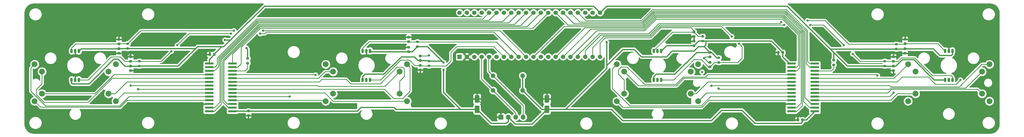
<source format=gtl>
G04 #@! TF.GenerationSoftware,KiCad,Pcbnew,(5.1.10)-1*
G04 #@! TF.CreationDate,2021-05-27T13:20:15+02:00*
G04 #@! TF.ProjectId,pcb rev1,70636220-7265-4763-912e-6b696361645f,rev?*
G04 #@! TF.SameCoordinates,Original*
G04 #@! TF.FileFunction,Copper,L1,Top*
G04 #@! TF.FilePolarity,Positive*
%FSLAX46Y46*%
G04 Gerber Fmt 4.6, Leading zero omitted, Abs format (unit mm)*
G04 Created by KiCad (PCBNEW (5.1.10)-1) date 2021-05-27 13:20:15*
%MOMM*%
%LPD*%
G01*
G04 APERTURE LIST*
G04 #@! TA.AperFunction,ComponentPad*
%ADD10C,2.000000*%
G04 #@! TD*
G04 #@! TA.AperFunction,ComponentPad*
%ADD11C,1.524000*%
G04 #@! TD*
G04 #@! TA.AperFunction,ComponentPad*
%ADD12R,1.524000X1.524000*%
G04 #@! TD*
G04 #@! TA.AperFunction,ComponentPad*
%ADD13O,0.899160X1.501140*%
G04 #@! TD*
G04 #@! TA.AperFunction,SMDPad,CuDef*
%ADD14R,3.000000X0.700000*%
G04 #@! TD*
G04 #@! TA.AperFunction,ComponentPad*
%ADD15O,1.700000X1.700000*%
G04 #@! TD*
G04 #@! TA.AperFunction,ComponentPad*
%ADD16R,1.700000X1.700000*%
G04 #@! TD*
G04 #@! TA.AperFunction,ComponentPad*
%ADD17C,1.600000*%
G04 #@! TD*
G04 #@! TA.AperFunction,ComponentPad*
%ADD18O,1.600000X1.600000*%
G04 #@! TD*
G04 #@! TA.AperFunction,ViaPad*
%ADD19C,0.800000*%
G04 #@! TD*
G04 #@! TA.AperFunction,Conductor*
%ADD20C,0.250000*%
G04 #@! TD*
G04 #@! TA.AperFunction,Conductor*
%ADD21C,0.400000*%
G04 #@! TD*
G04 #@! TA.AperFunction,Conductor*
%ADD22C,0.254000*%
G04 #@! TD*
G04 #@! TA.AperFunction,Conductor*
%ADD23C,0.100000*%
G04 #@! TD*
G04 APERTURE END LIST*
D10*
X255880000Y-130810000D03*
X255880000Y-138430000D03*
X278740000Y-130810000D03*
X278740000Y-138430000D03*
X253340000Y-128260000D03*
X253340000Y-140980000D03*
X281280000Y-140980000D03*
X281280000Y-128260000D03*
X55880000Y-130810000D03*
X55880000Y-138430000D03*
X78740000Y-130810000D03*
X78740000Y-138430000D03*
X53340000Y-128260000D03*
X53340000Y-140980000D03*
X81280000Y-140980000D03*
X81280000Y-128260000D03*
X155880000Y-130810000D03*
X155880000Y-138430000D03*
X178740000Y-130810000D03*
X178740000Y-138430000D03*
X153340000Y-128260000D03*
X153340000Y-140980000D03*
X181280000Y-140980000D03*
X181280000Y-128260000D03*
X355880000Y-130810000D03*
X355880000Y-138430000D03*
X378740000Y-130810000D03*
X378740000Y-138430000D03*
X353340000Y-128260000D03*
X353340000Y-140980000D03*
X381280000Y-140980000D03*
X381280000Y-128260000D03*
D11*
X199310000Y-110411000D03*
X201850000Y-110411000D03*
X204390000Y-110411000D03*
X206930000Y-110411000D03*
X209470000Y-110411000D03*
X212010000Y-110411000D03*
X214550000Y-110411000D03*
X217090000Y-110411000D03*
X219630000Y-110411000D03*
X222170000Y-110411000D03*
X224710000Y-110411000D03*
X227250000Y-110411000D03*
X229790000Y-110411000D03*
X232330000Y-110411000D03*
X234870000Y-110411000D03*
X237410000Y-110411000D03*
X239950000Y-110411000D03*
X242490000Y-110411000D03*
X245030000Y-110411000D03*
X247570000Y-110411000D03*
X247570000Y-125651000D03*
X245030000Y-125651000D03*
X242490000Y-125651000D03*
X239950000Y-125651000D03*
X237410000Y-125651000D03*
X234870000Y-125651000D03*
X232330000Y-125651000D03*
X229790000Y-125651000D03*
X227250000Y-125651000D03*
X224710000Y-125651000D03*
X222170000Y-125651000D03*
X219630000Y-125651000D03*
X217090000Y-125651000D03*
X214550000Y-125651000D03*
X212010000Y-125651000D03*
X209470000Y-125651000D03*
X206930000Y-125651000D03*
X204390000Y-125651000D03*
X201850000Y-125651000D03*
D12*
X199310000Y-125651000D03*
D13*
X366040000Y-123620000D03*
X368580000Y-123620000D03*
X367310000Y-123620000D03*
X66040000Y-123620000D03*
X68580000Y-123620000D03*
X67310000Y-123620000D03*
X68580000Y-133620000D03*
X66040000Y-133620000D03*
X67310000Y-133620000D03*
X166040000Y-123620000D03*
X168580000Y-123620000D03*
X167310000Y-123620000D03*
X168580000Y-133620000D03*
X166040000Y-133620000D03*
X167310000Y-133620000D03*
X266040000Y-123620000D03*
X268580000Y-123620000D03*
X267310000Y-123620000D03*
X268580000Y-133620000D03*
X266040000Y-133620000D03*
X267310000Y-133620000D03*
X368580000Y-133620000D03*
X366040000Y-133620000D03*
X367310000Y-133620000D03*
D14*
X113310000Y-144526000D03*
X121310000Y-144526000D03*
X113310000Y-143256000D03*
X121310000Y-143256000D03*
X113310000Y-141986000D03*
X121310000Y-141986000D03*
X113310000Y-140716000D03*
X121310000Y-140716000D03*
X113310000Y-139446000D03*
X121310000Y-139446000D03*
X113310000Y-138176000D03*
X121310000Y-138176000D03*
X113310000Y-136906000D03*
X121310000Y-136906000D03*
X113310000Y-135636000D03*
X121310000Y-135636000D03*
X113310000Y-134366000D03*
X121310000Y-134366000D03*
X113310000Y-133096000D03*
X121310000Y-133096000D03*
X113310000Y-131826000D03*
X121310000Y-131826000D03*
X113310000Y-130556000D03*
X121310000Y-130556000D03*
X113310000Y-129286000D03*
X121310000Y-129286000D03*
X113310000Y-128016000D03*
X121310000Y-128016000D03*
D15*
X221120000Y-146500000D03*
X218580000Y-146500000D03*
X216040000Y-146500000D03*
D16*
X213500000Y-146500000D03*
D17*
X210838000Y-137301000D03*
D18*
X220998000Y-137301000D03*
X220998000Y-132221000D03*
D17*
X210838000Y-132221000D03*
D14*
X313310000Y-144526000D03*
X321310000Y-144526000D03*
X313310000Y-143256000D03*
X321310000Y-143256000D03*
X313310000Y-141986000D03*
X321310000Y-141986000D03*
X313310000Y-140716000D03*
X321310000Y-140716000D03*
X313310000Y-139446000D03*
X321310000Y-139446000D03*
X313310000Y-138176000D03*
X321310000Y-138176000D03*
X313310000Y-136906000D03*
X321310000Y-136906000D03*
X313310000Y-135636000D03*
X321310000Y-135636000D03*
X313310000Y-134366000D03*
X321310000Y-134366000D03*
X313310000Y-133096000D03*
X321310000Y-133096000D03*
X313310000Y-131826000D03*
X321310000Y-131826000D03*
X313310000Y-130556000D03*
X321310000Y-130556000D03*
X313310000Y-129286000D03*
X321310000Y-129286000D03*
X313310000Y-128016000D03*
X321310000Y-128016000D03*
G04 #@! TA.AperFunction,SMDPad,CuDef*
G36*
G01*
X205860000Y-141500000D02*
X204760000Y-141500000D01*
G75*
G02*
X204510000Y-141250000I0J250000D01*
G01*
X204510000Y-139150000D01*
G75*
G02*
X204760000Y-138900000I250000J0D01*
G01*
X205860000Y-138900000D01*
G75*
G02*
X206110000Y-139150000I0J-250000D01*
G01*
X206110000Y-141250000D01*
G75*
G02*
X205860000Y-141500000I-250000J0D01*
G01*
G37*
G04 #@! TD.AperFunction*
G04 #@! TA.AperFunction,SMDPad,CuDef*
G36*
G01*
X205860000Y-145100000D02*
X204760000Y-145100000D01*
G75*
G02*
X204510000Y-144850000I0J250000D01*
G01*
X204510000Y-142750000D01*
G75*
G02*
X204760000Y-142500000I250000J0D01*
G01*
X205860000Y-142500000D01*
G75*
G02*
X206110000Y-142750000I0J-250000D01*
G01*
X206110000Y-144850000D01*
G75*
G02*
X205860000Y-145100000I-250000J0D01*
G01*
G37*
G04 #@! TD.AperFunction*
G04 #@! TA.AperFunction,SMDPad,CuDef*
G36*
G01*
X113960000Y-124601000D02*
X113960000Y-125101000D01*
G75*
G02*
X113735000Y-125326000I-225000J0D01*
G01*
X113285000Y-125326000D01*
G75*
G02*
X113060000Y-125101000I0J225000D01*
G01*
X113060000Y-124601000D01*
G75*
G02*
X113285000Y-124376000I225000J0D01*
G01*
X113735000Y-124376000D01*
G75*
G02*
X113960000Y-124601000I0J-225000D01*
G01*
G37*
G04 #@! TD.AperFunction*
G04 #@! TA.AperFunction,SMDPad,CuDef*
G36*
G01*
X115510000Y-124601000D02*
X115510000Y-125101000D01*
G75*
G02*
X115285000Y-125326000I-225000J0D01*
G01*
X114835000Y-125326000D01*
G75*
G02*
X114610000Y-125101000I0J225000D01*
G01*
X114610000Y-124601000D01*
G75*
G02*
X114835000Y-124376000I225000J0D01*
G01*
X115285000Y-124376000D01*
G75*
G02*
X115510000Y-124601000I0J-225000D01*
G01*
G37*
G04 #@! TD.AperFunction*
G04 #@! TA.AperFunction,SMDPad,CuDef*
G36*
G01*
X82060000Y-122426000D02*
X82560000Y-122426000D01*
G75*
G02*
X82785000Y-122651000I0J-225000D01*
G01*
X82785000Y-123101000D01*
G75*
G02*
X82560000Y-123326000I-225000J0D01*
G01*
X82060000Y-123326000D01*
G75*
G02*
X81835000Y-123101000I0J225000D01*
G01*
X81835000Y-122651000D01*
G75*
G02*
X82060000Y-122426000I225000J0D01*
G01*
G37*
G04 #@! TD.AperFunction*
G04 #@! TA.AperFunction,SMDPad,CuDef*
G36*
G01*
X82060000Y-123976000D02*
X82560000Y-123976000D01*
G75*
G02*
X82785000Y-124201000I0J-225000D01*
G01*
X82785000Y-124651000D01*
G75*
G02*
X82560000Y-124876000I-225000J0D01*
G01*
X82060000Y-124876000D01*
G75*
G02*
X81835000Y-124651000I0J225000D01*
G01*
X81835000Y-124201000D01*
G75*
G02*
X82060000Y-123976000I225000J0D01*
G01*
G37*
G04 #@! TD.AperFunction*
G04 #@! TA.AperFunction,SMDPad,CuDef*
G36*
G01*
X126560000Y-143926000D02*
X127060000Y-143926000D01*
G75*
G02*
X127285000Y-144151000I0J-225000D01*
G01*
X127285000Y-144601000D01*
G75*
G02*
X127060000Y-144826000I-225000J0D01*
G01*
X126560000Y-144826000D01*
G75*
G02*
X126335000Y-144601000I0J225000D01*
G01*
X126335000Y-144151000D01*
G75*
G02*
X126560000Y-143926000I225000J0D01*
G01*
G37*
G04 #@! TD.AperFunction*
G04 #@! TA.AperFunction,SMDPad,CuDef*
G36*
G01*
X126560000Y-145476000D02*
X127060000Y-145476000D01*
G75*
G02*
X127285000Y-145701000I0J-225000D01*
G01*
X127285000Y-146151000D01*
G75*
G02*
X127060000Y-146376000I-225000J0D01*
G01*
X126560000Y-146376000D01*
G75*
G02*
X126335000Y-146151000I0J225000D01*
G01*
X126335000Y-145701000D01*
G75*
G02*
X126560000Y-145476000I225000J0D01*
G01*
G37*
G04 #@! TD.AperFunction*
G04 #@! TA.AperFunction,SMDPad,CuDef*
G36*
G01*
X86060000Y-126751000D02*
X86560000Y-126751000D01*
G75*
G02*
X86785000Y-126976000I0J-225000D01*
G01*
X86785000Y-127426000D01*
G75*
G02*
X86560000Y-127651000I-225000J0D01*
G01*
X86060000Y-127651000D01*
G75*
G02*
X85835000Y-127426000I0J225000D01*
G01*
X85835000Y-126976000D01*
G75*
G02*
X86060000Y-126751000I225000J0D01*
G01*
G37*
G04 #@! TD.AperFunction*
G04 #@! TA.AperFunction,SMDPad,CuDef*
G36*
G01*
X86060000Y-125201000D02*
X86560000Y-125201000D01*
G75*
G02*
X86785000Y-125426000I0J-225000D01*
G01*
X86785000Y-125876000D01*
G75*
G02*
X86560000Y-126101000I-225000J0D01*
G01*
X86060000Y-126101000D01*
G75*
G02*
X85835000Y-125876000I0J225000D01*
G01*
X85835000Y-125426000D01*
G75*
G02*
X86060000Y-125201000I225000J0D01*
G01*
G37*
G04 #@! TD.AperFunction*
G04 #@! TA.AperFunction,SMDPad,CuDef*
G36*
G01*
X86060000Y-128426000D02*
X86560000Y-128426000D01*
G75*
G02*
X86785000Y-128651000I0J-225000D01*
G01*
X86785000Y-129101000D01*
G75*
G02*
X86560000Y-129326000I-225000J0D01*
G01*
X86060000Y-129326000D01*
G75*
G02*
X85835000Y-129101000I0J225000D01*
G01*
X85835000Y-128651000D01*
G75*
G02*
X86060000Y-128426000I225000J0D01*
G01*
G37*
G04 #@! TD.AperFunction*
G04 #@! TA.AperFunction,SMDPad,CuDef*
G36*
G01*
X86060000Y-129976000D02*
X86560000Y-129976000D01*
G75*
G02*
X86785000Y-130201000I0J-225000D01*
G01*
X86785000Y-130651000D01*
G75*
G02*
X86560000Y-130876000I-225000J0D01*
G01*
X86060000Y-130876000D01*
G75*
G02*
X85835000Y-130651000I0J225000D01*
G01*
X85835000Y-130201000D01*
G75*
G02*
X86060000Y-129976000I225000J0D01*
G01*
G37*
G04 #@! TD.AperFunction*
G04 #@! TA.AperFunction,SMDPad,CuDef*
G36*
G01*
X181560000Y-119976000D02*
X182060000Y-119976000D01*
G75*
G02*
X182285000Y-120201000I0J-225000D01*
G01*
X182285000Y-120651000D01*
G75*
G02*
X182060000Y-120876000I-225000J0D01*
G01*
X181560000Y-120876000D01*
G75*
G02*
X181335000Y-120651000I0J225000D01*
G01*
X181335000Y-120201000D01*
G75*
G02*
X181560000Y-119976000I225000J0D01*
G01*
G37*
G04 #@! TD.AperFunction*
G04 #@! TA.AperFunction,SMDPad,CuDef*
G36*
G01*
X181560000Y-118426000D02*
X182060000Y-118426000D01*
G75*
G02*
X182285000Y-118651000I0J-225000D01*
G01*
X182285000Y-119101000D01*
G75*
G02*
X182060000Y-119326000I-225000J0D01*
G01*
X181560000Y-119326000D01*
G75*
G02*
X181335000Y-119101000I0J225000D01*
G01*
X181335000Y-118651000D01*
G75*
G02*
X181560000Y-118426000I225000J0D01*
G01*
G37*
G04 #@! TD.AperFunction*
G04 #@! TA.AperFunction,SMDPad,CuDef*
G36*
G01*
X182060000Y-124376000D02*
X181560000Y-124376000D01*
G75*
G02*
X181335000Y-124151000I0J225000D01*
G01*
X181335000Y-123701000D01*
G75*
G02*
X181560000Y-123476000I225000J0D01*
G01*
X182060000Y-123476000D01*
G75*
G02*
X182285000Y-123701000I0J-225000D01*
G01*
X182285000Y-124151000D01*
G75*
G02*
X182060000Y-124376000I-225000J0D01*
G01*
G37*
G04 #@! TD.AperFunction*
G04 #@! TA.AperFunction,SMDPad,CuDef*
G36*
G01*
X182060000Y-122826000D02*
X181560000Y-122826000D01*
G75*
G02*
X181335000Y-122601000I0J225000D01*
G01*
X181335000Y-122151000D01*
G75*
G02*
X181560000Y-121926000I225000J0D01*
G01*
X182060000Y-121926000D01*
G75*
G02*
X182285000Y-122151000I0J-225000D01*
G01*
X182285000Y-122601000D01*
G75*
G02*
X182060000Y-122826000I-225000J0D01*
G01*
G37*
G04 #@! TD.AperFunction*
G04 #@! TA.AperFunction,SMDPad,CuDef*
G36*
G01*
X186060000Y-129101000D02*
X185560000Y-129101000D01*
G75*
G02*
X185335000Y-128876000I0J225000D01*
G01*
X185335000Y-128426000D01*
G75*
G02*
X185560000Y-128201000I225000J0D01*
G01*
X186060000Y-128201000D01*
G75*
G02*
X186285000Y-128426000I0J-225000D01*
G01*
X186285000Y-128876000D01*
G75*
G02*
X186060000Y-129101000I-225000J0D01*
G01*
G37*
G04 #@! TD.AperFunction*
G04 #@! TA.AperFunction,SMDPad,CuDef*
G36*
G01*
X186060000Y-130651000D02*
X185560000Y-130651000D01*
G75*
G02*
X185335000Y-130426000I0J225000D01*
G01*
X185335000Y-129976000D01*
G75*
G02*
X185560000Y-129751000I225000J0D01*
G01*
X186060000Y-129751000D01*
G75*
G02*
X186285000Y-129976000I0J-225000D01*
G01*
X186285000Y-130426000D01*
G75*
G02*
X186060000Y-130651000I-225000J0D01*
G01*
G37*
G04 #@! TD.AperFunction*
G04 #@! TA.AperFunction,SMDPad,CuDef*
G36*
G01*
X186060000Y-127376000D02*
X185560000Y-127376000D01*
G75*
G02*
X185335000Y-127151000I0J225000D01*
G01*
X185335000Y-126701000D01*
G75*
G02*
X185560000Y-126476000I225000J0D01*
G01*
X186060000Y-126476000D01*
G75*
G02*
X186285000Y-126701000I0J-225000D01*
G01*
X186285000Y-127151000D01*
G75*
G02*
X186060000Y-127376000I-225000J0D01*
G01*
G37*
G04 #@! TD.AperFunction*
G04 #@! TA.AperFunction,SMDPad,CuDef*
G36*
G01*
X186060000Y-125826000D02*
X185560000Y-125826000D01*
G75*
G02*
X185335000Y-125601000I0J225000D01*
G01*
X185335000Y-125151000D01*
G75*
G02*
X185560000Y-124926000I225000J0D01*
G01*
X186060000Y-124926000D01*
G75*
G02*
X186285000Y-125151000I0J-225000D01*
G01*
X186285000Y-125601000D01*
G75*
G02*
X186060000Y-125826000I-225000J0D01*
G01*
G37*
G04 #@! TD.AperFunction*
G04 #@! TA.AperFunction,SMDPad,CuDef*
G36*
G01*
X82060000Y-120751000D02*
X82560000Y-120751000D01*
G75*
G02*
X82785000Y-120976000I0J-225000D01*
G01*
X82785000Y-121426000D01*
G75*
G02*
X82560000Y-121651000I-225000J0D01*
G01*
X82060000Y-121651000D01*
G75*
G02*
X81835000Y-121426000I0J225000D01*
G01*
X81835000Y-120976000D01*
G75*
G02*
X82060000Y-120751000I225000J0D01*
G01*
G37*
G04 #@! TD.AperFunction*
G04 #@! TA.AperFunction,SMDPad,CuDef*
G36*
G01*
X82060000Y-119201000D02*
X82560000Y-119201000D01*
G75*
G02*
X82785000Y-119426000I0J-225000D01*
G01*
X82785000Y-119876000D01*
G75*
G02*
X82560000Y-120101000I-225000J0D01*
G01*
X82060000Y-120101000D01*
G75*
G02*
X81835000Y-119876000I0J225000D01*
G01*
X81835000Y-119426000D01*
G75*
G02*
X82060000Y-119201000I225000J0D01*
G01*
G37*
G04 #@! TD.AperFunction*
G04 #@! TA.AperFunction,SMDPad,CuDef*
G36*
G01*
X352060000Y-120701000D02*
X352560000Y-120701000D01*
G75*
G02*
X352785000Y-120926000I0J-225000D01*
G01*
X352785000Y-121376000D01*
G75*
G02*
X352560000Y-121601000I-225000J0D01*
G01*
X352060000Y-121601000D01*
G75*
G02*
X351835000Y-121376000I0J225000D01*
G01*
X351835000Y-120926000D01*
G75*
G02*
X352060000Y-120701000I225000J0D01*
G01*
G37*
G04 #@! TD.AperFunction*
G04 #@! TA.AperFunction,SMDPad,CuDef*
G36*
G01*
X352060000Y-119151000D02*
X352560000Y-119151000D01*
G75*
G02*
X352785000Y-119376000I0J-225000D01*
G01*
X352785000Y-119826000D01*
G75*
G02*
X352560000Y-120051000I-225000J0D01*
G01*
X352060000Y-120051000D01*
G75*
G02*
X351835000Y-119826000I0J225000D01*
G01*
X351835000Y-119376000D01*
G75*
G02*
X352060000Y-119151000I225000J0D01*
G01*
G37*
G04 #@! TD.AperFunction*
G04 #@! TA.AperFunction,SMDPad,CuDef*
G36*
G01*
X229860000Y-145100000D02*
X228760000Y-145100000D01*
G75*
G02*
X228510000Y-144850000I0J250000D01*
G01*
X228510000Y-142750000D01*
G75*
G02*
X228760000Y-142500000I250000J0D01*
G01*
X229860000Y-142500000D01*
G75*
G02*
X230110000Y-142750000I0J-250000D01*
G01*
X230110000Y-144850000D01*
G75*
G02*
X229860000Y-145100000I-250000J0D01*
G01*
G37*
G04 #@! TD.AperFunction*
G04 #@! TA.AperFunction,SMDPad,CuDef*
G36*
G01*
X229860000Y-141500000D02*
X228760000Y-141500000D01*
G75*
G02*
X228510000Y-141250000I0J250000D01*
G01*
X228510000Y-139150000D01*
G75*
G02*
X228760000Y-138900000I250000J0D01*
G01*
X229860000Y-138900000D01*
G75*
G02*
X230110000Y-139150000I0J-250000D01*
G01*
X230110000Y-141250000D01*
G75*
G02*
X229860000Y-141500000I-250000J0D01*
G01*
G37*
G04 #@! TD.AperFunction*
G04 #@! TA.AperFunction,SMDPad,CuDef*
G36*
G01*
X348060000Y-126751000D02*
X348560000Y-126751000D01*
G75*
G02*
X348785000Y-126976000I0J-225000D01*
G01*
X348785000Y-127426000D01*
G75*
G02*
X348560000Y-127651000I-225000J0D01*
G01*
X348060000Y-127651000D01*
G75*
G02*
X347835000Y-127426000I0J225000D01*
G01*
X347835000Y-126976000D01*
G75*
G02*
X348060000Y-126751000I225000J0D01*
G01*
G37*
G04 #@! TD.AperFunction*
G04 #@! TA.AperFunction,SMDPad,CuDef*
G36*
G01*
X348060000Y-125201000D02*
X348560000Y-125201000D01*
G75*
G02*
X348785000Y-125426000I0J-225000D01*
G01*
X348785000Y-125876000D01*
G75*
G02*
X348560000Y-126101000I-225000J0D01*
G01*
X348060000Y-126101000D01*
G75*
G02*
X347835000Y-125876000I0J225000D01*
G01*
X347835000Y-125426000D01*
G75*
G02*
X348060000Y-125201000I225000J0D01*
G01*
G37*
G04 #@! TD.AperFunction*
G04 #@! TA.AperFunction,SMDPad,CuDef*
G36*
G01*
X280060000Y-119101000D02*
X279560000Y-119101000D01*
G75*
G02*
X279335000Y-118876000I0J225000D01*
G01*
X279335000Y-118426000D01*
G75*
G02*
X279560000Y-118201000I225000J0D01*
G01*
X280060000Y-118201000D01*
G75*
G02*
X280285000Y-118426000I0J-225000D01*
G01*
X280285000Y-118876000D01*
G75*
G02*
X280060000Y-119101000I-225000J0D01*
G01*
G37*
G04 #@! TD.AperFunction*
G04 #@! TA.AperFunction,SMDPad,CuDef*
G36*
G01*
X280060000Y-117551000D02*
X279560000Y-117551000D01*
G75*
G02*
X279335000Y-117326000I0J225000D01*
G01*
X279335000Y-116876000D01*
G75*
G02*
X279560000Y-116651000I225000J0D01*
G01*
X280060000Y-116651000D01*
G75*
G02*
X280285000Y-116876000I0J-225000D01*
G01*
X280285000Y-117326000D01*
G75*
G02*
X280060000Y-117551000I-225000J0D01*
G01*
G37*
G04 #@! TD.AperFunction*
G04 #@! TA.AperFunction,SMDPad,CuDef*
G36*
G01*
X280060000Y-120726000D02*
X279560000Y-120726000D01*
G75*
G02*
X279335000Y-120501000I0J225000D01*
G01*
X279335000Y-120051000D01*
G75*
G02*
X279560000Y-119826000I225000J0D01*
G01*
X280060000Y-119826000D01*
G75*
G02*
X280285000Y-120051000I0J-225000D01*
G01*
X280285000Y-120501000D01*
G75*
G02*
X280060000Y-120726000I-225000J0D01*
G01*
G37*
G04 #@! TD.AperFunction*
G04 #@! TA.AperFunction,SMDPad,CuDef*
G36*
G01*
X280060000Y-122276000D02*
X279560000Y-122276000D01*
G75*
G02*
X279335000Y-122051000I0J225000D01*
G01*
X279335000Y-121601000D01*
G75*
G02*
X279560000Y-121376000I225000J0D01*
G01*
X280060000Y-121376000D01*
G75*
G02*
X280285000Y-121601000I0J-225000D01*
G01*
X280285000Y-122051000D01*
G75*
G02*
X280060000Y-122276000I-225000J0D01*
G01*
G37*
G04 #@! TD.AperFunction*
G04 #@! TA.AperFunction,SMDPad,CuDef*
G36*
G01*
X348060000Y-128426000D02*
X348560000Y-128426000D01*
G75*
G02*
X348785000Y-128651000I0J-225000D01*
G01*
X348785000Y-129101000D01*
G75*
G02*
X348560000Y-129326000I-225000J0D01*
G01*
X348060000Y-129326000D01*
G75*
G02*
X347835000Y-129101000I0J225000D01*
G01*
X347835000Y-128651000D01*
G75*
G02*
X348060000Y-128426000I225000J0D01*
G01*
G37*
G04 #@! TD.AperFunction*
G04 #@! TA.AperFunction,SMDPad,CuDef*
G36*
G01*
X348060000Y-129976000D02*
X348560000Y-129976000D01*
G75*
G02*
X348785000Y-130201000I0J-225000D01*
G01*
X348785000Y-130651000D01*
G75*
G02*
X348560000Y-130876000I-225000J0D01*
G01*
X348060000Y-130876000D01*
G75*
G02*
X347835000Y-130651000I0J225000D01*
G01*
X347835000Y-130201000D01*
G75*
G02*
X348060000Y-129976000I225000J0D01*
G01*
G37*
G04 #@! TD.AperFunction*
G04 #@! TA.AperFunction,SMDPad,CuDef*
G36*
G01*
X315985000Y-147201000D02*
X315985000Y-147701000D01*
G75*
G02*
X315760000Y-147926000I-225000J0D01*
G01*
X315310000Y-147926000D01*
G75*
G02*
X315085000Y-147701000I0J225000D01*
G01*
X315085000Y-147201000D01*
G75*
G02*
X315310000Y-146976000I225000J0D01*
G01*
X315760000Y-146976000D01*
G75*
G02*
X315985000Y-147201000I0J-225000D01*
G01*
G37*
G04 #@! TD.AperFunction*
G04 #@! TA.AperFunction,SMDPad,CuDef*
G36*
G01*
X317535000Y-147201000D02*
X317535000Y-147701000D01*
G75*
G02*
X317310000Y-147926000I-225000J0D01*
G01*
X316860000Y-147926000D01*
G75*
G02*
X316635000Y-147701000I0J225000D01*
G01*
X316635000Y-147201000D01*
G75*
G02*
X316860000Y-146976000I225000J0D01*
G01*
X317310000Y-146976000D01*
G75*
G02*
X317535000Y-147201000I0J-225000D01*
G01*
G37*
G04 #@! TD.AperFunction*
G04 #@! TA.AperFunction,SMDPad,CuDef*
G36*
G01*
X310760000Y-123901000D02*
X310760000Y-124401000D01*
G75*
G02*
X310535000Y-124626000I-225000J0D01*
G01*
X310085000Y-124626000D01*
G75*
G02*
X309860000Y-124401000I0J225000D01*
G01*
X309860000Y-123901000D01*
G75*
G02*
X310085000Y-123676000I225000J0D01*
G01*
X310535000Y-123676000D01*
G75*
G02*
X310760000Y-123901000I0J-225000D01*
G01*
G37*
G04 #@! TD.AperFunction*
G04 #@! TA.AperFunction,SMDPad,CuDef*
G36*
G01*
X309210000Y-123901000D02*
X309210000Y-124401000D01*
G75*
G02*
X308985000Y-124626000I-225000J0D01*
G01*
X308535000Y-124626000D01*
G75*
G02*
X308310000Y-124401000I0J225000D01*
G01*
X308310000Y-123901000D01*
G75*
G02*
X308535000Y-123676000I225000J0D01*
G01*
X308985000Y-123676000D01*
G75*
G02*
X309210000Y-123901000I0J-225000D01*
G01*
G37*
G04 #@! TD.AperFunction*
G04 #@! TA.AperFunction,SMDPad,CuDef*
G36*
G01*
X285060000Y-125251000D02*
X285560000Y-125251000D01*
G75*
G02*
X285785000Y-125476000I0J-225000D01*
G01*
X285785000Y-125926000D01*
G75*
G02*
X285560000Y-126151000I-225000J0D01*
G01*
X285060000Y-126151000D01*
G75*
G02*
X284835000Y-125926000I0J225000D01*
G01*
X284835000Y-125476000D01*
G75*
G02*
X285060000Y-125251000I225000J0D01*
G01*
G37*
G04 #@! TD.AperFunction*
G04 #@! TA.AperFunction,SMDPad,CuDef*
G36*
G01*
X285060000Y-123701000D02*
X285560000Y-123701000D01*
G75*
G02*
X285785000Y-123926000I0J-225000D01*
G01*
X285785000Y-124376000D01*
G75*
G02*
X285560000Y-124601000I-225000J0D01*
G01*
X285060000Y-124601000D01*
G75*
G02*
X284835000Y-124376000I0J225000D01*
G01*
X284835000Y-123926000D01*
G75*
G02*
X285060000Y-123701000I225000J0D01*
G01*
G37*
G04 #@! TD.AperFunction*
G04 #@! TA.AperFunction,SMDPad,CuDef*
G36*
G01*
X352060000Y-122426000D02*
X352560000Y-122426000D01*
G75*
G02*
X352785000Y-122651000I0J-225000D01*
G01*
X352785000Y-123101000D01*
G75*
G02*
X352560000Y-123326000I-225000J0D01*
G01*
X352060000Y-123326000D01*
G75*
G02*
X351835000Y-123101000I0J225000D01*
G01*
X351835000Y-122651000D01*
G75*
G02*
X352060000Y-122426000I225000J0D01*
G01*
G37*
G04 #@! TD.AperFunction*
G04 #@! TA.AperFunction,SMDPad,CuDef*
G36*
G01*
X352060000Y-123976000D02*
X352560000Y-123976000D01*
G75*
G02*
X352785000Y-124201000I0J-225000D01*
G01*
X352785000Y-124651000D01*
G75*
G02*
X352560000Y-124876000I-225000J0D01*
G01*
X352060000Y-124876000D01*
G75*
G02*
X351835000Y-124651000I0J225000D01*
G01*
X351835000Y-124201000D01*
G75*
G02*
X352060000Y-123976000I225000J0D01*
G01*
G37*
G04 #@! TD.AperFunction*
G04 #@! TA.AperFunction,SMDPad,CuDef*
G36*
G01*
X285060000Y-127151000D02*
X285560000Y-127151000D01*
G75*
G02*
X285785000Y-127376000I0J-225000D01*
G01*
X285785000Y-127826000D01*
G75*
G02*
X285560000Y-128051000I-225000J0D01*
G01*
X285060000Y-128051000D01*
G75*
G02*
X284835000Y-127826000I0J225000D01*
G01*
X284835000Y-127376000D01*
G75*
G02*
X285060000Y-127151000I225000J0D01*
G01*
G37*
G04 #@! TD.AperFunction*
G04 #@! TA.AperFunction,SMDPad,CuDef*
G36*
G01*
X285060000Y-128701000D02*
X285560000Y-128701000D01*
G75*
G02*
X285785000Y-128926000I0J-225000D01*
G01*
X285785000Y-129376000D01*
G75*
G02*
X285560000Y-129601000I-225000J0D01*
G01*
X285060000Y-129601000D01*
G75*
G02*
X284835000Y-129376000I0J225000D01*
G01*
X284835000Y-128926000D01*
G75*
G02*
X285060000Y-128701000I225000J0D01*
G01*
G37*
G04 #@! TD.AperFunction*
G04 #@! TA.AperFunction,SMDPad,CuDef*
G36*
G01*
X89035000Y-126791000D02*
X89585000Y-126791000D01*
G75*
G02*
X89785000Y-126991000I0J-200000D01*
G01*
X89785000Y-127391000D01*
G75*
G02*
X89585000Y-127591000I-200000J0D01*
G01*
X89035000Y-127591000D01*
G75*
G02*
X88835000Y-127391000I0J200000D01*
G01*
X88835000Y-126991000D01*
G75*
G02*
X89035000Y-126791000I200000J0D01*
G01*
G37*
G04 #@! TD.AperFunction*
G04 #@! TA.AperFunction,SMDPad,CuDef*
G36*
G01*
X89035000Y-128441000D02*
X89585000Y-128441000D01*
G75*
G02*
X89785000Y-128641000I0J-200000D01*
G01*
X89785000Y-129041000D01*
G75*
G02*
X89585000Y-129241000I-200000J0D01*
G01*
X89035000Y-129241000D01*
G75*
G02*
X88835000Y-129041000I0J200000D01*
G01*
X88835000Y-128641000D01*
G75*
G02*
X89035000Y-128441000I200000J0D01*
G01*
G37*
G04 #@! TD.AperFunction*
G04 #@! TA.AperFunction,SMDPad,CuDef*
G36*
G01*
X126785000Y-128276000D02*
X126235000Y-128276000D01*
G75*
G02*
X126035000Y-128076000I0J200000D01*
G01*
X126035000Y-127676000D01*
G75*
G02*
X126235000Y-127476000I200000J0D01*
G01*
X126785000Y-127476000D01*
G75*
G02*
X126985000Y-127676000I0J-200000D01*
G01*
X126985000Y-128076000D01*
G75*
G02*
X126785000Y-128276000I-200000J0D01*
G01*
G37*
G04 #@! TD.AperFunction*
G04 #@! TA.AperFunction,SMDPad,CuDef*
G36*
G01*
X126785000Y-126626000D02*
X126235000Y-126626000D01*
G75*
G02*
X126035000Y-126426000I0J200000D01*
G01*
X126035000Y-126026000D01*
G75*
G02*
X126235000Y-125826000I200000J0D01*
G01*
X126785000Y-125826000D01*
G75*
G02*
X126985000Y-126026000I0J-200000D01*
G01*
X126985000Y-126426000D01*
G75*
G02*
X126785000Y-126626000I-200000J0D01*
G01*
G37*
G04 #@! TD.AperFunction*
G04 #@! TA.AperFunction,SMDPad,CuDef*
G36*
G01*
X85035000Y-122401000D02*
X85585000Y-122401000D01*
G75*
G02*
X85785000Y-122601000I0J-200000D01*
G01*
X85785000Y-123001000D01*
G75*
G02*
X85585000Y-123201000I-200000J0D01*
G01*
X85035000Y-123201000D01*
G75*
G02*
X84835000Y-123001000I0J200000D01*
G01*
X84835000Y-122601000D01*
G75*
G02*
X85035000Y-122401000I200000J0D01*
G01*
G37*
G04 #@! TD.AperFunction*
G04 #@! TA.AperFunction,SMDPad,CuDef*
G36*
G01*
X85035000Y-120751000D02*
X85585000Y-120751000D01*
G75*
G02*
X85785000Y-120951000I0J-200000D01*
G01*
X85785000Y-121351000D01*
G75*
G02*
X85585000Y-121551000I-200000J0D01*
G01*
X85035000Y-121551000D01*
G75*
G02*
X84835000Y-121351000I0J200000D01*
G01*
X84835000Y-120951000D01*
G75*
G02*
X85035000Y-120751000I200000J0D01*
G01*
G37*
G04 #@! TD.AperFunction*
G04 #@! TA.AperFunction,SMDPad,CuDef*
G36*
G01*
X189085000Y-129201000D02*
X188535000Y-129201000D01*
G75*
G02*
X188335000Y-129001000I0J200000D01*
G01*
X188335000Y-128601000D01*
G75*
G02*
X188535000Y-128401000I200000J0D01*
G01*
X189085000Y-128401000D01*
G75*
G02*
X189285000Y-128601000I0J-200000D01*
G01*
X189285000Y-129001000D01*
G75*
G02*
X189085000Y-129201000I-200000J0D01*
G01*
G37*
G04 #@! TD.AperFunction*
G04 #@! TA.AperFunction,SMDPad,CuDef*
G36*
G01*
X189085000Y-127551000D02*
X188535000Y-127551000D01*
G75*
G02*
X188335000Y-127351000I0J200000D01*
G01*
X188335000Y-126951000D01*
G75*
G02*
X188535000Y-126751000I200000J0D01*
G01*
X189085000Y-126751000D01*
G75*
G02*
X189285000Y-126951000I0J-200000D01*
G01*
X189285000Y-127351000D01*
G75*
G02*
X189085000Y-127551000I-200000J0D01*
G01*
G37*
G04 #@! TD.AperFunction*
G04 #@! TA.AperFunction,SMDPad,CuDef*
G36*
G01*
X184535000Y-121751000D02*
X185085000Y-121751000D01*
G75*
G02*
X185285000Y-121951000I0J-200000D01*
G01*
X185285000Y-122351000D01*
G75*
G02*
X185085000Y-122551000I-200000J0D01*
G01*
X184535000Y-122551000D01*
G75*
G02*
X184335000Y-122351000I0J200000D01*
G01*
X184335000Y-121951000D01*
G75*
G02*
X184535000Y-121751000I200000J0D01*
G01*
G37*
G04 #@! TD.AperFunction*
G04 #@! TA.AperFunction,SMDPad,CuDef*
G36*
G01*
X184535000Y-120101000D02*
X185085000Y-120101000D01*
G75*
G02*
X185285000Y-120301000I0J-200000D01*
G01*
X185285000Y-120701000D01*
G75*
G02*
X185085000Y-120901000I-200000J0D01*
G01*
X184535000Y-120901000D01*
G75*
G02*
X184335000Y-120701000I0J200000D01*
G01*
X184335000Y-120301000D01*
G75*
G02*
X184535000Y-120101000I200000J0D01*
G01*
G37*
G04 #@! TD.AperFunction*
G04 #@! TA.AperFunction,SMDPad,CuDef*
G36*
G01*
X328085000Y-127226000D02*
X327535000Y-127226000D01*
G75*
G02*
X327335000Y-127026000I0J200000D01*
G01*
X327335000Y-126626000D01*
G75*
G02*
X327535000Y-126426000I200000J0D01*
G01*
X328085000Y-126426000D01*
G75*
G02*
X328285000Y-126626000I0J-200000D01*
G01*
X328285000Y-127026000D01*
G75*
G02*
X328085000Y-127226000I-200000J0D01*
G01*
G37*
G04 #@! TD.AperFunction*
G04 #@! TA.AperFunction,SMDPad,CuDef*
G36*
G01*
X328085000Y-128876000D02*
X327535000Y-128876000D01*
G75*
G02*
X327335000Y-128676000I0J200000D01*
G01*
X327335000Y-128276000D01*
G75*
G02*
X327535000Y-128076000I200000J0D01*
G01*
X328085000Y-128076000D01*
G75*
G02*
X328285000Y-128276000I0J-200000D01*
G01*
X328285000Y-128676000D01*
G75*
G02*
X328085000Y-128876000I-200000J0D01*
G01*
G37*
G04 #@! TD.AperFunction*
G04 #@! TA.AperFunction,SMDPad,CuDef*
G36*
G01*
X349035000Y-120926000D02*
X349585000Y-120926000D01*
G75*
G02*
X349785000Y-121126000I0J-200000D01*
G01*
X349785000Y-121526000D01*
G75*
G02*
X349585000Y-121726000I-200000J0D01*
G01*
X349035000Y-121726000D01*
G75*
G02*
X348835000Y-121526000I0J200000D01*
G01*
X348835000Y-121126000D01*
G75*
G02*
X349035000Y-120926000I200000J0D01*
G01*
G37*
G04 #@! TD.AperFunction*
G04 #@! TA.AperFunction,SMDPad,CuDef*
G36*
G01*
X349035000Y-122576000D02*
X349585000Y-122576000D01*
G75*
G02*
X349785000Y-122776000I0J-200000D01*
G01*
X349785000Y-123176000D01*
G75*
G02*
X349585000Y-123376000I-200000J0D01*
G01*
X349035000Y-123376000D01*
G75*
G02*
X348835000Y-123176000I0J200000D01*
G01*
X348835000Y-122776000D01*
G75*
G02*
X349035000Y-122576000I200000J0D01*
G01*
G37*
G04 #@! TD.AperFunction*
G04 #@! TA.AperFunction,SMDPad,CuDef*
G36*
G01*
X288585000Y-126401000D02*
X288035000Y-126401000D01*
G75*
G02*
X287835000Y-126201000I0J200000D01*
G01*
X287835000Y-125801000D01*
G75*
G02*
X288035000Y-125601000I200000J0D01*
G01*
X288585000Y-125601000D01*
G75*
G02*
X288785000Y-125801000I0J-200000D01*
G01*
X288785000Y-126201000D01*
G75*
G02*
X288585000Y-126401000I-200000J0D01*
G01*
G37*
G04 #@! TD.AperFunction*
G04 #@! TA.AperFunction,SMDPad,CuDef*
G36*
G01*
X288585000Y-128051000D02*
X288035000Y-128051000D01*
G75*
G02*
X287835000Y-127851000I0J200000D01*
G01*
X287835000Y-127451000D01*
G75*
G02*
X288035000Y-127251000I200000J0D01*
G01*
X288585000Y-127251000D01*
G75*
G02*
X288785000Y-127451000I0J-200000D01*
G01*
X288785000Y-127851000D01*
G75*
G02*
X288585000Y-128051000I-200000J0D01*
G01*
G37*
G04 #@! TD.AperFunction*
G04 #@! TA.AperFunction,SMDPad,CuDef*
G36*
G01*
X345035000Y-126791000D02*
X345585000Y-126791000D01*
G75*
G02*
X345785000Y-126991000I0J-200000D01*
G01*
X345785000Y-127391000D01*
G75*
G02*
X345585000Y-127591000I-200000J0D01*
G01*
X345035000Y-127591000D01*
G75*
G02*
X344835000Y-127391000I0J200000D01*
G01*
X344835000Y-126991000D01*
G75*
G02*
X345035000Y-126791000I200000J0D01*
G01*
G37*
G04 #@! TD.AperFunction*
G04 #@! TA.AperFunction,SMDPad,CuDef*
G36*
G01*
X345035000Y-128441000D02*
X345585000Y-128441000D01*
G75*
G02*
X345785000Y-128641000I0J-200000D01*
G01*
X345785000Y-129041000D01*
G75*
G02*
X345585000Y-129241000I-200000J0D01*
G01*
X345035000Y-129241000D01*
G75*
G02*
X344835000Y-129041000I0J200000D01*
G01*
X344835000Y-128641000D01*
G75*
G02*
X345035000Y-128441000I200000J0D01*
G01*
G37*
G04 #@! TD.AperFunction*
G04 #@! TA.AperFunction,SMDPad,CuDef*
G36*
G01*
X282535000Y-119826000D02*
X283085000Y-119826000D01*
G75*
G02*
X283285000Y-120026000I0J-200000D01*
G01*
X283285000Y-120426000D01*
G75*
G02*
X283085000Y-120626000I-200000J0D01*
G01*
X282535000Y-120626000D01*
G75*
G02*
X282335000Y-120426000I0J200000D01*
G01*
X282335000Y-120026000D01*
G75*
G02*
X282535000Y-119826000I200000J0D01*
G01*
G37*
G04 #@! TD.AperFunction*
G04 #@! TA.AperFunction,SMDPad,CuDef*
G36*
G01*
X282535000Y-118176000D02*
X283085000Y-118176000D01*
G75*
G02*
X283285000Y-118376000I0J-200000D01*
G01*
X283285000Y-118776000D01*
G75*
G02*
X283085000Y-118976000I-200000J0D01*
G01*
X282535000Y-118976000D01*
G75*
G02*
X282335000Y-118776000I0J200000D01*
G01*
X282335000Y-118376000D01*
G75*
G02*
X282535000Y-118176000I200000J0D01*
G01*
G37*
G04 #@! TD.AperFunction*
D19*
X142510000Y-142651000D03*
X101910000Y-125651000D03*
X271910000Y-128051000D03*
X130810000Y-117651000D03*
X102310000Y-121651000D03*
X100310000Y-123701000D03*
X120810000Y-117651000D03*
X121810000Y-116651000D03*
X131810000Y-116651000D03*
X318810000Y-113151000D03*
X309810000Y-113651000D03*
X334310000Y-124651000D03*
X331310000Y-121651000D03*
X319810000Y-114651000D03*
X310810000Y-114651000D03*
X295310000Y-121151000D03*
X292810000Y-118651000D03*
X140970000Y-139446000D03*
X88900000Y-136906000D03*
X86360000Y-135636000D03*
X149860000Y-131953000D03*
X342810000Y-132151000D03*
X371310000Y-133651000D03*
X285810000Y-135651000D03*
X288310000Y-136651000D03*
X282560000Y-130901000D03*
X348410000Y-138051000D03*
X179310000Y-122151000D03*
X179310000Y-119151000D03*
X188810000Y-125151000D03*
X345310000Y-130651000D03*
X345310000Y-125651000D03*
X283310000Y-126151000D03*
X109810000Y-126651000D03*
X88810000Y-130651000D03*
X322810000Y-124151000D03*
X110310000Y-119651000D03*
X234310000Y-119651000D03*
X165310000Y-139151000D03*
X64310000Y-140151000D03*
X75810000Y-140151000D03*
X287310000Y-118151000D03*
X262310000Y-130151000D03*
X325310000Y-119151000D03*
X217310000Y-140651000D03*
X208310000Y-132151000D03*
X193810000Y-123151000D03*
X67310000Y-108651000D03*
X52310000Y-123651000D03*
X77310000Y-118651000D03*
X127310000Y-108651000D03*
X72310000Y-128651000D03*
X77310000Y-148651000D03*
X187310000Y-148651000D03*
X207310000Y-148651000D03*
X227310000Y-148651000D03*
X247310000Y-148651000D03*
X362310000Y-148651000D03*
X377310000Y-143651000D03*
X382310000Y-118651000D03*
X372310000Y-108651000D03*
X362310000Y-118651000D03*
X352310000Y-108651000D03*
X162310000Y-128651000D03*
X172310000Y-128651000D03*
X77310000Y-133651000D03*
X292310000Y-129651000D03*
X342310000Y-118651000D03*
X322310000Y-108651000D03*
X372310000Y-128651000D03*
X217310000Y-128651000D03*
X224810000Y-143651000D03*
X278310000Y-135151000D03*
X269310000Y-117651000D03*
X252310000Y-121651000D03*
X133310000Y-110651000D03*
X197310000Y-110651000D03*
X51310000Y-144151000D03*
X271310000Y-145151000D03*
X258810000Y-145151000D03*
X94810000Y-119651000D03*
X308310000Y-117651000D03*
X274810000Y-119651000D03*
X255310000Y-126151000D03*
X266810000Y-139151000D03*
X258310000Y-137151000D03*
X200310000Y-136651000D03*
X130310000Y-120651000D03*
X154310000Y-120651000D03*
X196310000Y-119151000D03*
X154310000Y-110651000D03*
X178310000Y-110651000D03*
X60810000Y-135151000D03*
X225310000Y-118151000D03*
X254310000Y-110651000D03*
X306310000Y-143651000D03*
X383310000Y-134151000D03*
X188810000Y-139651000D03*
X302810000Y-125151000D03*
X286810000Y-122151000D03*
X332310000Y-125651000D03*
X330310000Y-130151000D03*
X188810000Y-131151000D03*
X91810000Y-125151000D03*
X244810000Y-129151000D03*
X362310000Y-127651000D03*
X229710000Y-134851000D03*
X136310000Y-128451000D03*
X247710000Y-138251000D03*
X334910000Y-144851000D03*
X98910000Y-113451000D03*
X271510000Y-150851000D03*
X311910000Y-151251000D03*
X101710000Y-143851000D03*
X123710000Y-149651000D03*
X162110000Y-149051000D03*
X193810000Y-127651000D03*
X193810000Y-130151000D03*
X126110000Y-122651000D03*
X118710000Y-119851000D03*
X249810000Y-120651000D03*
D20*
X218580000Y-145043000D02*
X210838000Y-137301000D01*
X218580000Y-146500000D02*
X218580000Y-145043000D01*
X210838000Y-137301000D02*
X206810000Y-133273000D01*
X206810000Y-125771000D02*
X206930000Y-125651000D01*
X206810000Y-133273000D02*
X206810000Y-125771000D01*
X210838000Y-132221000D02*
X209310000Y-130693000D01*
X209310000Y-125811000D02*
X209470000Y-125651000D01*
X209310000Y-130693000D02*
X209310000Y-125811000D01*
X221120000Y-142503000D02*
X210838000Y-132221000D01*
X221120000Y-146500000D02*
X221120000Y-142503000D01*
X171341000Y-133620000D02*
X168580000Y-133620000D01*
X172224896Y-133620000D02*
X171341000Y-133620000D01*
X179068886Y-126776010D02*
X172224896Y-133620000D01*
X182051114Y-126776010D02*
X179068886Y-126776010D01*
X183926104Y-128651000D02*
X182051114Y-126776010D01*
X185810000Y-128651000D02*
X183926104Y-128651000D01*
X185960000Y-128801000D02*
X185810000Y-128651000D01*
X188810000Y-128801000D02*
X185960000Y-128801000D01*
X211050000Y-122151000D02*
X214550000Y-125651000D01*
X198310000Y-122151000D02*
X211050000Y-122151000D01*
X196310000Y-124151000D02*
X198310000Y-122151000D01*
X196310000Y-127151000D02*
X196310000Y-124151000D01*
X194660000Y-128801000D02*
X196310000Y-127151000D01*
X188810000Y-128801000D02*
X194660000Y-128801000D01*
X166040000Y-122619430D02*
X166040000Y-123620000D01*
X168233430Y-120426000D02*
X166040000Y-122619430D01*
X181810000Y-120426000D02*
X168233430Y-120426000D01*
X181885000Y-120501000D02*
X181810000Y-120426000D01*
X184810000Y-120501000D02*
X181885000Y-120501000D01*
X211940000Y-120501000D02*
X217090000Y-125651000D01*
X184810000Y-120501000D02*
X211940000Y-120501000D01*
X71739000Y-133620000D02*
X68580000Y-133620000D01*
X79629000Y-125730000D02*
X71739000Y-133620000D01*
X82804000Y-125730000D02*
X79629000Y-125730000D01*
X84275000Y-127201000D02*
X82804000Y-125730000D01*
X86310000Y-127201000D02*
X84275000Y-127201000D01*
X86320000Y-127191000D02*
X86310000Y-127201000D01*
X89310000Y-127191000D02*
X86320000Y-127191000D01*
X106310000Y-117651000D02*
X102810000Y-121151000D01*
X118810000Y-117651000D02*
X106310000Y-117651000D01*
X102810000Y-121151000D02*
X102310000Y-121651000D01*
X100310000Y-123701000D02*
X96820000Y-127191000D01*
X89310000Y-127191000D02*
X96350000Y-127191000D01*
X96350000Y-127191000D02*
X96770000Y-127191000D01*
X118810000Y-117651000D02*
X120810000Y-117651000D01*
X211679990Y-117700990D02*
X219630000Y-125651000D01*
X211080010Y-117101010D02*
X211679990Y-117700990D01*
X132910000Y-117101010D02*
X211080010Y-117101010D01*
X132360010Y-117651000D02*
X132910000Y-117101010D01*
X130810000Y-117651000D02*
X132360010Y-117651000D01*
X66040000Y-123493575D02*
X66040000Y-123620000D01*
X82360000Y-121151000D02*
X82310000Y-121201000D01*
X85310000Y-121151000D02*
X82360000Y-121151000D01*
X66040000Y-122619430D02*
X66040000Y-123620000D01*
X67458430Y-121201000D02*
X66040000Y-122619430D01*
X82310000Y-121201000D02*
X67458430Y-121201000D01*
X89810000Y-116651000D02*
X121810000Y-116651000D01*
X85310000Y-121151000D02*
X89810000Y-116651000D01*
X213170000Y-116651000D02*
X213769980Y-117250980D01*
X213769980Y-117250980D02*
X222170000Y-125651000D01*
X131810000Y-116651000D02*
X213170000Y-116651000D01*
X235210000Y-115151000D02*
X224710000Y-125651000D01*
X266368995Y-111182775D02*
X262400770Y-115151000D01*
X310751005Y-111182775D02*
X266368995Y-111182775D01*
X317045028Y-142540972D02*
X317045027Y-117476797D01*
X315060000Y-144526000D02*
X317045028Y-142540972D01*
X262400770Y-115151000D02*
X235210000Y-115151000D01*
X317045027Y-117476797D02*
X310751005Y-111182775D01*
X313310000Y-144526000D02*
X315060000Y-144526000D01*
X242330000Y-115651000D02*
X232330000Y-125651000D01*
X262537180Y-115651000D02*
X242330000Y-115651000D01*
X266555395Y-111632785D02*
X262537180Y-115651000D01*
X310564605Y-111632785D02*
X266555395Y-111632785D01*
X316595018Y-117663198D02*
X310564605Y-111632785D01*
X316595018Y-141720982D02*
X316595018Y-117663198D01*
X315060000Y-143256000D02*
X316595018Y-141720982D01*
X313310000Y-143256000D02*
X315060000Y-143256000D01*
X244370000Y-116151000D02*
X234870000Y-125651000D01*
X262673590Y-116151000D02*
X244370000Y-116151000D01*
X310378205Y-112082795D02*
X266741795Y-112082795D01*
X316145009Y-117849599D02*
X310378205Y-112082795D01*
X316145009Y-129470991D02*
X316145009Y-117849599D01*
X315060000Y-130556000D02*
X316145009Y-129470991D01*
X266741795Y-112082795D02*
X262673590Y-116151000D01*
X313310000Y-130556000D02*
X315060000Y-130556000D01*
X262810000Y-116651000D02*
X246410000Y-116651000D01*
X266810000Y-112651000D02*
X262810000Y-116651000D01*
X310310000Y-112651000D02*
X266810000Y-112651000D01*
X246410000Y-116651000D02*
X237410000Y-125651000D01*
X315695000Y-118036000D02*
X310310000Y-112651000D01*
X315695000Y-128651000D02*
X315695000Y-118036000D01*
X315060000Y-129286000D02*
X315695000Y-128651000D01*
X313310000Y-129286000D02*
X315060000Y-129286000D01*
X352135000Y-121326000D02*
X352310000Y-121151000D01*
X349310000Y-121326000D02*
X352135000Y-121326000D01*
X363571000Y-121151000D02*
X366040000Y-123620000D01*
X352310000Y-121151000D02*
X363571000Y-121151000D01*
X349310000Y-121326000D02*
X332985000Y-121326000D01*
X324810000Y-113151000D02*
X318810000Y-113151000D01*
X332985000Y-121326000D02*
X324810000Y-113151000D01*
X267810000Y-114151000D02*
X264310000Y-117651000D01*
X309310000Y-114151000D02*
X267810000Y-114151000D01*
X309810000Y-113651000D02*
X309310000Y-114151000D01*
X239950000Y-125011000D02*
X239950000Y-125651000D01*
X247310000Y-117651000D02*
X239950000Y-125011000D01*
X264310000Y-117651000D02*
X247310000Y-117651000D01*
X345320000Y-127201000D02*
X345310000Y-127191000D01*
X348310000Y-127201000D02*
X345320000Y-127201000D01*
X368111570Y-132151000D02*
X368580000Y-132619430D01*
X361693896Y-132151000D02*
X368111570Y-132151000D01*
X355568886Y-126025990D02*
X361693896Y-132151000D01*
X351051113Y-126025990D02*
X355568886Y-126025990D01*
X349876104Y-127201000D02*
X351051113Y-126025990D01*
X368580000Y-132619430D02*
X368580000Y-133620000D01*
X348310000Y-127201000D02*
X349876104Y-127201000D01*
X345310000Y-127191000D02*
X337625000Y-127191000D01*
X336850000Y-127191000D02*
X334310000Y-124651000D01*
X337625000Y-127191000D02*
X336850000Y-127191000D01*
X331310000Y-121651000D02*
X324310000Y-114651000D01*
X324310000Y-114651000D02*
X319810000Y-114651000D01*
X268037180Y-114651000D02*
X264537180Y-118151000D01*
X310810000Y-114651000D02*
X268037180Y-114651000D01*
X242490000Y-123471000D02*
X242490000Y-125651000D01*
X247810000Y-118151000D02*
X242490000Y-123471000D01*
X264537180Y-118151000D02*
X247810000Y-118151000D01*
X268580000Y-133620000D02*
X272841000Y-133620000D01*
X272841000Y-133620000D02*
X279810000Y-126651000D01*
X284810000Y-129151000D02*
X282310000Y-126651000D01*
X285310000Y-129151000D02*
X284810000Y-129151000D01*
X279810000Y-126651000D02*
X282310000Y-126651000D01*
X286810000Y-127651000D02*
X285310000Y-129151000D01*
X288310000Y-127651000D02*
X286810000Y-127651000D01*
X288310000Y-127651000D02*
X294810000Y-127651000D01*
X294810000Y-127651000D02*
X296310000Y-126151000D01*
X296310000Y-122151000D02*
X295310000Y-121151000D01*
X296310000Y-126151000D02*
X296310000Y-122151000D01*
X268173590Y-115151000D02*
X264723580Y-118601010D01*
X289310000Y-115151000D02*
X268173590Y-115151000D01*
X292810000Y-118651000D02*
X289310000Y-115151000D01*
X245030000Y-122431000D02*
X245030000Y-125651000D01*
X248859990Y-118601010D02*
X245030000Y-122431000D01*
X264723580Y-118601010D02*
X248859990Y-118601010D01*
X266040000Y-123493575D02*
X266040000Y-123620000D01*
X272432575Y-117101000D02*
X266040000Y-123493575D01*
X279810000Y-117101000D02*
X272432575Y-117101000D01*
X281285000Y-118576000D02*
X279810000Y-117101000D01*
X282810000Y-118576000D02*
X281285000Y-118576000D01*
X278810000Y-115651000D02*
X268310000Y-115651000D01*
X268310000Y-115651000D02*
X264909980Y-119051020D01*
X279810000Y-116651000D02*
X278810000Y-115651000D01*
X279810000Y-117101000D02*
X279810000Y-116651000D01*
X250210020Y-119051020D02*
X249409980Y-119051020D01*
X264909980Y-119051020D02*
X250210020Y-119051020D01*
X247570000Y-120891000D02*
X247570000Y-125651000D01*
X249409980Y-119051020D02*
X247570000Y-120891000D01*
X261810000Y-113151000D02*
X242690000Y-113151000D01*
X265310000Y-109651000D02*
X261810000Y-113151000D01*
X265623395Y-109382735D02*
X265355130Y-109651000D01*
X311541735Y-109382735D02*
X265623395Y-109382735D01*
X318845064Y-116686064D02*
X311541735Y-109382735D01*
X318845064Y-127301064D02*
X318845064Y-116686064D01*
X265355130Y-109651000D02*
X265310000Y-109651000D01*
X319560000Y-128016000D02*
X318845064Y-127301064D01*
X242690000Y-113151000D02*
X239950000Y-110411000D01*
X321310000Y-128016000D02*
X319560000Y-128016000D01*
X238610000Y-114151000D02*
X234870000Y-110411000D01*
X262127950Y-114151000D02*
X238610000Y-114151000D01*
X265996195Y-110282755D02*
X262127950Y-114151000D01*
X317945045Y-117103995D02*
X311123801Y-110282755D01*
X320144998Y-141986000D02*
X317945046Y-139786048D01*
X311123801Y-110282755D02*
X265996195Y-110282755D01*
X317945046Y-139786048D02*
X317945045Y-117103995D01*
X321310000Y-141986000D02*
X320144998Y-141986000D01*
X124310000Y-122333050D02*
X130901023Y-115742027D01*
X124310000Y-128036000D02*
X124310000Y-122333050D01*
X123060000Y-129286000D02*
X124310000Y-128036000D01*
X121310000Y-129286000D02*
X123060000Y-129286000D01*
X224458973Y-115742027D02*
X229790000Y-110411000D01*
X130901023Y-115742027D02*
X224458973Y-115742027D01*
X222368983Y-115292017D02*
X227250000Y-110411000D01*
X130714623Y-115292017D02*
X222368983Y-115292017D01*
X121310000Y-124696640D02*
X130714623Y-115292017D01*
X121310000Y-128016000D02*
X121310000Y-124696640D01*
X118337530Y-127032700D02*
X130528223Y-114842007D01*
X118337530Y-140763530D02*
X118337530Y-127032700D01*
X119560000Y-141986000D02*
X118337530Y-140763530D01*
X121310000Y-141986000D02*
X119560000Y-141986000D01*
X220278993Y-114842007D02*
X224710000Y-110411000D01*
X130528223Y-114842007D02*
X220278993Y-114842007D01*
X117887520Y-126846300D02*
X130341823Y-114391997D01*
X117887520Y-141228520D02*
X117887520Y-126846300D01*
X119915000Y-143256000D02*
X117887520Y-141228520D01*
X121310000Y-143256000D02*
X119915000Y-143256000D01*
X218189003Y-114391997D02*
X222170000Y-110411000D01*
X130341823Y-114391997D02*
X218189003Y-114391997D01*
X117437510Y-126659900D02*
X130155423Y-113941987D01*
X117437510Y-142148490D02*
X117437510Y-126659900D01*
X115060000Y-144526000D02*
X117437510Y-142148490D01*
X113310000Y-144526000D02*
X115060000Y-144526000D01*
X216099013Y-113941987D02*
X219630000Y-110411000D01*
X130155423Y-113941987D02*
X216099013Y-113941987D01*
X116987500Y-141328500D02*
X116987500Y-126473500D01*
X116987500Y-126473500D02*
X129969024Y-113491978D01*
X115060000Y-143256000D02*
X116987500Y-141328500D01*
X113310000Y-143256000D02*
X115060000Y-143256000D01*
X214009022Y-113491978D02*
X217090000Y-110411000D01*
X129969024Y-113491978D02*
X214009022Y-113491978D01*
X128173590Y-114651000D02*
X129782625Y-113041969D01*
X116537491Y-126287099D02*
X128173590Y-114651000D01*
X116537491Y-129078509D02*
X116537491Y-126287099D01*
X115060000Y-130556000D02*
X116537491Y-129078509D01*
X113310000Y-130556000D02*
X115060000Y-130556000D01*
X209379030Y-113041970D02*
X212010000Y-110411000D01*
X129782625Y-113041969D02*
X209379030Y-113041970D01*
X128037180Y-114151000D02*
X129596225Y-112591960D01*
X116087482Y-126100698D02*
X128037180Y-114151000D01*
X116087482Y-128373520D02*
X116087482Y-126100698D01*
X115175001Y-129286000D02*
X116087482Y-128373520D01*
X113310000Y-129286000D02*
X115175001Y-129286000D01*
X207369040Y-112511960D02*
X209470000Y-110411000D01*
X207369040Y-112591960D02*
X207369040Y-112511960D01*
X129596225Y-112591960D02*
X207369040Y-112591960D01*
X121310000Y-130556000D02*
X119715000Y-130556000D01*
X126510000Y-129651000D02*
X126510000Y-127876000D01*
X125605000Y-130556000D02*
X126510000Y-129651000D01*
X121310000Y-130556000D02*
X125605000Y-130556000D01*
X321310000Y-130556000D02*
X326905000Y-130556000D01*
X327310000Y-130151000D02*
X326905000Y-130556000D01*
X327310000Y-130151000D02*
X327810000Y-129651000D01*
X327810000Y-129651000D02*
X327810000Y-128476000D01*
X55431010Y-143071010D02*
X53340000Y-140980000D01*
X82736400Y-143071010D02*
X55431010Y-143071010D01*
X85091410Y-140716000D02*
X82736400Y-143071010D01*
X113310000Y-140716000D02*
X85091410Y-140716000D01*
X153076000Y-140716000D02*
X153340000Y-140980000D01*
X121310000Y-140716000D02*
X153076000Y-140716000D01*
X52070000Y-129530000D02*
X53340000Y-128260000D01*
X52070000Y-137541000D02*
X52070000Y-129530000D01*
X57150000Y-142621000D02*
X52070000Y-137541000D01*
X82550000Y-142621000D02*
X57150000Y-142621000D01*
X85725000Y-139446000D02*
X82550000Y-142621000D01*
X113310000Y-139446000D02*
X85725000Y-139446000D01*
X121310000Y-139446000D02*
X140970000Y-139446000D01*
X84084000Y-138176000D02*
X81280000Y-140980000D01*
X113310000Y-138176000D02*
X84084000Y-138176000D01*
X121310000Y-138176000D02*
X153035000Y-138176000D01*
X155839000Y-140980000D02*
X181280000Y-140980000D01*
X153035000Y-138176000D02*
X155839000Y-140980000D01*
X113310000Y-136906000D02*
X88900000Y-136906000D01*
X121310000Y-136906000D02*
X173541010Y-136906000D01*
X173541010Y-136906000D02*
X176716010Y-140081000D01*
X176716010Y-140081000D02*
X179705000Y-140081000D01*
X179705000Y-140081000D02*
X182245000Y-137541000D01*
X182245000Y-129225000D02*
X181280000Y-128260000D01*
X182245000Y-137541000D02*
X182245000Y-129225000D01*
X113310000Y-135636000D02*
X86360000Y-135636000D01*
X121310000Y-135636000D02*
X150495000Y-135636000D01*
X173704999Y-135845001D02*
X178740000Y-130810000D01*
X150704001Y-135845001D02*
X173704999Y-135845001D01*
X150495000Y-135636000D02*
X150704001Y-135845001D01*
X113310000Y-134366000D02*
X85090000Y-134366000D01*
X81026000Y-138430000D02*
X78740000Y-138430000D01*
X85090000Y-134366000D02*
X81026000Y-138430000D01*
X180340000Y-132461000D02*
X178740000Y-134061000D01*
X180340000Y-129921000D02*
X180340000Y-132461000D01*
X179705000Y-129286000D02*
X180340000Y-129921000D01*
X177800000Y-129286000D02*
X179705000Y-129286000D01*
X161925000Y-135001000D02*
X172085000Y-135001000D01*
X160318999Y-133394999D02*
X161925000Y-135001000D01*
X152101001Y-133394999D02*
X160318999Y-133394999D01*
X151130000Y-134366000D02*
X152101001Y-133394999D01*
X178740000Y-134061000D02*
X178740000Y-138430000D01*
X172085000Y-135001000D02*
X177800000Y-129286000D01*
X121310000Y-134366000D02*
X151130000Y-134366000D01*
X55880000Y-135001000D02*
X55880000Y-130810000D01*
X53975000Y-136906000D02*
X55880000Y-135001000D01*
X53975000Y-138809590D02*
X53975000Y-136906000D01*
X56516410Y-141351000D02*
X53975000Y-138809590D01*
X71756410Y-141351000D02*
X56516410Y-141351000D01*
X80011410Y-133096000D02*
X71756410Y-141351000D01*
X113310000Y-133096000D02*
X80011410Y-133096000D01*
X153151000Y-130810000D02*
X155880000Y-130810000D01*
X150865000Y-133096000D02*
X153151000Y-130810000D01*
X121310000Y-133096000D02*
X150865000Y-133096000D01*
X113310000Y-131826000D02*
X80645000Y-131826000D01*
X74041000Y-138430000D02*
X55880000Y-138430000D01*
X80645000Y-131826000D02*
X74041000Y-138430000D01*
X144985000Y-131826000D02*
X145732500Y-131826000D01*
X121310000Y-131826000D02*
X144985000Y-131826000D01*
X149733000Y-131826000D02*
X149860000Y-131953000D01*
X145732500Y-131826000D02*
X149733000Y-131826000D01*
X342485000Y-131826000D02*
X342810000Y-132151000D01*
X321310000Y-131826000D02*
X342485000Y-131826000D01*
X255810000Y-133651000D02*
X255810000Y-138360000D01*
X253810000Y-130151000D02*
X253810000Y-131651000D01*
X254810000Y-129151000D02*
X253810000Y-130151000D01*
X273623600Y-135200990D02*
X262859990Y-135200990D01*
X276178599Y-132645991D02*
X273623600Y-135200990D01*
X255810000Y-138360000D02*
X255880000Y-138430000D01*
X283815009Y-132645991D02*
X276178599Y-132645991D01*
X253810000Y-131651000D02*
X255810000Y-133651000D01*
X284635000Y-131826000D02*
X283815009Y-132645991D01*
X256810000Y-129151000D02*
X254810000Y-129151000D01*
X262859990Y-135200990D02*
X256810000Y-129151000D01*
X313310000Y-131826000D02*
X284635000Y-131826000D01*
X348504000Y-133096000D02*
X353340000Y-128260000D01*
X321310000Y-133096000D02*
X348504000Y-133096000D01*
X313310000Y-133096000D02*
X276365000Y-133096000D01*
X276365000Y-133096000D02*
X273810000Y-135651000D01*
X260721000Y-135651000D02*
X255880000Y-130810000D01*
X273810000Y-135651000D02*
X260721000Y-135651000D01*
X360310000Y-132651000D02*
X351310000Y-132651000D01*
X349595000Y-134366000D02*
X321310000Y-134366000D01*
X362810000Y-135151000D02*
X360310000Y-132651000D01*
X351310000Y-132651000D02*
X349595000Y-134366000D01*
X369810000Y-135151000D02*
X362810000Y-135151000D01*
X371310000Y-133651000D02*
X369810000Y-135151000D01*
X313310000Y-134366000D02*
X284595000Y-134366000D01*
X280531000Y-138430000D02*
X278740000Y-138430000D01*
X284595000Y-134366000D02*
X280531000Y-138430000D01*
X346995000Y-135636000D02*
X346525000Y-135636000D01*
X347359990Y-136000990D02*
X346995000Y-135636000D01*
X378701000Y-128260000D02*
X370960010Y-136000990D01*
X346525000Y-135636000D02*
X321310000Y-135636000D01*
X370960010Y-136000990D02*
X347359990Y-136000990D01*
X381280000Y-128260000D02*
X378701000Y-128260000D01*
X285825000Y-135636000D02*
X285810000Y-135651000D01*
X313310000Y-135636000D02*
X285825000Y-135636000D01*
X321310000Y-136906000D02*
X346965000Y-136906000D01*
X346965000Y-136906000D02*
X347420000Y-136451000D01*
X373099000Y-136451000D02*
X378740000Y-130810000D01*
X347420000Y-136451000D02*
X373099000Y-136451000D01*
X288565000Y-136906000D02*
X288310000Y-136651000D01*
X313310000Y-136906000D02*
X288565000Y-136906000D01*
X347659990Y-136901010D02*
X377211010Y-136901010D01*
X377211010Y-136901010D02*
X378740000Y-138430000D01*
X346385000Y-138176000D02*
X347659990Y-136901010D01*
X321310000Y-138176000D02*
X346385000Y-138176000D01*
X284084000Y-138176000D02*
X281280000Y-140980000D01*
X313310000Y-138176000D02*
X284084000Y-138176000D01*
X347015000Y-139446000D02*
X348410000Y-138051000D01*
X321310000Y-139446000D02*
X347015000Y-139446000D01*
X257810000Y-142651000D02*
X251810000Y-136651000D01*
X251810000Y-129790000D02*
X253340000Y-128260000D01*
X285515000Y-139446000D02*
X282310000Y-142651000D01*
X251810000Y-136651000D02*
X251810000Y-129790000D01*
X282310000Y-142651000D02*
X257810000Y-142651000D01*
X313310000Y-139446000D02*
X285515000Y-139446000D01*
X321310000Y-140716000D02*
X347345000Y-140716000D01*
X349631000Y-138430000D02*
X355880000Y-138430000D01*
X347345000Y-140716000D02*
X349631000Y-138430000D01*
X255461010Y-143101010D02*
X253340000Y-140980000D01*
X282496400Y-143101010D02*
X255461010Y-143101010D01*
X284881410Y-140716000D02*
X282496400Y-143101010D01*
X313310000Y-140716000D02*
X284881410Y-140716000D01*
X113310000Y-141986000D02*
X110490000Y-141986000D01*
X86310000Y-125651000D02*
X89310000Y-125651000D01*
X85027478Y-119651000D02*
X85310000Y-119651000D01*
X82310000Y-119651000D02*
X85027478Y-119651000D01*
X211610000Y-146500000D02*
X205310000Y-140200000D01*
X213500000Y-146500000D02*
X211610000Y-146500000D01*
X179535000Y-122376000D02*
X179310000Y-122151000D01*
X181810000Y-122376000D02*
X179535000Y-122376000D01*
X179585000Y-118876000D02*
X179310000Y-119151000D01*
X181810000Y-118876000D02*
X179585000Y-118876000D01*
X183860000Y-130201000D02*
X183810000Y-130151000D01*
X185810000Y-130201000D02*
X183860000Y-130201000D01*
X188585000Y-125376000D02*
X188810000Y-125151000D01*
X185810000Y-125376000D02*
X188585000Y-125376000D01*
X345535000Y-130426000D02*
X345310000Y-130651000D01*
X348310000Y-130426000D02*
X345535000Y-130426000D01*
X345632522Y-125651000D02*
X345310000Y-125651000D01*
X348310000Y-125651000D02*
X345632522Y-125651000D01*
X352310000Y-124426000D02*
X349535000Y-124426000D01*
X349360000Y-119601000D02*
X349310000Y-119651000D01*
X352310000Y-119601000D02*
X349360000Y-119601000D01*
X85085000Y-124426000D02*
X86310000Y-125651000D01*
X84585000Y-124426000D02*
X85085000Y-124426000D01*
X82310000Y-124426000D02*
X84585000Y-124426000D01*
X84585000Y-124426000D02*
X85035000Y-124426000D01*
X310475000Y-141986000D02*
X310310000Y-142151000D01*
X313310000Y-141986000D02*
X310475000Y-141986000D01*
X232761000Y-140200000D02*
X232810000Y-140151000D01*
X229310000Y-140200000D02*
X232761000Y-140200000D01*
X201859000Y-140200000D02*
X201810000Y-140151000D01*
X205310000Y-140200000D02*
X201859000Y-140200000D01*
X126810000Y-145926000D02*
X111185000Y-145926000D01*
X110490000Y-145231000D02*
X110490000Y-141986000D01*
X111185000Y-145926000D02*
X110490000Y-145231000D01*
X109715000Y-124841000D02*
X109715000Y-125316000D01*
X86535000Y-130651000D02*
X86310000Y-130426000D01*
X310310000Y-145251000D02*
X310310000Y-142151000D01*
X312510000Y-147451000D02*
X310310000Y-145251000D01*
X315535000Y-147451000D02*
X312510000Y-147451000D01*
X278935000Y-120276000D02*
X278310000Y-119651000D01*
X279810000Y-120276000D02*
X278935000Y-120276000D01*
X279310000Y-118651000D02*
X278310000Y-119651000D01*
X279810000Y-118651000D02*
X279310000Y-118651000D01*
X284760000Y-127601000D02*
X283310000Y-126151000D01*
X285310000Y-127601000D02*
X284760000Y-127601000D01*
X283760000Y-125701000D02*
X283310000Y-126151000D01*
X285310000Y-125701000D02*
X283760000Y-125701000D01*
X308760000Y-124151000D02*
X306810000Y-124151000D01*
X109715000Y-126556000D02*
X109810000Y-126651000D01*
X109715000Y-124841000D02*
X109715000Y-126556000D01*
X88585000Y-130426000D02*
X88810000Y-130651000D01*
X86310000Y-130426000D02*
X88585000Y-130426000D01*
X89310000Y-125651000D02*
X89310000Y-125651000D01*
X185860000Y-126651000D02*
X185810000Y-126701000D01*
D21*
X216040000Y-146500000D02*
X218440000Y-148900000D01*
X218440000Y-148900000D02*
X224210000Y-148900000D01*
X224210000Y-148900000D02*
X229310000Y-143800000D01*
X66040000Y-134770570D02*
X66040000Y-133620000D01*
X72009000Y-135001000D02*
X66270430Y-135001000D01*
X66270430Y-135001000D02*
X66040000Y-134770570D01*
X80518000Y-126492000D02*
X72009000Y-135001000D01*
X82042000Y-126492000D02*
X80518000Y-126492000D01*
X84426000Y-128876000D02*
X82042000Y-126492000D01*
X86310000Y-128876000D02*
X84426000Y-128876000D01*
X89275000Y-128876000D02*
X89310000Y-128841000D01*
X86310000Y-128876000D02*
X89275000Y-128876000D01*
X82385000Y-122801000D02*
X82310000Y-122876000D01*
X85310000Y-122801000D02*
X82385000Y-122801000D01*
X69324000Y-122876000D02*
X68580000Y-123620000D01*
X82310000Y-122876000D02*
X69324000Y-122876000D01*
X168580000Y-123993913D02*
X168580000Y-123620000D01*
X216040000Y-146500000D02*
X216040000Y-147921000D01*
X216040000Y-147921000D02*
X215310000Y-148651000D01*
X210161000Y-148651000D02*
X205310000Y-143800000D01*
X215310000Y-148651000D02*
X210161000Y-148651000D01*
X89310000Y-128841000D02*
X102620000Y-128841000D01*
X102620000Y-128841000D02*
X108802500Y-122658500D01*
X108660000Y-122801000D02*
X108802500Y-122658500D01*
X85310000Y-122801000D02*
X108660000Y-122801000D01*
X108802500Y-122658500D02*
X109310000Y-122151000D01*
X121460000Y-144376000D02*
X121310000Y-144526000D01*
X126810000Y-144376000D02*
X121460000Y-144376000D01*
X132310000Y-108151000D02*
X133810000Y-108151000D01*
X146310000Y-108151000D02*
X146810000Y-108151000D01*
X146810000Y-108151000D02*
X133810000Y-108151000D01*
X168886000Y-123926000D02*
X168580000Y-123620000D01*
X181810000Y-123926000D02*
X168886000Y-123926000D01*
X183035000Y-123926000D02*
X184810000Y-122151000D01*
X181810000Y-123926000D02*
X183035000Y-123926000D01*
X166040000Y-132469430D02*
X166040000Y-133620000D01*
X166858430Y-131651000D02*
X166040000Y-132469430D01*
X173310000Y-131651000D02*
X166858430Y-131651000D01*
X179310000Y-125651000D02*
X173310000Y-131651000D01*
X183810000Y-125651000D02*
X179310000Y-125651000D01*
X185085000Y-126926000D02*
X183810000Y-125651000D01*
X185810000Y-126926000D02*
X185085000Y-126926000D01*
X188585000Y-126926000D02*
X188810000Y-127151000D01*
X185810000Y-126926000D02*
X188585000Y-126926000D01*
X184810000Y-122151000D02*
X188310000Y-122151000D01*
X193810000Y-137949000D02*
X199661000Y-143800000D01*
X193810000Y-130151000D02*
X193810000Y-137949000D01*
X205310000Y-143800000D02*
X199661000Y-143800000D01*
X188810000Y-127151000D02*
X193310000Y-127151000D01*
X193310000Y-127151000D02*
X193810000Y-127651000D01*
X188310000Y-122151000D02*
X193310000Y-127151000D01*
X345345000Y-128876000D02*
X345310000Y-128841000D01*
X348310000Y-128876000D02*
X345345000Y-128876000D01*
X348310000Y-128876000D02*
X349085000Y-128876000D01*
X349085000Y-128876000D02*
X351310000Y-126651000D01*
X351310000Y-126651000D02*
X355310000Y-126651000D01*
X362279000Y-133620000D02*
X366040000Y-133620000D01*
X355310000Y-126651000D02*
X362279000Y-133620000D01*
X352210000Y-122976000D02*
X352310000Y-122876000D01*
X349310000Y-122976000D02*
X352210000Y-122976000D01*
X352310000Y-122876000D02*
X362035000Y-122876000D01*
X362035000Y-122876000D02*
X364310000Y-125151000D01*
X368580000Y-124770570D02*
X368580000Y-123620000D01*
X368199570Y-125151000D02*
X368580000Y-124770570D01*
X364310000Y-125151000D02*
X368199570Y-125151000D01*
X113810000Y-122151000D02*
X116310000Y-122151000D01*
X109310000Y-122151000D02*
X113810000Y-122151000D01*
X148310000Y-108151000D02*
X146810000Y-108151000D01*
X245310000Y-108151000D02*
X148310000Y-108151000D01*
X247570000Y-110411000D02*
X245310000Y-108151000D01*
X229310000Y-143800000D02*
X235661000Y-143800000D01*
X235661000Y-143800000D02*
X242060000Y-137401000D01*
X349310000Y-122976000D02*
X338135000Y-122976000D01*
X249830000Y-108151000D02*
X247570000Y-110411000D01*
X242060000Y-137401000D02*
X249810000Y-129651000D01*
X313310000Y-128016000D02*
X312675000Y-128016000D01*
X310310000Y-125651000D02*
X310310000Y-124151000D01*
X312675000Y-128016000D02*
X310310000Y-125651000D01*
X303810000Y-108151000D02*
X249830000Y-108151000D01*
X307810000Y-108151000D02*
X303810000Y-108151000D01*
X120610000Y-119851000D02*
X121760000Y-118701000D01*
X121760000Y-118701000D02*
X132310000Y-108151000D01*
X118710000Y-119851000D02*
X120610000Y-119851000D01*
X118302500Y-122158500D02*
X121760000Y-118701000D01*
X318385000Y-147451000D02*
X321310000Y-144526000D01*
X317085000Y-147451000D02*
X318385000Y-147451000D01*
X251459000Y-143800000D02*
X235661000Y-143800000D01*
X285760000Y-147701000D02*
X255360000Y-147701000D01*
X255360000Y-147701000D02*
X251459000Y-143800000D01*
X289310000Y-144151000D02*
X285760000Y-147701000D01*
X296310000Y-144151000D02*
X289310000Y-144151000D01*
X300810000Y-148651000D02*
X296310000Y-144151000D01*
X316510000Y-148651000D02*
X300810000Y-148651000D01*
X317085000Y-148076000D02*
X316510000Y-148651000D01*
X317085000Y-147451000D02*
X317085000Y-148076000D01*
X270374000Y-121826000D02*
X268580000Y-123620000D01*
X281410000Y-120226000D02*
X279810000Y-121826000D01*
X282810000Y-120226000D02*
X281410000Y-120226000D01*
X279810000Y-121826000D02*
X270374000Y-121826000D01*
X280739002Y-124151000D02*
X273239002Y-131651000D01*
X285310000Y-124151000D02*
X280739002Y-124151000D01*
X266040000Y-132469430D02*
X266040000Y-133620000D01*
X266858430Y-131651000D02*
X266040000Y-132469430D01*
X273239002Y-131651000D02*
X266858430Y-131651000D01*
X285310000Y-124151000D02*
X285810000Y-124151000D01*
X287660000Y-126001000D02*
X285810000Y-124151000D01*
X288310000Y-126001000D02*
X287660000Y-126001000D01*
X311810000Y-108151000D02*
X307810000Y-108151000D01*
X327810000Y-126826000D02*
X327810000Y-124151000D01*
X332500000Y-128841000D02*
X332310000Y-128651000D01*
X345310000Y-128841000D02*
X332500000Y-128841000D01*
X326635000Y-122976000D02*
X326310000Y-122651000D01*
X338135000Y-122976000D02*
X326635000Y-122976000D01*
X326310000Y-122651000D02*
X311810000Y-108151000D01*
X332310000Y-128651000D02*
X326310000Y-122651000D01*
X249810000Y-127151000D02*
X249810000Y-120651000D01*
X306385000Y-120226000D02*
X305235000Y-120226000D01*
X310310000Y-124151000D02*
X306385000Y-120226000D01*
X288735000Y-120226000D02*
X305235000Y-120226000D01*
X285235000Y-120226000D02*
X288735000Y-120226000D01*
X281310000Y-122151000D02*
X283310000Y-122151000D01*
X279810000Y-123651000D02*
X281310000Y-122151000D01*
X270310000Y-125651000D02*
X272310000Y-123651000D01*
X261810000Y-125651000D02*
X270310000Y-125651000D01*
X272310000Y-123651000D02*
X279810000Y-123651000D01*
X283885000Y-121576000D02*
X283810000Y-121651000D01*
X283310000Y-122151000D02*
X283810000Y-121651000D01*
X282810000Y-120226000D02*
X283885000Y-120226000D01*
X283885000Y-120226000D02*
X283885000Y-121576000D01*
X285735000Y-120226000D02*
X285885000Y-120226000D01*
X284735000Y-120226000D02*
X285735000Y-120226000D01*
X283885000Y-120226000D02*
X284735000Y-120226000D01*
X255310000Y-123151000D02*
X259310000Y-123151000D01*
X249810000Y-128651000D02*
X255310000Y-123151000D01*
X259310000Y-123151000D02*
X261810000Y-125651000D01*
X249810000Y-129651000D02*
X249810000Y-128651000D01*
X249810000Y-128651000D02*
X249810000Y-127151000D01*
X285735000Y-120226000D02*
X288735000Y-120226000D01*
X285310000Y-124151000D02*
X283310000Y-122151000D01*
X227497000Y-143800000D02*
X220998000Y-137301000D01*
X229310000Y-143800000D02*
X227497000Y-143800000D01*
X220998000Y-137301000D02*
X220998000Y-132221000D01*
X199481000Y-143800000D02*
X199661000Y-143800000D01*
X177459000Y-143800000D02*
X199481000Y-143800000D01*
X176810000Y-143151000D02*
X177459000Y-143800000D01*
X165410000Y-143151000D02*
X176810000Y-143151000D01*
X164185000Y-144376000D02*
X165410000Y-143151000D01*
X126810000Y-144376000D02*
X164185000Y-144376000D01*
X113310000Y-126601000D02*
X115060000Y-124851000D01*
X113310000Y-128016000D02*
X113310000Y-126601000D01*
X115060000Y-124701000D02*
X117602500Y-122158500D01*
X115060000Y-124851000D02*
X115060000Y-124701000D01*
X117602500Y-122158500D02*
X118302500Y-122158500D01*
X116317500Y-122158500D02*
X117602500Y-122158500D01*
X126510000Y-123051000D02*
X126110000Y-122651000D01*
X126510000Y-126226000D02*
X126510000Y-123051000D01*
D20*
X262264360Y-114651000D02*
X236570000Y-114651000D01*
X266182595Y-110732765D02*
X262264360Y-114651000D01*
X310937405Y-110732765D02*
X266182595Y-110732765D01*
X317495036Y-117290396D02*
X310937405Y-110732765D01*
X236570000Y-114651000D02*
X232330000Y-110411000D01*
X317495036Y-141191036D02*
X317495036Y-117290396D01*
X319560000Y-143256000D02*
X317495036Y-141191036D01*
X321310000Y-143256000D02*
X319560000Y-143256000D01*
X265809795Y-109832745D02*
X261991540Y-113651000D01*
X311310201Y-109832745D02*
X265809795Y-109832745D01*
X317087426Y-115609966D02*
X311310201Y-109832745D01*
X318395054Y-116917594D02*
X317087426Y-115609966D01*
X318395054Y-128121054D02*
X318395054Y-116917594D01*
X240650000Y-113651000D02*
X237410000Y-110411000D01*
X319560000Y-129286000D02*
X318395054Y-128121054D01*
X261991540Y-113651000D02*
X240650000Y-113651000D01*
X321310000Y-129286000D02*
X319560000Y-129286000D01*
D22*
X131875459Y-107436471D02*
X131843854Y-107453364D01*
X131716709Y-107557709D01*
X131690559Y-107589573D01*
X122826098Y-116454035D01*
X122805226Y-116349102D01*
X122727205Y-116160744D01*
X122613937Y-115991226D01*
X122469774Y-115847063D01*
X122300256Y-115733795D01*
X122111898Y-115655774D01*
X121911939Y-115616000D01*
X121708061Y-115616000D01*
X121508102Y-115655774D01*
X121319744Y-115733795D01*
X121150226Y-115847063D01*
X121106289Y-115891000D01*
X89847322Y-115891000D01*
X89809999Y-115887324D01*
X89772676Y-115891000D01*
X89772667Y-115891000D01*
X89661014Y-115901997D01*
X89525032Y-115943246D01*
X89517753Y-115945454D01*
X89385723Y-116016026D01*
X89313526Y-116075277D01*
X89269999Y-116110999D01*
X89246201Y-116139997D01*
X85273271Y-120112928D01*
X85035000Y-120112928D01*
X84871500Y-120129031D01*
X84714284Y-120176722D01*
X84569392Y-120254169D01*
X84442394Y-120358394D01*
X84415635Y-120391000D01*
X83350010Y-120391000D01*
X83374502Y-120345180D01*
X83410812Y-120225482D01*
X83423072Y-120101000D01*
X83420000Y-119936750D01*
X83261250Y-119778000D01*
X82437000Y-119778000D01*
X82437000Y-119798000D01*
X82183000Y-119798000D01*
X82183000Y-119778000D01*
X81358750Y-119778000D01*
X81200000Y-119936750D01*
X81196928Y-120101000D01*
X81209188Y-120225482D01*
X81245498Y-120345180D01*
X81296716Y-120441000D01*
X67495753Y-120441000D01*
X67458430Y-120437324D01*
X67421107Y-120441000D01*
X67421097Y-120441000D01*
X67309444Y-120451997D01*
X67180121Y-120491226D01*
X67166183Y-120495454D01*
X67034153Y-120566026D01*
X66979354Y-120610999D01*
X66918429Y-120660999D01*
X66894631Y-120689997D01*
X65529003Y-122055626D01*
X65499999Y-122079429D01*
X65449259Y-122141256D01*
X65405026Y-122195154D01*
X65342495Y-122312141D01*
X65334454Y-122327184D01*
X65290997Y-122470445D01*
X65284547Y-122535937D01*
X65269377Y-122548386D01*
X65133843Y-122713535D01*
X65033132Y-122901951D01*
X64971114Y-123106395D01*
X64955420Y-123265737D01*
X64955420Y-123974262D01*
X64971114Y-124133604D01*
X65033131Y-124338048D01*
X65133842Y-124526465D01*
X65269376Y-124691614D01*
X65434525Y-124827148D01*
X65622941Y-124927859D01*
X65827385Y-124989876D01*
X66040000Y-125010817D01*
X66252614Y-124989876D01*
X66457058Y-124927859D01*
X66645475Y-124827148D01*
X66673755Y-124803939D01*
X66813037Y-124893343D01*
X67016065Y-124964981D01*
X67183000Y-124838068D01*
X67183000Y-123747000D01*
X67163000Y-123747000D01*
X67163000Y-123493000D01*
X67183000Y-123493000D01*
X67183000Y-123473000D01*
X67437000Y-123473000D01*
X67437000Y-123493000D01*
X67457000Y-123493000D01*
X67457000Y-123747000D01*
X67437000Y-123747000D01*
X67437000Y-124838068D01*
X67603935Y-124964981D01*
X67806963Y-124893343D01*
X67946245Y-124803939D01*
X67974525Y-124827148D01*
X68162941Y-124927859D01*
X68367385Y-124989876D01*
X68580000Y-125010817D01*
X68792614Y-124989876D01*
X68997058Y-124927859D01*
X69185475Y-124827148D01*
X69350624Y-124691614D01*
X69486158Y-124526465D01*
X69586869Y-124338049D01*
X69648886Y-124133605D01*
X69664580Y-123974263D01*
X69664580Y-123716288D01*
X69669868Y-123711000D01*
X81256627Y-123711000D01*
X81245498Y-123731820D01*
X81209188Y-123851518D01*
X81196928Y-123976000D01*
X81200000Y-124140250D01*
X81358750Y-124299000D01*
X82183000Y-124299000D01*
X82183000Y-124279000D01*
X82437000Y-124279000D01*
X82437000Y-124299000D01*
X83261250Y-124299000D01*
X83420000Y-124140250D01*
X83423072Y-123976000D01*
X83410812Y-123851518D01*
X83374502Y-123731820D01*
X83323284Y-123636000D01*
X84494051Y-123636000D01*
X84569392Y-123697831D01*
X84714284Y-123775278D01*
X84871500Y-123822969D01*
X85035000Y-123839072D01*
X85585000Y-123839072D01*
X85748500Y-123822969D01*
X85905716Y-123775278D01*
X86050608Y-123697831D01*
X86125949Y-123636000D01*
X99275000Y-123636000D01*
X99275000Y-123661198D01*
X96505199Y-126431000D01*
X90204365Y-126431000D01*
X90177606Y-126398394D01*
X90050608Y-126294169D01*
X89905716Y-126216722D01*
X89748500Y-126169031D01*
X89585000Y-126152928D01*
X89035000Y-126152928D01*
X88871500Y-126169031D01*
X88714284Y-126216722D01*
X88569392Y-126294169D01*
X88442394Y-126398394D01*
X88415635Y-126431000D01*
X87328630Y-126431000D01*
X87374502Y-126345180D01*
X87410812Y-126225482D01*
X87423072Y-126101000D01*
X87420000Y-125936750D01*
X87261250Y-125778000D01*
X86437000Y-125778000D01*
X86437000Y-125798000D01*
X86183000Y-125798000D01*
X86183000Y-125778000D01*
X85358750Y-125778000D01*
X85200000Y-125936750D01*
X85196928Y-126101000D01*
X85209188Y-126225482D01*
X85245498Y-126345180D01*
X85296716Y-126441000D01*
X84589802Y-126441000D01*
X83367804Y-125219003D01*
X83353030Y-125201000D01*
X85196928Y-125201000D01*
X85200000Y-125365250D01*
X85358750Y-125524000D01*
X86183000Y-125524000D01*
X86183000Y-124724750D01*
X86437000Y-124724750D01*
X86437000Y-125524000D01*
X87261250Y-125524000D01*
X87420000Y-125365250D01*
X87423072Y-125201000D01*
X87410812Y-125076518D01*
X87374502Y-124956820D01*
X87315537Y-124846506D01*
X87236185Y-124749815D01*
X87139494Y-124670463D01*
X87029180Y-124611498D01*
X86909482Y-124575188D01*
X86785000Y-124562928D01*
X86595750Y-124566000D01*
X86437000Y-124724750D01*
X86183000Y-124724750D01*
X86024250Y-124566000D01*
X85835000Y-124562928D01*
X85710518Y-124575188D01*
X85590820Y-124611498D01*
X85480506Y-124670463D01*
X85383815Y-124749815D01*
X85304463Y-124846506D01*
X85245498Y-124956820D01*
X85209188Y-125076518D01*
X85196928Y-125201000D01*
X83353030Y-125201000D01*
X83344001Y-125189999D01*
X83339261Y-125186109D01*
X83374502Y-125120180D01*
X83410812Y-125000482D01*
X83423072Y-124876000D01*
X83420000Y-124711750D01*
X83261250Y-124553000D01*
X82437000Y-124553000D01*
X82437000Y-124573000D01*
X82183000Y-124573000D01*
X82183000Y-124553000D01*
X81358750Y-124553000D01*
X81200000Y-124711750D01*
X81196928Y-124876000D01*
X81206186Y-124970000D01*
X79666322Y-124970000D01*
X79628999Y-124966324D01*
X79591677Y-124970000D01*
X79591667Y-124970000D01*
X79480014Y-124980997D01*
X79336753Y-125024454D01*
X79204723Y-125095026D01*
X79125571Y-125159985D01*
X79088999Y-125189999D01*
X79065201Y-125218997D01*
X77932785Y-126351413D01*
X77935000Y-126340279D01*
X77935000Y-125919721D01*
X77852953Y-125507244D01*
X77692012Y-125118698D01*
X77458363Y-124769017D01*
X77160983Y-124471637D01*
X76811302Y-124237988D01*
X76422756Y-124077047D01*
X76010279Y-123995000D01*
X75589721Y-123995000D01*
X75177244Y-124077047D01*
X74788698Y-124237988D01*
X74439017Y-124471637D01*
X74141637Y-124769017D01*
X73907988Y-125118698D01*
X73747047Y-125507244D01*
X73665000Y-125919721D01*
X73665000Y-126340279D01*
X73747047Y-126752756D01*
X73907988Y-127141302D01*
X74141637Y-127490983D01*
X74439017Y-127788363D01*
X74788698Y-128022012D01*
X75177244Y-128182953D01*
X75589721Y-128265000D01*
X76010279Y-128265000D01*
X76021413Y-128262785D01*
X71424199Y-132860000D01*
X69564446Y-132860000D01*
X69486158Y-132713535D01*
X69350624Y-132548386D01*
X69185475Y-132412852D01*
X68997058Y-132312141D01*
X68792614Y-132250124D01*
X68580000Y-132229183D01*
X68367385Y-132250124D01*
X68162941Y-132312141D01*
X67974525Y-132412852D01*
X67946245Y-132436061D01*
X67806963Y-132346657D01*
X67603935Y-132275019D01*
X67437000Y-132401932D01*
X67437000Y-133493000D01*
X67457000Y-133493000D01*
X67457000Y-133747000D01*
X67437000Y-133747000D01*
X67437000Y-133767000D01*
X67183000Y-133767000D01*
X67183000Y-133747000D01*
X67163000Y-133747000D01*
X67163000Y-133493000D01*
X67183000Y-133493000D01*
X67183000Y-132401932D01*
X67016065Y-132275019D01*
X66813037Y-132346657D01*
X66673755Y-132436061D01*
X66645475Y-132412852D01*
X66457058Y-132312141D01*
X66252614Y-132250124D01*
X66040000Y-132229183D01*
X65827385Y-132250124D01*
X65622941Y-132312141D01*
X65434525Y-132412852D01*
X65269376Y-132548386D01*
X65133842Y-132713535D01*
X65033131Y-132901952D01*
X64971114Y-133106396D01*
X64955420Y-133265738D01*
X64955420Y-133974263D01*
X64971114Y-134133605D01*
X65033132Y-134338049D01*
X65133843Y-134526465D01*
X65205000Y-134613170D01*
X65205000Y-134729551D01*
X65200960Y-134770570D01*
X65207534Y-134837312D01*
X65217082Y-134934258D01*
X65264828Y-135091656D01*
X65342364Y-135236715D01*
X65446709Y-135363861D01*
X65478579Y-135390016D01*
X65650984Y-135562421D01*
X65677139Y-135594291D01*
X65804284Y-135698636D01*
X65949343Y-135776172D01*
X66106741Y-135823918D01*
X66229411Y-135836000D01*
X66229413Y-135836000D01*
X66270429Y-135840040D01*
X66311445Y-135836000D01*
X71967982Y-135836000D01*
X72009000Y-135840040D01*
X72050018Y-135836000D01*
X72050019Y-135836000D01*
X72172689Y-135823918D01*
X72330087Y-135776172D01*
X72475146Y-135698636D01*
X72602291Y-135594291D01*
X72628446Y-135562421D01*
X77124052Y-131066815D01*
X77167832Y-131286912D01*
X77291082Y-131584463D01*
X77470013Y-131852252D01*
X77697748Y-132079987D01*
X77965537Y-132258918D01*
X78263088Y-132382168D01*
X78578967Y-132445000D01*
X78901033Y-132445000D01*
X78963654Y-132432544D01*
X73726199Y-137670000D01*
X57334909Y-137670000D01*
X57328918Y-137655537D01*
X57149987Y-137387748D01*
X56922252Y-137160013D01*
X56654463Y-136981082D01*
X56356912Y-136857832D01*
X56041033Y-136795000D01*
X55718967Y-136795000D01*
X55403088Y-136857832D01*
X55105537Y-136981082D01*
X54837748Y-137160013D01*
X54735000Y-137262761D01*
X54735000Y-137220801D01*
X56391004Y-135564798D01*
X56420001Y-135541001D01*
X56514974Y-135425276D01*
X56585546Y-135293247D01*
X56629003Y-135149986D01*
X56640000Y-135038333D01*
X56640000Y-135038323D01*
X56643676Y-135001000D01*
X56640000Y-134963677D01*
X56640000Y-132264909D01*
X56654463Y-132258918D01*
X56922252Y-132079987D01*
X57149987Y-131852252D01*
X57328918Y-131584463D01*
X57452168Y-131286912D01*
X57515000Y-130971033D01*
X57515000Y-130648967D01*
X57452168Y-130333088D01*
X57328918Y-130035537D01*
X57149987Y-129767748D01*
X56922252Y-129540013D01*
X56654463Y-129361082D01*
X56356912Y-129237832D01*
X56041033Y-129175000D01*
X55718967Y-129175000D01*
X55403088Y-129237832D01*
X55105537Y-129361082D01*
X54837748Y-129540013D01*
X54610013Y-129767748D01*
X54431082Y-130035537D01*
X54307832Y-130333088D01*
X54245000Y-130648967D01*
X54245000Y-130971033D01*
X54307832Y-131286912D01*
X54431082Y-131584463D01*
X54610013Y-131852252D01*
X54837748Y-132079987D01*
X55105537Y-132258918D01*
X55120001Y-132264909D01*
X55120000Y-133817628D01*
X55002312Y-133641495D01*
X54788505Y-133427688D01*
X54537095Y-133259701D01*
X54257743Y-133143989D01*
X53961184Y-133085000D01*
X53658816Y-133085000D01*
X53362257Y-133143989D01*
X53082905Y-133259701D01*
X52831495Y-133427688D01*
X52830000Y-133429183D01*
X52830000Y-129844801D01*
X52848624Y-129826177D01*
X52863088Y-129832168D01*
X53178967Y-129895000D01*
X53501033Y-129895000D01*
X53816912Y-129832168D01*
X54114463Y-129708918D01*
X54382252Y-129529987D01*
X54609987Y-129302252D01*
X54788918Y-129034463D01*
X54912168Y-128736912D01*
X54975000Y-128421033D01*
X54975000Y-128330928D01*
X64375000Y-128330928D01*
X64375000Y-128909072D01*
X64487791Y-129476108D01*
X64709037Y-130010244D01*
X65030237Y-130490953D01*
X65439047Y-130899763D01*
X65919756Y-131220963D01*
X66453892Y-131442209D01*
X67020928Y-131555000D01*
X67599072Y-131555000D01*
X68166108Y-131442209D01*
X68700244Y-131220963D01*
X69180953Y-130899763D01*
X69589763Y-130490953D01*
X69910963Y-130010244D01*
X70132209Y-129476108D01*
X70245000Y-128909072D01*
X70245000Y-128330928D01*
X70132209Y-127763892D01*
X69910963Y-127229756D01*
X69589763Y-126749047D01*
X69180953Y-126340237D01*
X68700244Y-126019037D01*
X68166108Y-125797791D01*
X67599072Y-125685000D01*
X67020928Y-125685000D01*
X66453892Y-125797791D01*
X65919756Y-126019037D01*
X65439047Y-126340237D01*
X65030237Y-126749047D01*
X64709037Y-127229756D01*
X64487791Y-127763892D01*
X64375000Y-128330928D01*
X54975000Y-128330928D01*
X54975000Y-128098967D01*
X54912168Y-127783088D01*
X54788918Y-127485537D01*
X54609987Y-127217748D01*
X54382252Y-126990013D01*
X54114463Y-126811082D01*
X53816912Y-126687832D01*
X53501033Y-126625000D01*
X53178967Y-126625000D01*
X52863088Y-126687832D01*
X52565537Y-126811082D01*
X52297748Y-126990013D01*
X52070013Y-127217748D01*
X51891082Y-127485537D01*
X51767832Y-127783088D01*
X51705000Y-128098967D01*
X51705000Y-128421033D01*
X51767832Y-128736912D01*
X51773823Y-128751376D01*
X51558998Y-128966201D01*
X51530000Y-128989999D01*
X51506202Y-129018997D01*
X51506201Y-129018998D01*
X51435026Y-129105724D01*
X51364454Y-129237754D01*
X51337054Y-129328082D01*
X51320998Y-129381014D01*
X51312303Y-129469291D01*
X51306324Y-129530000D01*
X51310001Y-129567332D01*
X51310000Y-137503678D01*
X51306324Y-137541000D01*
X51310000Y-137578322D01*
X51310000Y-137578332D01*
X51320997Y-137689985D01*
X51352861Y-137795027D01*
X51364454Y-137833246D01*
X51435026Y-137965276D01*
X51468221Y-138005724D01*
X51529999Y-138081001D01*
X51559003Y-138104804D01*
X52862340Y-139408142D01*
X52565537Y-139531082D01*
X52297748Y-139710013D01*
X52070013Y-139937748D01*
X51891082Y-140205537D01*
X51767832Y-140503088D01*
X51705000Y-140818967D01*
X51705000Y-141141033D01*
X51767832Y-141456912D01*
X51891082Y-141754463D01*
X52070013Y-142022252D01*
X52297748Y-142249987D01*
X52565537Y-142428918D01*
X52863088Y-142552168D01*
X53178967Y-142615000D01*
X53501033Y-142615000D01*
X53816912Y-142552168D01*
X53831376Y-142546177D01*
X54867211Y-143582013D01*
X54891009Y-143611011D01*
X55006734Y-143705984D01*
X55138763Y-143776556D01*
X55282024Y-143820013D01*
X55393677Y-143831010D01*
X55393685Y-143831010D01*
X55431010Y-143834686D01*
X55468335Y-143831010D01*
X65829644Y-143831010D01*
X65651637Y-144009017D01*
X65417988Y-144358698D01*
X65257047Y-144747244D01*
X65175000Y-145159721D01*
X65175000Y-145580279D01*
X65257047Y-145992756D01*
X65417988Y-146381302D01*
X65651637Y-146730983D01*
X65949017Y-147028363D01*
X66298698Y-147262012D01*
X66687244Y-147422953D01*
X67099721Y-147505000D01*
X67520279Y-147505000D01*
X67932756Y-147422953D01*
X68321302Y-147262012D01*
X68670983Y-147028363D01*
X68968363Y-146730983D01*
X69202012Y-146381302D01*
X69362953Y-145992756D01*
X69445000Y-145580279D01*
X69445000Y-145159721D01*
X69362953Y-144747244D01*
X69202012Y-144358698D01*
X68968363Y-144009017D01*
X68790356Y-143831010D01*
X82699078Y-143831010D01*
X82736400Y-143834686D01*
X82773722Y-143831010D01*
X82773733Y-143831010D01*
X82885386Y-143820013D01*
X83028647Y-143776556D01*
X83160676Y-143705984D01*
X83276401Y-143611011D01*
X83300204Y-143582007D01*
X85406212Y-141476000D01*
X111194962Y-141476000D01*
X111184188Y-141511518D01*
X111171928Y-141636000D01*
X111175000Y-141700250D01*
X111333750Y-141859000D01*
X113183000Y-141859000D01*
X113183000Y-141839000D01*
X113437000Y-141839000D01*
X113437000Y-141859000D01*
X113457000Y-141859000D01*
X113457000Y-142113000D01*
X113437000Y-142113000D01*
X113437000Y-142133000D01*
X113183000Y-142133000D01*
X113183000Y-142113000D01*
X111333750Y-142113000D01*
X111175000Y-142271750D01*
X111171928Y-142336000D01*
X111184188Y-142460482D01*
X111220498Y-142580180D01*
X111242317Y-142621000D01*
X111220498Y-142661820D01*
X111184188Y-142781518D01*
X111171928Y-142906000D01*
X111171928Y-143606000D01*
X111184188Y-143730482D01*
X111220498Y-143850180D01*
X111242317Y-143891000D01*
X111220498Y-143931820D01*
X111184188Y-144051518D01*
X111171928Y-144176000D01*
X111171928Y-144876000D01*
X111184188Y-145000482D01*
X111220498Y-145120180D01*
X111279463Y-145230494D01*
X111358815Y-145327185D01*
X111455506Y-145406537D01*
X111565820Y-145465502D01*
X111685518Y-145501812D01*
X111810000Y-145514072D01*
X114810000Y-145514072D01*
X114934482Y-145501812D01*
X115054180Y-145465502D01*
X115164494Y-145406537D01*
X115261185Y-145327185D01*
X115335506Y-145236624D01*
X115352247Y-145231546D01*
X115484276Y-145160974D01*
X115600001Y-145066001D01*
X115623804Y-145036997D01*
X117948514Y-142712288D01*
X117977511Y-142688491D01*
X118032878Y-142621026D01*
X118072484Y-142572767D01*
X118101911Y-142517713D01*
X119171928Y-143587730D01*
X119171928Y-143606000D01*
X119184188Y-143730482D01*
X119220498Y-143850180D01*
X119242317Y-143891000D01*
X119220498Y-143931820D01*
X119184188Y-144051518D01*
X119171928Y-144176000D01*
X119171928Y-144876000D01*
X119184188Y-145000482D01*
X119220498Y-145120180D01*
X119279463Y-145230494D01*
X119358815Y-145327185D01*
X119455506Y-145406537D01*
X119565820Y-145465502D01*
X119685518Y-145501812D01*
X119810000Y-145514072D01*
X122810000Y-145514072D01*
X122934482Y-145501812D01*
X123054180Y-145465502D01*
X123164494Y-145406537D01*
X123261185Y-145327185D01*
X123340537Y-145230494D01*
X123350957Y-145211000D01*
X125756627Y-145211000D01*
X125745498Y-145231820D01*
X125709188Y-145351518D01*
X125696928Y-145476000D01*
X125700000Y-145640250D01*
X125858750Y-145799000D01*
X126683000Y-145799000D01*
X126683000Y-145779000D01*
X126937000Y-145779000D01*
X126937000Y-145799000D01*
X127761250Y-145799000D01*
X127920000Y-145640250D01*
X127923072Y-145476000D01*
X127910812Y-145351518D01*
X127874502Y-145231820D01*
X127863373Y-145211000D01*
X164143982Y-145211000D01*
X164185000Y-145215040D01*
X164226018Y-145211000D01*
X164226019Y-145211000D01*
X164348689Y-145198918D01*
X164506087Y-145151172D01*
X164651146Y-145073636D01*
X164778291Y-144969291D01*
X164804445Y-144937422D01*
X165488099Y-144253769D01*
X165417988Y-144358698D01*
X165257047Y-144747244D01*
X165175000Y-145159721D01*
X165175000Y-145580279D01*
X165257047Y-145992756D01*
X165417988Y-146381302D01*
X165651637Y-146730983D01*
X165949017Y-147028363D01*
X166298698Y-147262012D01*
X166687244Y-147422953D01*
X167099721Y-147505000D01*
X167520279Y-147505000D01*
X167932756Y-147422953D01*
X168321302Y-147262012D01*
X168670983Y-147028363D01*
X168968363Y-146730983D01*
X169202012Y-146381302D01*
X169362953Y-145992756D01*
X169445000Y-145580279D01*
X169445000Y-145159721D01*
X169362953Y-144747244D01*
X169202012Y-144358698D01*
X168968363Y-144009017D01*
X168945346Y-143986000D01*
X176464132Y-143986000D01*
X176839561Y-144361430D01*
X176865709Y-144393291D01*
X176992854Y-144497636D01*
X177137913Y-144575172D01*
X177295311Y-144622918D01*
X177417981Y-144635000D01*
X177417982Y-144635000D01*
X177459000Y-144639040D01*
X177500018Y-144635000D01*
X199619982Y-144635000D01*
X199661000Y-144639040D01*
X199702018Y-144635000D01*
X203871928Y-144635000D01*
X203871928Y-144850000D01*
X203888992Y-145023254D01*
X203939528Y-145189850D01*
X204021595Y-145343386D01*
X204132038Y-145477962D01*
X204266614Y-145588405D01*
X204420150Y-145670472D01*
X204586746Y-145721008D01*
X204760000Y-145738072D01*
X205860000Y-145738072D01*
X206033254Y-145721008D01*
X206046210Y-145717078D01*
X209541559Y-149212427D01*
X209567709Y-149244291D01*
X209639155Y-149302925D01*
X209694854Y-149348636D01*
X209839913Y-149426172D01*
X209997311Y-149473918D01*
X210161000Y-149490040D01*
X210202018Y-149486000D01*
X215268982Y-149486000D01*
X215310000Y-149490040D01*
X215351018Y-149486000D01*
X215351019Y-149486000D01*
X215473689Y-149473918D01*
X215631087Y-149426172D01*
X215776146Y-149348636D01*
X215903291Y-149244291D01*
X215929445Y-149212422D01*
X216601431Y-148540437D01*
X216633291Y-148514291D01*
X216664575Y-148476172D01*
X216737636Y-148387146D01*
X216740646Y-148381514D01*
X217820563Y-149461432D01*
X217846709Y-149493291D01*
X217878568Y-149519437D01*
X217878570Y-149519439D01*
X217882209Y-149522425D01*
X217973854Y-149597636D01*
X218118913Y-149675172D01*
X218276311Y-149722918D01*
X218398981Y-149735000D01*
X218398982Y-149735000D01*
X218440000Y-149739040D01*
X218481018Y-149735000D01*
X224168982Y-149735000D01*
X224210000Y-149739040D01*
X224251018Y-149735000D01*
X224251019Y-149735000D01*
X224373689Y-149722918D01*
X224531087Y-149675172D01*
X224676146Y-149597636D01*
X224803291Y-149493291D01*
X224829446Y-149461421D01*
X225859995Y-148430872D01*
X240575000Y-148430872D01*
X240575000Y-148871128D01*
X240660890Y-149302925D01*
X240829369Y-149709669D01*
X241073962Y-150075729D01*
X241385271Y-150387038D01*
X241751331Y-150631631D01*
X242158075Y-150800110D01*
X242589872Y-150886000D01*
X243030128Y-150886000D01*
X243461925Y-150800110D01*
X243868669Y-150631631D01*
X244234729Y-150387038D01*
X244546038Y-150075729D01*
X244790631Y-149709669D01*
X244959110Y-149302925D01*
X245045000Y-148871128D01*
X245045000Y-148430872D01*
X244959110Y-147999075D01*
X244790631Y-147592331D01*
X244546038Y-147226271D01*
X244234729Y-146914962D01*
X243868669Y-146670369D01*
X243461925Y-146501890D01*
X243030128Y-146416000D01*
X242589872Y-146416000D01*
X242158075Y-146501890D01*
X241751331Y-146670369D01*
X241385271Y-146914962D01*
X241073962Y-147226271D01*
X240829369Y-147592331D01*
X240660890Y-147999075D01*
X240575000Y-148430872D01*
X225859995Y-148430872D01*
X228573790Y-145717078D01*
X228586746Y-145721008D01*
X228760000Y-145738072D01*
X229860000Y-145738072D01*
X230033254Y-145721008D01*
X230199850Y-145670472D01*
X230353386Y-145588405D01*
X230487962Y-145477962D01*
X230598405Y-145343386D01*
X230680472Y-145189850D01*
X230731008Y-145023254D01*
X230748072Y-144850000D01*
X230748072Y-144635000D01*
X235619982Y-144635000D01*
X235661000Y-144639040D01*
X235702018Y-144635000D01*
X251113133Y-144635000D01*
X254740559Y-148262427D01*
X254766709Y-148294291D01*
X254846687Y-148359927D01*
X254893854Y-148398636D01*
X255038913Y-148476172D01*
X255196311Y-148523918D01*
X255359999Y-148540040D01*
X255401018Y-148536000D01*
X285718982Y-148536000D01*
X285760000Y-148540040D01*
X285801018Y-148536000D01*
X285801019Y-148536000D01*
X285923689Y-148523918D01*
X286081087Y-148476172D01*
X286165836Y-148430872D01*
X290575000Y-148430872D01*
X290575000Y-148871128D01*
X290660890Y-149302925D01*
X290829369Y-149709669D01*
X291073962Y-150075729D01*
X291385271Y-150387038D01*
X291751331Y-150631631D01*
X292158075Y-150800110D01*
X292589872Y-150886000D01*
X293030128Y-150886000D01*
X293461925Y-150800110D01*
X293868669Y-150631631D01*
X294234729Y-150387038D01*
X294546038Y-150075729D01*
X294790631Y-149709669D01*
X294959110Y-149302925D01*
X295045000Y-148871128D01*
X295045000Y-148430872D01*
X294959110Y-147999075D01*
X294790631Y-147592331D01*
X294546038Y-147226271D01*
X294234729Y-146914962D01*
X293868669Y-146670369D01*
X293461925Y-146501890D01*
X293030128Y-146416000D01*
X292589872Y-146416000D01*
X292158075Y-146501890D01*
X291751331Y-146670369D01*
X291385271Y-146914962D01*
X291073962Y-147226271D01*
X290829369Y-147592331D01*
X290660890Y-147999075D01*
X290575000Y-148430872D01*
X286165836Y-148430872D01*
X286226146Y-148398636D01*
X286353291Y-148294291D01*
X286379446Y-148262421D01*
X289655868Y-144986000D01*
X295964133Y-144986000D01*
X300190559Y-149212427D01*
X300216709Y-149244291D01*
X300288155Y-149302925D01*
X300343854Y-149348636D01*
X300488913Y-149426172D01*
X300646311Y-149473918D01*
X300809999Y-149490040D01*
X300851018Y-149486000D01*
X316468982Y-149486000D01*
X316510000Y-149490040D01*
X316551018Y-149486000D01*
X316551019Y-149486000D01*
X316673689Y-149473918D01*
X316831087Y-149426172D01*
X316976146Y-149348636D01*
X317103291Y-149244291D01*
X317129445Y-149212422D01*
X317646431Y-148695438D01*
X317678291Y-148669291D01*
X317719863Y-148618636D01*
X317782636Y-148542146D01*
X317842113Y-148430872D01*
X340575000Y-148430872D01*
X340575000Y-148871128D01*
X340660890Y-149302925D01*
X340829369Y-149709669D01*
X341073962Y-150075729D01*
X341385271Y-150387038D01*
X341751331Y-150631631D01*
X342158075Y-150800110D01*
X342589872Y-150886000D01*
X343030128Y-150886000D01*
X343461925Y-150800110D01*
X343868669Y-150631631D01*
X344234729Y-150387038D01*
X344546038Y-150075729D01*
X344790631Y-149709669D01*
X344959110Y-149302925D01*
X345045000Y-148871128D01*
X345045000Y-148430872D01*
X345009196Y-148250872D01*
X378765000Y-148250872D01*
X378765000Y-148691128D01*
X378850890Y-149122925D01*
X379019369Y-149529669D01*
X379263962Y-149895729D01*
X379575271Y-150207038D01*
X379941331Y-150451631D01*
X380348075Y-150620110D01*
X380779872Y-150706000D01*
X381220128Y-150706000D01*
X381651925Y-150620110D01*
X382058669Y-150451631D01*
X382424729Y-150207038D01*
X382736038Y-149895729D01*
X382980631Y-149529669D01*
X383149110Y-149122925D01*
X383235000Y-148691128D01*
X383235000Y-148250872D01*
X383149110Y-147819075D01*
X382980631Y-147412331D01*
X382736038Y-147046271D01*
X382424729Y-146734962D01*
X382058669Y-146490369D01*
X381651925Y-146321890D01*
X381220128Y-146236000D01*
X380779872Y-146236000D01*
X380348075Y-146321890D01*
X379941331Y-146490369D01*
X379575271Y-146734962D01*
X379263962Y-147046271D01*
X379019369Y-147412331D01*
X378850890Y-147819075D01*
X378765000Y-148250872D01*
X345009196Y-148250872D01*
X344959110Y-147999075D01*
X344790631Y-147592331D01*
X344546038Y-147226271D01*
X344234729Y-146914962D01*
X343868669Y-146670369D01*
X343461925Y-146501890D01*
X343030128Y-146416000D01*
X342589872Y-146416000D01*
X342158075Y-146501890D01*
X341751331Y-146670369D01*
X341385271Y-146914962D01*
X341073962Y-147226271D01*
X340829369Y-147592331D01*
X340660890Y-147999075D01*
X340575000Y-148430872D01*
X317842113Y-148430872D01*
X317860172Y-148397087D01*
X317874902Y-148348528D01*
X317920284Y-148311284D01*
X317941034Y-148286000D01*
X318343982Y-148286000D01*
X318385000Y-148290040D01*
X318426018Y-148286000D01*
X318426019Y-148286000D01*
X318548689Y-148273918D01*
X318706087Y-148226172D01*
X318851146Y-148148636D01*
X318978291Y-148044291D01*
X319004446Y-148012421D01*
X321502797Y-145514072D01*
X322810000Y-145514072D01*
X322934482Y-145501812D01*
X323054180Y-145465502D01*
X323164494Y-145406537D01*
X323261185Y-145327185D01*
X323340537Y-145230494D01*
X323378366Y-145159721D01*
X365175000Y-145159721D01*
X365175000Y-145580279D01*
X365257047Y-145992756D01*
X365417988Y-146381302D01*
X365651637Y-146730983D01*
X365949017Y-147028363D01*
X366298698Y-147262012D01*
X366687244Y-147422953D01*
X367099721Y-147505000D01*
X367520279Y-147505000D01*
X367932756Y-147422953D01*
X368321302Y-147262012D01*
X368670983Y-147028363D01*
X368968363Y-146730983D01*
X369202012Y-146381302D01*
X369362953Y-145992756D01*
X369445000Y-145580279D01*
X369445000Y-145159721D01*
X369362953Y-144747244D01*
X369202012Y-144358698D01*
X368968363Y-144009017D01*
X368670983Y-143711637D01*
X368321302Y-143477988D01*
X367932756Y-143317047D01*
X367520279Y-143235000D01*
X367099721Y-143235000D01*
X366687244Y-143317047D01*
X366298698Y-143477988D01*
X365949017Y-143711637D01*
X365651637Y-144009017D01*
X365417988Y-144358698D01*
X365257047Y-144747244D01*
X365175000Y-145159721D01*
X323378366Y-145159721D01*
X323399502Y-145120180D01*
X323435812Y-145000482D01*
X323448072Y-144876000D01*
X323448072Y-144176000D01*
X323435812Y-144051518D01*
X323399502Y-143931820D01*
X323377683Y-143891000D01*
X323399502Y-143850180D01*
X323435812Y-143730482D01*
X323448072Y-143606000D01*
X323448072Y-142906000D01*
X323435812Y-142781518D01*
X323399502Y-142661820D01*
X323377683Y-142621000D01*
X323399502Y-142580180D01*
X323435812Y-142460482D01*
X323448072Y-142336000D01*
X323448072Y-141636000D01*
X323435812Y-141511518D01*
X323425038Y-141476000D01*
X347307678Y-141476000D01*
X347345000Y-141479676D01*
X347382322Y-141476000D01*
X347382333Y-141476000D01*
X347493986Y-141465003D01*
X347637247Y-141421546D01*
X347769276Y-141350974D01*
X347885001Y-141256001D01*
X347908804Y-141226997D01*
X348316834Y-140818967D01*
X351705000Y-140818967D01*
X351705000Y-141141033D01*
X351767832Y-141456912D01*
X351891082Y-141754463D01*
X352070013Y-142022252D01*
X352297748Y-142249987D01*
X352565537Y-142428918D01*
X352863088Y-142552168D01*
X353178967Y-142615000D01*
X353501033Y-142615000D01*
X353816912Y-142552168D01*
X354114463Y-142428918D01*
X354382252Y-142249987D01*
X354609987Y-142022252D01*
X354788918Y-141754463D01*
X354912168Y-141456912D01*
X354975000Y-141141033D01*
X354975000Y-140818967D01*
X379645000Y-140818967D01*
X379645000Y-141141033D01*
X379707832Y-141456912D01*
X379831082Y-141754463D01*
X380010013Y-142022252D01*
X380237748Y-142249987D01*
X380505537Y-142428918D01*
X380803088Y-142552168D01*
X381118967Y-142615000D01*
X381441033Y-142615000D01*
X381756912Y-142552168D01*
X382054463Y-142428918D01*
X382322252Y-142249987D01*
X382549987Y-142022252D01*
X382728918Y-141754463D01*
X382852168Y-141456912D01*
X382915000Y-141141033D01*
X382915000Y-140818967D01*
X382852168Y-140503088D01*
X382728918Y-140205537D01*
X382549987Y-139937748D01*
X382322252Y-139710013D01*
X382054463Y-139531082D01*
X381756912Y-139407832D01*
X381441033Y-139345000D01*
X381118967Y-139345000D01*
X380803088Y-139407832D01*
X380505537Y-139531082D01*
X380237748Y-139710013D01*
X380010013Y-139937748D01*
X379831082Y-140205537D01*
X379707832Y-140503088D01*
X379645000Y-140818967D01*
X354975000Y-140818967D01*
X354912168Y-140503088D01*
X354788918Y-140205537D01*
X354609987Y-139937748D01*
X354382252Y-139710013D01*
X354114463Y-139531082D01*
X353816912Y-139407832D01*
X353501033Y-139345000D01*
X353178967Y-139345000D01*
X352863088Y-139407832D01*
X352565537Y-139531082D01*
X352297748Y-139710013D01*
X352070013Y-139937748D01*
X351891082Y-140205537D01*
X351767832Y-140503088D01*
X351705000Y-140818967D01*
X348316834Y-140818967D01*
X349945802Y-139190000D01*
X354425091Y-139190000D01*
X354431082Y-139204463D01*
X354610013Y-139472252D01*
X354837748Y-139699987D01*
X355105537Y-139878918D01*
X355403088Y-140002168D01*
X355718967Y-140065000D01*
X356041033Y-140065000D01*
X356356912Y-140002168D01*
X356654463Y-139878918D01*
X356922252Y-139699987D01*
X357149987Y-139472252D01*
X357328918Y-139204463D01*
X357452168Y-138906912D01*
X357515000Y-138591033D01*
X357515000Y-138268967D01*
X357452168Y-137953088D01*
X357331185Y-137661010D01*
X376896209Y-137661010D01*
X377173823Y-137938625D01*
X377167832Y-137953088D01*
X377105000Y-138268967D01*
X377105000Y-138591033D01*
X377167832Y-138906912D01*
X377291082Y-139204463D01*
X377470013Y-139472252D01*
X377697748Y-139699987D01*
X377965537Y-139878918D01*
X378263088Y-140002168D01*
X378578967Y-140065000D01*
X378901033Y-140065000D01*
X379216912Y-140002168D01*
X379514463Y-139878918D01*
X379782252Y-139699987D01*
X380009987Y-139472252D01*
X380188918Y-139204463D01*
X380312168Y-138906912D01*
X380375000Y-138591033D01*
X380375000Y-138268967D01*
X380312168Y-137953088D01*
X380188918Y-137655537D01*
X380009987Y-137387748D01*
X379782252Y-137160013D01*
X379514463Y-136981082D01*
X379216912Y-136857832D01*
X378901033Y-136795000D01*
X378578967Y-136795000D01*
X378263088Y-136857832D01*
X378248625Y-136863823D01*
X377774813Y-136390012D01*
X377751011Y-136361009D01*
X377635286Y-136266036D01*
X377503257Y-136195464D01*
X377359996Y-136152007D01*
X377248343Y-136141010D01*
X377248332Y-136141010D01*
X377211010Y-136137334D01*
X377173688Y-136141010D01*
X374483791Y-136141010D01*
X376155985Y-134468816D01*
X379275000Y-134468816D01*
X379275000Y-134771184D01*
X379333989Y-135067743D01*
X379449701Y-135347095D01*
X379617688Y-135598505D01*
X379831495Y-135812312D01*
X380082905Y-135980299D01*
X380362257Y-136096011D01*
X380658816Y-136155000D01*
X380961184Y-136155000D01*
X381257743Y-136096011D01*
X381537095Y-135980299D01*
X381788505Y-135812312D01*
X382002312Y-135598505D01*
X382170299Y-135347095D01*
X382286011Y-135067743D01*
X382345000Y-134771184D01*
X382345000Y-134468816D01*
X382286011Y-134172257D01*
X382170299Y-133892905D01*
X382002312Y-133641495D01*
X381788505Y-133427688D01*
X381537095Y-133259701D01*
X381257743Y-133143989D01*
X380961184Y-133085000D01*
X380658816Y-133085000D01*
X380362257Y-133143989D01*
X380082905Y-133259701D01*
X379831495Y-133427688D01*
X379617688Y-133641495D01*
X379449701Y-133892905D01*
X379333989Y-134172257D01*
X379275000Y-134468816D01*
X376155985Y-134468816D01*
X378248625Y-132376177D01*
X378263088Y-132382168D01*
X378578967Y-132445000D01*
X378901033Y-132445000D01*
X379216912Y-132382168D01*
X379514463Y-132258918D01*
X379782252Y-132079987D01*
X380009987Y-131852252D01*
X380188918Y-131584463D01*
X380312168Y-131286912D01*
X380375000Y-130971033D01*
X380375000Y-130648967D01*
X380312168Y-130333088D01*
X380188918Y-130035537D01*
X380009987Y-129767748D01*
X379782252Y-129540013D01*
X379514463Y-129361082D01*
X379216912Y-129237832D01*
X378901033Y-129175000D01*
X378860802Y-129175000D01*
X379015802Y-129020000D01*
X379825091Y-129020000D01*
X379831082Y-129034463D01*
X380010013Y-129302252D01*
X380237748Y-129529987D01*
X380505537Y-129708918D01*
X380803088Y-129832168D01*
X381118967Y-129895000D01*
X381441033Y-129895000D01*
X381756912Y-129832168D01*
X382054463Y-129708918D01*
X382322252Y-129529987D01*
X382549987Y-129302252D01*
X382728918Y-129034463D01*
X382852168Y-128736912D01*
X382915000Y-128421033D01*
X382915000Y-128098967D01*
X382852168Y-127783088D01*
X382728918Y-127485537D01*
X382549987Y-127217748D01*
X382322252Y-126990013D01*
X382054463Y-126811082D01*
X381756912Y-126687832D01*
X381441033Y-126625000D01*
X381118967Y-126625000D01*
X380803088Y-126687832D01*
X380505537Y-126811082D01*
X380237748Y-126990013D01*
X380010013Y-127217748D01*
X379831082Y-127485537D01*
X379825091Y-127500000D01*
X378738322Y-127500000D01*
X378700999Y-127496324D01*
X378663676Y-127500000D01*
X378663667Y-127500000D01*
X378552014Y-127510997D01*
X378417351Y-127551846D01*
X378408753Y-127554454D01*
X378276723Y-127625026D01*
X378224390Y-127667975D01*
X378160999Y-127719999D01*
X378137201Y-127748997D01*
X372343696Y-133542503D01*
X372305226Y-133349102D01*
X372227205Y-133160744D01*
X372113937Y-132991226D01*
X371969774Y-132847063D01*
X371800256Y-132733795D01*
X371611898Y-132655774D01*
X371411939Y-132616000D01*
X371208061Y-132616000D01*
X371008102Y-132655774D01*
X370819744Y-132733795D01*
X370650226Y-132847063D01*
X370506063Y-132991226D01*
X370392795Y-133160744D01*
X370314774Y-133349102D01*
X370275000Y-133549061D01*
X370275000Y-133611198D01*
X369603728Y-134282471D01*
X369648886Y-134133604D01*
X369664580Y-133974262D01*
X369664580Y-133265737D01*
X369648886Y-133106395D01*
X369586869Y-132901951D01*
X369486158Y-132713535D01*
X369350624Y-132548386D01*
X369335453Y-132535936D01*
X369329003Y-132470444D01*
X369285546Y-132327183D01*
X369263519Y-132285974D01*
X369214974Y-132195153D01*
X369165598Y-132134989D01*
X369120001Y-132079429D01*
X369090998Y-132055627D01*
X368675374Y-131640003D01*
X368651571Y-131610999D01*
X368535846Y-131516026D01*
X368403817Y-131445454D01*
X368262076Y-131402458D01*
X368700244Y-131220963D01*
X369180953Y-130899763D01*
X369589763Y-130490953D01*
X369910963Y-130010244D01*
X370132209Y-129476108D01*
X370245000Y-128909072D01*
X370245000Y-128330928D01*
X370132209Y-127763892D01*
X369910963Y-127229756D01*
X369589763Y-126749047D01*
X369180953Y-126340237D01*
X368700244Y-126019037D01*
X368494906Y-125933983D01*
X368520657Y-125926172D01*
X368532725Y-125919721D01*
X373665000Y-125919721D01*
X373665000Y-126340279D01*
X373747047Y-126752756D01*
X373907988Y-127141302D01*
X374141637Y-127490983D01*
X374439017Y-127788363D01*
X374788698Y-128022012D01*
X375177244Y-128182953D01*
X375589721Y-128265000D01*
X376010279Y-128265000D01*
X376422756Y-128182953D01*
X376811302Y-128022012D01*
X377160983Y-127788363D01*
X377458363Y-127490983D01*
X377692012Y-127141302D01*
X377852953Y-126752756D01*
X377935000Y-126340279D01*
X377935000Y-125919721D01*
X377852953Y-125507244D01*
X377692012Y-125118698D01*
X377458363Y-124769017D01*
X377160983Y-124471637D01*
X376811302Y-124237988D01*
X376422756Y-124077047D01*
X376010279Y-123995000D01*
X375589721Y-123995000D01*
X375177244Y-124077047D01*
X374788698Y-124237988D01*
X374439017Y-124471637D01*
X374141637Y-124769017D01*
X373907988Y-125118698D01*
X373747047Y-125507244D01*
X373665000Y-125919721D01*
X368532725Y-125919721D01*
X368665716Y-125848636D01*
X368792861Y-125744291D01*
X368819016Y-125712421D01*
X369141422Y-125390015D01*
X369173291Y-125363861D01*
X369277636Y-125236716D01*
X369355172Y-125091657D01*
X369402918Y-124934259D01*
X369415000Y-124811589D01*
X369415000Y-124811579D01*
X369419039Y-124770571D01*
X369415000Y-124729563D01*
X369415000Y-124613171D01*
X369486158Y-124526465D01*
X369586869Y-124338049D01*
X369648886Y-124133605D01*
X369664580Y-123974263D01*
X369664580Y-123265738D01*
X369648886Y-123106396D01*
X369586869Y-122901952D01*
X369486158Y-122713535D01*
X369350624Y-122548386D01*
X369185475Y-122412852D01*
X368997059Y-122312141D01*
X368792615Y-122250124D01*
X368580000Y-122229183D01*
X368367386Y-122250124D01*
X368162942Y-122312141D01*
X367974526Y-122412852D01*
X367946245Y-122436061D01*
X367806963Y-122346657D01*
X367603935Y-122275019D01*
X367437000Y-122401932D01*
X367437000Y-123493000D01*
X367457000Y-123493000D01*
X367457000Y-123747000D01*
X367437000Y-123747000D01*
X367437000Y-123767000D01*
X367183000Y-123767000D01*
X367183000Y-123747000D01*
X367163000Y-123747000D01*
X367163000Y-123493000D01*
X367183000Y-123493000D01*
X367183000Y-122401932D01*
X367016065Y-122275019D01*
X366813037Y-122346657D01*
X366673755Y-122436061D01*
X366645475Y-122412852D01*
X366457059Y-122312141D01*
X366252615Y-122250124D01*
X366040000Y-122229183D01*
X365827386Y-122250124D01*
X365764118Y-122269316D01*
X364134804Y-120640003D01*
X364111001Y-120610999D01*
X363995276Y-120516026D01*
X363863247Y-120445454D01*
X363719986Y-120401997D01*
X363608333Y-120391000D01*
X363608322Y-120391000D01*
X363571000Y-120387324D01*
X363533678Y-120391000D01*
X353323284Y-120391000D01*
X353374502Y-120295180D01*
X353410812Y-120175482D01*
X353423072Y-120051000D01*
X353420000Y-119886750D01*
X353261250Y-119728000D01*
X352437000Y-119728000D01*
X352437000Y-119748000D01*
X352183000Y-119748000D01*
X352183000Y-119728000D01*
X351358750Y-119728000D01*
X351200000Y-119886750D01*
X351196928Y-120051000D01*
X351209188Y-120175482D01*
X351245498Y-120295180D01*
X351304463Y-120405494D01*
X351340700Y-120449649D01*
X351278509Y-120566000D01*
X350204365Y-120566000D01*
X350177606Y-120533394D01*
X350050608Y-120429169D01*
X349905716Y-120351722D01*
X349748500Y-120304031D01*
X349585000Y-120287928D01*
X349035000Y-120287928D01*
X348871500Y-120304031D01*
X348714284Y-120351722D01*
X348569392Y-120429169D01*
X348442394Y-120533394D01*
X348415635Y-120566000D01*
X333299802Y-120566000D01*
X331884802Y-119151000D01*
X351196928Y-119151000D01*
X351200000Y-119315250D01*
X351358750Y-119474000D01*
X352183000Y-119474000D01*
X352183000Y-118674750D01*
X352437000Y-118674750D01*
X352437000Y-119474000D01*
X353261250Y-119474000D01*
X353420000Y-119315250D01*
X353423072Y-119151000D01*
X353410812Y-119026518D01*
X353374502Y-118906820D01*
X353315537Y-118796506D01*
X353236185Y-118699815D01*
X353139494Y-118620463D01*
X353029180Y-118561498D01*
X352909482Y-118525188D01*
X352785000Y-118512928D01*
X352595750Y-118516000D01*
X352437000Y-118674750D01*
X352183000Y-118674750D01*
X352024250Y-118516000D01*
X351835000Y-118512928D01*
X351710518Y-118525188D01*
X351590820Y-118561498D01*
X351480506Y-118620463D01*
X351383815Y-118699815D01*
X351304463Y-118796506D01*
X351245498Y-118906820D01*
X351209188Y-119026518D01*
X351196928Y-119151000D01*
X331884802Y-119151000D01*
X325373804Y-112640003D01*
X325350001Y-112610999D01*
X325234276Y-112516026D01*
X325102247Y-112445454D01*
X324958986Y-112401997D01*
X324847333Y-112391000D01*
X324847322Y-112391000D01*
X324810000Y-112387324D01*
X324772678Y-112391000D01*
X319513711Y-112391000D01*
X319469774Y-112347063D01*
X319300256Y-112233795D01*
X319111898Y-112155774D01*
X318911939Y-112116000D01*
X318708061Y-112116000D01*
X318508102Y-112155774D01*
X318319744Y-112233795D01*
X318150226Y-112347063D01*
X318006063Y-112491226D01*
X317892795Y-112660744D01*
X317814774Y-112849102D01*
X317793902Y-112954034D01*
X315580740Y-110740872D01*
X340575000Y-110740872D01*
X340575000Y-111181128D01*
X340660890Y-111612925D01*
X340829369Y-112019669D01*
X341073962Y-112385729D01*
X341385271Y-112697038D01*
X341751331Y-112941631D01*
X342158075Y-113110110D01*
X342589872Y-113196000D01*
X343030128Y-113196000D01*
X343461925Y-113110110D01*
X343868669Y-112941631D01*
X344234729Y-112697038D01*
X344546038Y-112385729D01*
X344790631Y-112019669D01*
X344959110Y-111612925D01*
X345045000Y-111181128D01*
X345045000Y-110740872D01*
X378765000Y-110740872D01*
X378765000Y-111181128D01*
X378850890Y-111612925D01*
X379019369Y-112019669D01*
X379263962Y-112385729D01*
X379575271Y-112697038D01*
X379941331Y-112941631D01*
X380348075Y-113110110D01*
X380779872Y-113196000D01*
X381220128Y-113196000D01*
X381651925Y-113110110D01*
X382058669Y-112941631D01*
X382424729Y-112697038D01*
X382736038Y-112385729D01*
X382980631Y-112019669D01*
X383149110Y-111612925D01*
X383235000Y-111181128D01*
X383235000Y-110740872D01*
X383149110Y-110309075D01*
X382980631Y-109902331D01*
X382736038Y-109536271D01*
X382424729Y-109224962D01*
X382058669Y-108980369D01*
X381651925Y-108811890D01*
X381220128Y-108726000D01*
X380779872Y-108726000D01*
X380348075Y-108811890D01*
X379941331Y-108980369D01*
X379575271Y-109224962D01*
X379263962Y-109536271D01*
X379019369Y-109902331D01*
X378850890Y-110309075D01*
X378765000Y-110740872D01*
X345045000Y-110740872D01*
X344959110Y-110309075D01*
X344790631Y-109902331D01*
X344546038Y-109536271D01*
X344234729Y-109224962D01*
X343868669Y-108980369D01*
X343461925Y-108811890D01*
X343030128Y-108726000D01*
X342589872Y-108726000D01*
X342158075Y-108811890D01*
X341751331Y-108980369D01*
X341385271Y-109224962D01*
X341073962Y-109536271D01*
X340829369Y-109902331D01*
X340660890Y-110309075D01*
X340575000Y-110740872D01*
X315580740Y-110740872D01*
X312429446Y-107589579D01*
X312403291Y-107557709D01*
X312276146Y-107453364D01*
X312131087Y-107375828D01*
X312037000Y-107347287D01*
X312037000Y-107311000D01*
X381467721Y-107311000D01*
X382111222Y-107374096D01*
X382699164Y-107551606D01*
X383241436Y-107839937D01*
X383717364Y-108228094D01*
X384108845Y-108701314D01*
X384400951Y-109241552D01*
X384582563Y-109828244D01*
X384650001Y-110469888D01*
X384650000Y-148938721D01*
X384586904Y-149582221D01*
X384409394Y-150170164D01*
X384121063Y-150712436D01*
X383732906Y-151188364D01*
X383259686Y-151579845D01*
X382719449Y-151871950D01*
X382132756Y-152053563D01*
X381491130Y-152121000D01*
X53152279Y-152121000D01*
X52508779Y-152057904D01*
X51920836Y-151880394D01*
X51378564Y-151592063D01*
X50902636Y-151203906D01*
X50511155Y-150730686D01*
X50219050Y-150190449D01*
X50037437Y-149603756D01*
X49970000Y-148962130D01*
X49970000Y-148250872D01*
X51385000Y-148250872D01*
X51385000Y-148691128D01*
X51470890Y-149122925D01*
X51639369Y-149529669D01*
X51883962Y-149895729D01*
X52195271Y-150207038D01*
X52561331Y-150451631D01*
X52968075Y-150620110D01*
X53399872Y-150706000D01*
X53840128Y-150706000D01*
X54271925Y-150620110D01*
X54678669Y-150451631D01*
X55044729Y-150207038D01*
X55356038Y-149895729D01*
X55600631Y-149529669D01*
X55769110Y-149122925D01*
X55855000Y-148691128D01*
X55855000Y-148250872D01*
X90075000Y-148250872D01*
X90075000Y-148691128D01*
X90160890Y-149122925D01*
X90329369Y-149529669D01*
X90573962Y-149895729D01*
X90885271Y-150207038D01*
X91251331Y-150451631D01*
X91658075Y-150620110D01*
X92089872Y-150706000D01*
X92530128Y-150706000D01*
X92961925Y-150620110D01*
X93368669Y-150451631D01*
X93734729Y-150207038D01*
X94046038Y-149895729D01*
X94290631Y-149529669D01*
X94459110Y-149122925D01*
X94545000Y-148691128D01*
X94545000Y-148250872D01*
X140075000Y-148250872D01*
X140075000Y-148691128D01*
X140160890Y-149122925D01*
X140329369Y-149529669D01*
X140573962Y-149895729D01*
X140885271Y-150207038D01*
X141251331Y-150451631D01*
X141658075Y-150620110D01*
X142089872Y-150706000D01*
X142530128Y-150706000D01*
X142961925Y-150620110D01*
X143368669Y-150451631D01*
X143734729Y-150207038D01*
X144046038Y-149895729D01*
X144290631Y-149529669D01*
X144459110Y-149122925D01*
X144545000Y-148691128D01*
X144545000Y-148430872D01*
X190575000Y-148430872D01*
X190575000Y-148871128D01*
X190660890Y-149302925D01*
X190829369Y-149709669D01*
X191073962Y-150075729D01*
X191385271Y-150387038D01*
X191751331Y-150631631D01*
X192158075Y-150800110D01*
X192589872Y-150886000D01*
X193030128Y-150886000D01*
X193461925Y-150800110D01*
X193868669Y-150631631D01*
X194234729Y-150387038D01*
X194546038Y-150075729D01*
X194790631Y-149709669D01*
X194959110Y-149302925D01*
X195045000Y-148871128D01*
X195045000Y-148430872D01*
X194959110Y-147999075D01*
X194790631Y-147592331D01*
X194546038Y-147226271D01*
X194234729Y-146914962D01*
X193868669Y-146670369D01*
X193461925Y-146501890D01*
X193030128Y-146416000D01*
X192589872Y-146416000D01*
X192158075Y-146501890D01*
X191751331Y-146670369D01*
X191385271Y-146914962D01*
X191073962Y-147226271D01*
X190829369Y-147592331D01*
X190660890Y-147999075D01*
X190575000Y-148430872D01*
X144545000Y-148430872D01*
X144545000Y-148250872D01*
X144459110Y-147819075D01*
X144290631Y-147412331D01*
X144046038Y-147046271D01*
X143734729Y-146734962D01*
X143368669Y-146490369D01*
X142961925Y-146321890D01*
X142530128Y-146236000D01*
X142089872Y-146236000D01*
X141658075Y-146321890D01*
X141251331Y-146490369D01*
X140885271Y-146734962D01*
X140573962Y-147046271D01*
X140329369Y-147412331D01*
X140160890Y-147819075D01*
X140075000Y-148250872D01*
X94545000Y-148250872D01*
X94459110Y-147819075D01*
X94290631Y-147412331D01*
X94046038Y-147046271D01*
X93734729Y-146734962D01*
X93368669Y-146490369D01*
X93092559Y-146376000D01*
X125696928Y-146376000D01*
X125709188Y-146500482D01*
X125745498Y-146620180D01*
X125804463Y-146730494D01*
X125883815Y-146827185D01*
X125980506Y-146906537D01*
X126090820Y-146965502D01*
X126210518Y-147001812D01*
X126335000Y-147014072D01*
X126524250Y-147011000D01*
X126683000Y-146852250D01*
X126683000Y-146053000D01*
X126937000Y-146053000D01*
X126937000Y-146852250D01*
X127095750Y-147011000D01*
X127285000Y-147014072D01*
X127409482Y-147001812D01*
X127529180Y-146965502D01*
X127639494Y-146906537D01*
X127736185Y-146827185D01*
X127815537Y-146730494D01*
X127874502Y-146620180D01*
X127910812Y-146500482D01*
X127923072Y-146376000D01*
X127920000Y-146211750D01*
X127761250Y-146053000D01*
X126937000Y-146053000D01*
X126683000Y-146053000D01*
X125858750Y-146053000D01*
X125700000Y-146211750D01*
X125696928Y-146376000D01*
X93092559Y-146376000D01*
X92961925Y-146321890D01*
X92530128Y-146236000D01*
X92089872Y-146236000D01*
X91658075Y-146321890D01*
X91251331Y-146490369D01*
X90885271Y-146734962D01*
X90573962Y-147046271D01*
X90329369Y-147412331D01*
X90160890Y-147819075D01*
X90075000Y-148250872D01*
X55855000Y-148250872D01*
X55769110Y-147819075D01*
X55600631Y-147412331D01*
X55356038Y-147046271D01*
X55044729Y-146734962D01*
X54678669Y-146490369D01*
X54271925Y-146321890D01*
X53840128Y-146236000D01*
X53399872Y-146236000D01*
X52968075Y-146321890D01*
X52561331Y-146490369D01*
X52195271Y-146734962D01*
X51883962Y-147046271D01*
X51639369Y-147412331D01*
X51470890Y-147819075D01*
X51385000Y-148250872D01*
X49970000Y-148250872D01*
X49970000Y-125919721D01*
X56685000Y-125919721D01*
X56685000Y-126340279D01*
X56767047Y-126752756D01*
X56927988Y-127141302D01*
X57161637Y-127490983D01*
X57459017Y-127788363D01*
X57808698Y-128022012D01*
X58197244Y-128182953D01*
X58609721Y-128265000D01*
X59030279Y-128265000D01*
X59442756Y-128182953D01*
X59831302Y-128022012D01*
X60180983Y-127788363D01*
X60478363Y-127490983D01*
X60712012Y-127141302D01*
X60872953Y-126752756D01*
X60955000Y-126340279D01*
X60955000Y-125919721D01*
X60872953Y-125507244D01*
X60712012Y-125118698D01*
X60478363Y-124769017D01*
X60180983Y-124471637D01*
X59831302Y-124237988D01*
X59442756Y-124077047D01*
X59030279Y-123995000D01*
X58609721Y-123995000D01*
X58197244Y-124077047D01*
X57808698Y-124237988D01*
X57459017Y-124471637D01*
X57161637Y-124769017D01*
X56927988Y-125118698D01*
X56767047Y-125507244D01*
X56685000Y-125919721D01*
X49970000Y-125919721D01*
X49970000Y-119201000D01*
X81196928Y-119201000D01*
X81200000Y-119365250D01*
X81358750Y-119524000D01*
X82183000Y-119524000D01*
X82183000Y-118724750D01*
X82437000Y-118724750D01*
X82437000Y-119524000D01*
X83261250Y-119524000D01*
X83420000Y-119365250D01*
X83423072Y-119201000D01*
X83410812Y-119076518D01*
X83374502Y-118956820D01*
X83315537Y-118846506D01*
X83236185Y-118749815D01*
X83139494Y-118670463D01*
X83029180Y-118611498D01*
X82909482Y-118575188D01*
X82785000Y-118562928D01*
X82595750Y-118566000D01*
X82437000Y-118724750D01*
X82183000Y-118724750D01*
X82024250Y-118566000D01*
X81835000Y-118562928D01*
X81710518Y-118575188D01*
X81590820Y-118611498D01*
X81480506Y-118670463D01*
X81383815Y-118749815D01*
X81304463Y-118846506D01*
X81245498Y-118956820D01*
X81209188Y-119076518D01*
X81196928Y-119201000D01*
X49970000Y-119201000D01*
X49970000Y-110740872D01*
X51385000Y-110740872D01*
X51385000Y-111181128D01*
X51470890Y-111612925D01*
X51639369Y-112019669D01*
X51883962Y-112385729D01*
X52195271Y-112697038D01*
X52561331Y-112941631D01*
X52968075Y-113110110D01*
X53399872Y-113196000D01*
X53840128Y-113196000D01*
X54271925Y-113110110D01*
X54678669Y-112941631D01*
X55044729Y-112697038D01*
X55356038Y-112385729D01*
X55600631Y-112019669D01*
X55769110Y-111612925D01*
X55855000Y-111181128D01*
X55855000Y-110740872D01*
X90075000Y-110740872D01*
X90075000Y-111181128D01*
X90160890Y-111612925D01*
X90329369Y-112019669D01*
X90573962Y-112385729D01*
X90885271Y-112697038D01*
X91251331Y-112941631D01*
X91658075Y-113110110D01*
X92089872Y-113196000D01*
X92530128Y-113196000D01*
X92961925Y-113110110D01*
X93368669Y-112941631D01*
X93734729Y-112697038D01*
X94046038Y-112385729D01*
X94290631Y-112019669D01*
X94459110Y-111612925D01*
X94545000Y-111181128D01*
X94545000Y-110740872D01*
X94459110Y-110309075D01*
X94290631Y-109902331D01*
X94046038Y-109536271D01*
X93734729Y-109224962D01*
X93368669Y-108980369D01*
X92961925Y-108811890D01*
X92530128Y-108726000D01*
X92089872Y-108726000D01*
X91658075Y-108811890D01*
X91251331Y-108980369D01*
X90885271Y-109224962D01*
X90573962Y-109536271D01*
X90329369Y-109902331D01*
X90160890Y-110309075D01*
X90075000Y-110740872D01*
X55855000Y-110740872D01*
X55769110Y-110309075D01*
X55600631Y-109902331D01*
X55356038Y-109536271D01*
X55044729Y-109224962D01*
X54678669Y-108980369D01*
X54271925Y-108811890D01*
X53840128Y-108726000D01*
X53399872Y-108726000D01*
X52968075Y-108811890D01*
X52561331Y-108980369D01*
X52195271Y-109224962D01*
X51883962Y-109536271D01*
X51639369Y-109902331D01*
X51470890Y-110309075D01*
X51385000Y-110740872D01*
X49970000Y-110740872D01*
X49970000Y-110493279D01*
X50033096Y-109849778D01*
X50210606Y-109261836D01*
X50498937Y-108719564D01*
X50887094Y-108243636D01*
X51360314Y-107852155D01*
X51900552Y-107560049D01*
X52487244Y-107378437D01*
X53128879Y-107311000D01*
X131844091Y-107311000D01*
X131875459Y-107436471D01*
G04 #@! TA.AperFunction,Conductor*
D23*
G36*
X131875459Y-107436471D02*
G01*
X131843854Y-107453364D01*
X131716709Y-107557709D01*
X131690559Y-107589573D01*
X122826098Y-116454035D01*
X122805226Y-116349102D01*
X122727205Y-116160744D01*
X122613937Y-115991226D01*
X122469774Y-115847063D01*
X122300256Y-115733795D01*
X122111898Y-115655774D01*
X121911939Y-115616000D01*
X121708061Y-115616000D01*
X121508102Y-115655774D01*
X121319744Y-115733795D01*
X121150226Y-115847063D01*
X121106289Y-115891000D01*
X89847322Y-115891000D01*
X89809999Y-115887324D01*
X89772676Y-115891000D01*
X89772667Y-115891000D01*
X89661014Y-115901997D01*
X89525032Y-115943246D01*
X89517753Y-115945454D01*
X89385723Y-116016026D01*
X89313526Y-116075277D01*
X89269999Y-116110999D01*
X89246201Y-116139997D01*
X85273271Y-120112928D01*
X85035000Y-120112928D01*
X84871500Y-120129031D01*
X84714284Y-120176722D01*
X84569392Y-120254169D01*
X84442394Y-120358394D01*
X84415635Y-120391000D01*
X83350010Y-120391000D01*
X83374502Y-120345180D01*
X83410812Y-120225482D01*
X83423072Y-120101000D01*
X83420000Y-119936750D01*
X83261250Y-119778000D01*
X82437000Y-119778000D01*
X82437000Y-119798000D01*
X82183000Y-119798000D01*
X82183000Y-119778000D01*
X81358750Y-119778000D01*
X81200000Y-119936750D01*
X81196928Y-120101000D01*
X81209188Y-120225482D01*
X81245498Y-120345180D01*
X81296716Y-120441000D01*
X67495753Y-120441000D01*
X67458430Y-120437324D01*
X67421107Y-120441000D01*
X67421097Y-120441000D01*
X67309444Y-120451997D01*
X67180121Y-120491226D01*
X67166183Y-120495454D01*
X67034153Y-120566026D01*
X66979354Y-120610999D01*
X66918429Y-120660999D01*
X66894631Y-120689997D01*
X65529003Y-122055626D01*
X65499999Y-122079429D01*
X65449259Y-122141256D01*
X65405026Y-122195154D01*
X65342495Y-122312141D01*
X65334454Y-122327184D01*
X65290997Y-122470445D01*
X65284547Y-122535937D01*
X65269377Y-122548386D01*
X65133843Y-122713535D01*
X65033132Y-122901951D01*
X64971114Y-123106395D01*
X64955420Y-123265737D01*
X64955420Y-123974262D01*
X64971114Y-124133604D01*
X65033131Y-124338048D01*
X65133842Y-124526465D01*
X65269376Y-124691614D01*
X65434525Y-124827148D01*
X65622941Y-124927859D01*
X65827385Y-124989876D01*
X66040000Y-125010817D01*
X66252614Y-124989876D01*
X66457058Y-124927859D01*
X66645475Y-124827148D01*
X66673755Y-124803939D01*
X66813037Y-124893343D01*
X67016065Y-124964981D01*
X67183000Y-124838068D01*
X67183000Y-123747000D01*
X67163000Y-123747000D01*
X67163000Y-123493000D01*
X67183000Y-123493000D01*
X67183000Y-123473000D01*
X67437000Y-123473000D01*
X67437000Y-123493000D01*
X67457000Y-123493000D01*
X67457000Y-123747000D01*
X67437000Y-123747000D01*
X67437000Y-124838068D01*
X67603935Y-124964981D01*
X67806963Y-124893343D01*
X67946245Y-124803939D01*
X67974525Y-124827148D01*
X68162941Y-124927859D01*
X68367385Y-124989876D01*
X68580000Y-125010817D01*
X68792614Y-124989876D01*
X68997058Y-124927859D01*
X69185475Y-124827148D01*
X69350624Y-124691614D01*
X69486158Y-124526465D01*
X69586869Y-124338049D01*
X69648886Y-124133605D01*
X69664580Y-123974263D01*
X69664580Y-123716288D01*
X69669868Y-123711000D01*
X81256627Y-123711000D01*
X81245498Y-123731820D01*
X81209188Y-123851518D01*
X81196928Y-123976000D01*
X81200000Y-124140250D01*
X81358750Y-124299000D01*
X82183000Y-124299000D01*
X82183000Y-124279000D01*
X82437000Y-124279000D01*
X82437000Y-124299000D01*
X83261250Y-124299000D01*
X83420000Y-124140250D01*
X83423072Y-123976000D01*
X83410812Y-123851518D01*
X83374502Y-123731820D01*
X83323284Y-123636000D01*
X84494051Y-123636000D01*
X84569392Y-123697831D01*
X84714284Y-123775278D01*
X84871500Y-123822969D01*
X85035000Y-123839072D01*
X85585000Y-123839072D01*
X85748500Y-123822969D01*
X85905716Y-123775278D01*
X86050608Y-123697831D01*
X86125949Y-123636000D01*
X99275000Y-123636000D01*
X99275000Y-123661198D01*
X96505199Y-126431000D01*
X90204365Y-126431000D01*
X90177606Y-126398394D01*
X90050608Y-126294169D01*
X89905716Y-126216722D01*
X89748500Y-126169031D01*
X89585000Y-126152928D01*
X89035000Y-126152928D01*
X88871500Y-126169031D01*
X88714284Y-126216722D01*
X88569392Y-126294169D01*
X88442394Y-126398394D01*
X88415635Y-126431000D01*
X87328630Y-126431000D01*
X87374502Y-126345180D01*
X87410812Y-126225482D01*
X87423072Y-126101000D01*
X87420000Y-125936750D01*
X87261250Y-125778000D01*
X86437000Y-125778000D01*
X86437000Y-125798000D01*
X86183000Y-125798000D01*
X86183000Y-125778000D01*
X85358750Y-125778000D01*
X85200000Y-125936750D01*
X85196928Y-126101000D01*
X85209188Y-126225482D01*
X85245498Y-126345180D01*
X85296716Y-126441000D01*
X84589802Y-126441000D01*
X83367804Y-125219003D01*
X83353030Y-125201000D01*
X85196928Y-125201000D01*
X85200000Y-125365250D01*
X85358750Y-125524000D01*
X86183000Y-125524000D01*
X86183000Y-124724750D01*
X86437000Y-124724750D01*
X86437000Y-125524000D01*
X87261250Y-125524000D01*
X87420000Y-125365250D01*
X87423072Y-125201000D01*
X87410812Y-125076518D01*
X87374502Y-124956820D01*
X87315537Y-124846506D01*
X87236185Y-124749815D01*
X87139494Y-124670463D01*
X87029180Y-124611498D01*
X86909482Y-124575188D01*
X86785000Y-124562928D01*
X86595750Y-124566000D01*
X86437000Y-124724750D01*
X86183000Y-124724750D01*
X86024250Y-124566000D01*
X85835000Y-124562928D01*
X85710518Y-124575188D01*
X85590820Y-124611498D01*
X85480506Y-124670463D01*
X85383815Y-124749815D01*
X85304463Y-124846506D01*
X85245498Y-124956820D01*
X85209188Y-125076518D01*
X85196928Y-125201000D01*
X83353030Y-125201000D01*
X83344001Y-125189999D01*
X83339261Y-125186109D01*
X83374502Y-125120180D01*
X83410812Y-125000482D01*
X83423072Y-124876000D01*
X83420000Y-124711750D01*
X83261250Y-124553000D01*
X82437000Y-124553000D01*
X82437000Y-124573000D01*
X82183000Y-124573000D01*
X82183000Y-124553000D01*
X81358750Y-124553000D01*
X81200000Y-124711750D01*
X81196928Y-124876000D01*
X81206186Y-124970000D01*
X79666322Y-124970000D01*
X79628999Y-124966324D01*
X79591677Y-124970000D01*
X79591667Y-124970000D01*
X79480014Y-124980997D01*
X79336753Y-125024454D01*
X79204723Y-125095026D01*
X79125571Y-125159985D01*
X79088999Y-125189999D01*
X79065201Y-125218997D01*
X77932785Y-126351413D01*
X77935000Y-126340279D01*
X77935000Y-125919721D01*
X77852953Y-125507244D01*
X77692012Y-125118698D01*
X77458363Y-124769017D01*
X77160983Y-124471637D01*
X76811302Y-124237988D01*
X76422756Y-124077047D01*
X76010279Y-123995000D01*
X75589721Y-123995000D01*
X75177244Y-124077047D01*
X74788698Y-124237988D01*
X74439017Y-124471637D01*
X74141637Y-124769017D01*
X73907988Y-125118698D01*
X73747047Y-125507244D01*
X73665000Y-125919721D01*
X73665000Y-126340279D01*
X73747047Y-126752756D01*
X73907988Y-127141302D01*
X74141637Y-127490983D01*
X74439017Y-127788363D01*
X74788698Y-128022012D01*
X75177244Y-128182953D01*
X75589721Y-128265000D01*
X76010279Y-128265000D01*
X76021413Y-128262785D01*
X71424199Y-132860000D01*
X69564446Y-132860000D01*
X69486158Y-132713535D01*
X69350624Y-132548386D01*
X69185475Y-132412852D01*
X68997058Y-132312141D01*
X68792614Y-132250124D01*
X68580000Y-132229183D01*
X68367385Y-132250124D01*
X68162941Y-132312141D01*
X67974525Y-132412852D01*
X67946245Y-132436061D01*
X67806963Y-132346657D01*
X67603935Y-132275019D01*
X67437000Y-132401932D01*
X67437000Y-133493000D01*
X67457000Y-133493000D01*
X67457000Y-133747000D01*
X67437000Y-133747000D01*
X67437000Y-133767000D01*
X67183000Y-133767000D01*
X67183000Y-133747000D01*
X67163000Y-133747000D01*
X67163000Y-133493000D01*
X67183000Y-133493000D01*
X67183000Y-132401932D01*
X67016065Y-132275019D01*
X66813037Y-132346657D01*
X66673755Y-132436061D01*
X66645475Y-132412852D01*
X66457058Y-132312141D01*
X66252614Y-132250124D01*
X66040000Y-132229183D01*
X65827385Y-132250124D01*
X65622941Y-132312141D01*
X65434525Y-132412852D01*
X65269376Y-132548386D01*
X65133842Y-132713535D01*
X65033131Y-132901952D01*
X64971114Y-133106396D01*
X64955420Y-133265738D01*
X64955420Y-133974263D01*
X64971114Y-134133605D01*
X65033132Y-134338049D01*
X65133843Y-134526465D01*
X65205000Y-134613170D01*
X65205000Y-134729551D01*
X65200960Y-134770570D01*
X65207534Y-134837312D01*
X65217082Y-134934258D01*
X65264828Y-135091656D01*
X65342364Y-135236715D01*
X65446709Y-135363861D01*
X65478579Y-135390016D01*
X65650984Y-135562421D01*
X65677139Y-135594291D01*
X65804284Y-135698636D01*
X65949343Y-135776172D01*
X66106741Y-135823918D01*
X66229411Y-135836000D01*
X66229413Y-135836000D01*
X66270429Y-135840040D01*
X66311445Y-135836000D01*
X71967982Y-135836000D01*
X72009000Y-135840040D01*
X72050018Y-135836000D01*
X72050019Y-135836000D01*
X72172689Y-135823918D01*
X72330087Y-135776172D01*
X72475146Y-135698636D01*
X72602291Y-135594291D01*
X72628446Y-135562421D01*
X77124052Y-131066815D01*
X77167832Y-131286912D01*
X77291082Y-131584463D01*
X77470013Y-131852252D01*
X77697748Y-132079987D01*
X77965537Y-132258918D01*
X78263088Y-132382168D01*
X78578967Y-132445000D01*
X78901033Y-132445000D01*
X78963654Y-132432544D01*
X73726199Y-137670000D01*
X57334909Y-137670000D01*
X57328918Y-137655537D01*
X57149987Y-137387748D01*
X56922252Y-137160013D01*
X56654463Y-136981082D01*
X56356912Y-136857832D01*
X56041033Y-136795000D01*
X55718967Y-136795000D01*
X55403088Y-136857832D01*
X55105537Y-136981082D01*
X54837748Y-137160013D01*
X54735000Y-137262761D01*
X54735000Y-137220801D01*
X56391004Y-135564798D01*
X56420001Y-135541001D01*
X56514974Y-135425276D01*
X56585546Y-135293247D01*
X56629003Y-135149986D01*
X56640000Y-135038333D01*
X56640000Y-135038323D01*
X56643676Y-135001000D01*
X56640000Y-134963677D01*
X56640000Y-132264909D01*
X56654463Y-132258918D01*
X56922252Y-132079987D01*
X57149987Y-131852252D01*
X57328918Y-131584463D01*
X57452168Y-131286912D01*
X57515000Y-130971033D01*
X57515000Y-130648967D01*
X57452168Y-130333088D01*
X57328918Y-130035537D01*
X57149987Y-129767748D01*
X56922252Y-129540013D01*
X56654463Y-129361082D01*
X56356912Y-129237832D01*
X56041033Y-129175000D01*
X55718967Y-129175000D01*
X55403088Y-129237832D01*
X55105537Y-129361082D01*
X54837748Y-129540013D01*
X54610013Y-129767748D01*
X54431082Y-130035537D01*
X54307832Y-130333088D01*
X54245000Y-130648967D01*
X54245000Y-130971033D01*
X54307832Y-131286912D01*
X54431082Y-131584463D01*
X54610013Y-131852252D01*
X54837748Y-132079987D01*
X55105537Y-132258918D01*
X55120001Y-132264909D01*
X55120000Y-133817628D01*
X55002312Y-133641495D01*
X54788505Y-133427688D01*
X54537095Y-133259701D01*
X54257743Y-133143989D01*
X53961184Y-133085000D01*
X53658816Y-133085000D01*
X53362257Y-133143989D01*
X53082905Y-133259701D01*
X52831495Y-133427688D01*
X52830000Y-133429183D01*
X52830000Y-129844801D01*
X52848624Y-129826177D01*
X52863088Y-129832168D01*
X53178967Y-129895000D01*
X53501033Y-129895000D01*
X53816912Y-129832168D01*
X54114463Y-129708918D01*
X54382252Y-129529987D01*
X54609987Y-129302252D01*
X54788918Y-129034463D01*
X54912168Y-128736912D01*
X54975000Y-128421033D01*
X54975000Y-128330928D01*
X64375000Y-128330928D01*
X64375000Y-128909072D01*
X64487791Y-129476108D01*
X64709037Y-130010244D01*
X65030237Y-130490953D01*
X65439047Y-130899763D01*
X65919756Y-131220963D01*
X66453892Y-131442209D01*
X67020928Y-131555000D01*
X67599072Y-131555000D01*
X68166108Y-131442209D01*
X68700244Y-131220963D01*
X69180953Y-130899763D01*
X69589763Y-130490953D01*
X69910963Y-130010244D01*
X70132209Y-129476108D01*
X70245000Y-128909072D01*
X70245000Y-128330928D01*
X70132209Y-127763892D01*
X69910963Y-127229756D01*
X69589763Y-126749047D01*
X69180953Y-126340237D01*
X68700244Y-126019037D01*
X68166108Y-125797791D01*
X67599072Y-125685000D01*
X67020928Y-125685000D01*
X66453892Y-125797791D01*
X65919756Y-126019037D01*
X65439047Y-126340237D01*
X65030237Y-126749047D01*
X64709037Y-127229756D01*
X64487791Y-127763892D01*
X64375000Y-128330928D01*
X54975000Y-128330928D01*
X54975000Y-128098967D01*
X54912168Y-127783088D01*
X54788918Y-127485537D01*
X54609987Y-127217748D01*
X54382252Y-126990013D01*
X54114463Y-126811082D01*
X53816912Y-126687832D01*
X53501033Y-126625000D01*
X53178967Y-126625000D01*
X52863088Y-126687832D01*
X52565537Y-126811082D01*
X52297748Y-126990013D01*
X52070013Y-127217748D01*
X51891082Y-127485537D01*
X51767832Y-127783088D01*
X51705000Y-128098967D01*
X51705000Y-128421033D01*
X51767832Y-128736912D01*
X51773823Y-128751376D01*
X51558998Y-128966201D01*
X51530000Y-128989999D01*
X51506202Y-129018997D01*
X51506201Y-129018998D01*
X51435026Y-129105724D01*
X51364454Y-129237754D01*
X51337054Y-129328082D01*
X51320998Y-129381014D01*
X51312303Y-129469291D01*
X51306324Y-129530000D01*
X51310001Y-129567332D01*
X51310000Y-137503678D01*
X51306324Y-137541000D01*
X51310000Y-137578322D01*
X51310000Y-137578332D01*
X51320997Y-137689985D01*
X51352861Y-137795027D01*
X51364454Y-137833246D01*
X51435026Y-137965276D01*
X51468221Y-138005724D01*
X51529999Y-138081001D01*
X51559003Y-138104804D01*
X52862340Y-139408142D01*
X52565537Y-139531082D01*
X52297748Y-139710013D01*
X52070013Y-139937748D01*
X51891082Y-140205537D01*
X51767832Y-140503088D01*
X51705000Y-140818967D01*
X51705000Y-141141033D01*
X51767832Y-141456912D01*
X51891082Y-141754463D01*
X52070013Y-142022252D01*
X52297748Y-142249987D01*
X52565537Y-142428918D01*
X52863088Y-142552168D01*
X53178967Y-142615000D01*
X53501033Y-142615000D01*
X53816912Y-142552168D01*
X53831376Y-142546177D01*
X54867211Y-143582013D01*
X54891009Y-143611011D01*
X55006734Y-143705984D01*
X55138763Y-143776556D01*
X55282024Y-143820013D01*
X55393677Y-143831010D01*
X55393685Y-143831010D01*
X55431010Y-143834686D01*
X55468335Y-143831010D01*
X65829644Y-143831010D01*
X65651637Y-144009017D01*
X65417988Y-144358698D01*
X65257047Y-144747244D01*
X65175000Y-145159721D01*
X65175000Y-145580279D01*
X65257047Y-145992756D01*
X65417988Y-146381302D01*
X65651637Y-146730983D01*
X65949017Y-147028363D01*
X66298698Y-147262012D01*
X66687244Y-147422953D01*
X67099721Y-147505000D01*
X67520279Y-147505000D01*
X67932756Y-147422953D01*
X68321302Y-147262012D01*
X68670983Y-147028363D01*
X68968363Y-146730983D01*
X69202012Y-146381302D01*
X69362953Y-145992756D01*
X69445000Y-145580279D01*
X69445000Y-145159721D01*
X69362953Y-144747244D01*
X69202012Y-144358698D01*
X68968363Y-144009017D01*
X68790356Y-143831010D01*
X82699078Y-143831010D01*
X82736400Y-143834686D01*
X82773722Y-143831010D01*
X82773733Y-143831010D01*
X82885386Y-143820013D01*
X83028647Y-143776556D01*
X83160676Y-143705984D01*
X83276401Y-143611011D01*
X83300204Y-143582007D01*
X85406212Y-141476000D01*
X111194962Y-141476000D01*
X111184188Y-141511518D01*
X111171928Y-141636000D01*
X111175000Y-141700250D01*
X111333750Y-141859000D01*
X113183000Y-141859000D01*
X113183000Y-141839000D01*
X113437000Y-141839000D01*
X113437000Y-141859000D01*
X113457000Y-141859000D01*
X113457000Y-142113000D01*
X113437000Y-142113000D01*
X113437000Y-142133000D01*
X113183000Y-142133000D01*
X113183000Y-142113000D01*
X111333750Y-142113000D01*
X111175000Y-142271750D01*
X111171928Y-142336000D01*
X111184188Y-142460482D01*
X111220498Y-142580180D01*
X111242317Y-142621000D01*
X111220498Y-142661820D01*
X111184188Y-142781518D01*
X111171928Y-142906000D01*
X111171928Y-143606000D01*
X111184188Y-143730482D01*
X111220498Y-143850180D01*
X111242317Y-143891000D01*
X111220498Y-143931820D01*
X111184188Y-144051518D01*
X111171928Y-144176000D01*
X111171928Y-144876000D01*
X111184188Y-145000482D01*
X111220498Y-145120180D01*
X111279463Y-145230494D01*
X111358815Y-145327185D01*
X111455506Y-145406537D01*
X111565820Y-145465502D01*
X111685518Y-145501812D01*
X111810000Y-145514072D01*
X114810000Y-145514072D01*
X114934482Y-145501812D01*
X115054180Y-145465502D01*
X115164494Y-145406537D01*
X115261185Y-145327185D01*
X115335506Y-145236624D01*
X115352247Y-145231546D01*
X115484276Y-145160974D01*
X115600001Y-145066001D01*
X115623804Y-145036997D01*
X117948514Y-142712288D01*
X117977511Y-142688491D01*
X118032878Y-142621026D01*
X118072484Y-142572767D01*
X118101911Y-142517713D01*
X119171928Y-143587730D01*
X119171928Y-143606000D01*
X119184188Y-143730482D01*
X119220498Y-143850180D01*
X119242317Y-143891000D01*
X119220498Y-143931820D01*
X119184188Y-144051518D01*
X119171928Y-144176000D01*
X119171928Y-144876000D01*
X119184188Y-145000482D01*
X119220498Y-145120180D01*
X119279463Y-145230494D01*
X119358815Y-145327185D01*
X119455506Y-145406537D01*
X119565820Y-145465502D01*
X119685518Y-145501812D01*
X119810000Y-145514072D01*
X122810000Y-145514072D01*
X122934482Y-145501812D01*
X123054180Y-145465502D01*
X123164494Y-145406537D01*
X123261185Y-145327185D01*
X123340537Y-145230494D01*
X123350957Y-145211000D01*
X125756627Y-145211000D01*
X125745498Y-145231820D01*
X125709188Y-145351518D01*
X125696928Y-145476000D01*
X125700000Y-145640250D01*
X125858750Y-145799000D01*
X126683000Y-145799000D01*
X126683000Y-145779000D01*
X126937000Y-145779000D01*
X126937000Y-145799000D01*
X127761250Y-145799000D01*
X127920000Y-145640250D01*
X127923072Y-145476000D01*
X127910812Y-145351518D01*
X127874502Y-145231820D01*
X127863373Y-145211000D01*
X164143982Y-145211000D01*
X164185000Y-145215040D01*
X164226018Y-145211000D01*
X164226019Y-145211000D01*
X164348689Y-145198918D01*
X164506087Y-145151172D01*
X164651146Y-145073636D01*
X164778291Y-144969291D01*
X164804445Y-144937422D01*
X165488099Y-144253769D01*
X165417988Y-144358698D01*
X165257047Y-144747244D01*
X165175000Y-145159721D01*
X165175000Y-145580279D01*
X165257047Y-145992756D01*
X165417988Y-146381302D01*
X165651637Y-146730983D01*
X165949017Y-147028363D01*
X166298698Y-147262012D01*
X166687244Y-147422953D01*
X167099721Y-147505000D01*
X167520279Y-147505000D01*
X167932756Y-147422953D01*
X168321302Y-147262012D01*
X168670983Y-147028363D01*
X168968363Y-146730983D01*
X169202012Y-146381302D01*
X169362953Y-145992756D01*
X169445000Y-145580279D01*
X169445000Y-145159721D01*
X169362953Y-144747244D01*
X169202012Y-144358698D01*
X168968363Y-144009017D01*
X168945346Y-143986000D01*
X176464132Y-143986000D01*
X176839561Y-144361430D01*
X176865709Y-144393291D01*
X176992854Y-144497636D01*
X177137913Y-144575172D01*
X177295311Y-144622918D01*
X177417981Y-144635000D01*
X177417982Y-144635000D01*
X177459000Y-144639040D01*
X177500018Y-144635000D01*
X199619982Y-144635000D01*
X199661000Y-144639040D01*
X199702018Y-144635000D01*
X203871928Y-144635000D01*
X203871928Y-144850000D01*
X203888992Y-145023254D01*
X203939528Y-145189850D01*
X204021595Y-145343386D01*
X204132038Y-145477962D01*
X204266614Y-145588405D01*
X204420150Y-145670472D01*
X204586746Y-145721008D01*
X204760000Y-145738072D01*
X205860000Y-145738072D01*
X206033254Y-145721008D01*
X206046210Y-145717078D01*
X209541559Y-149212427D01*
X209567709Y-149244291D01*
X209639155Y-149302925D01*
X209694854Y-149348636D01*
X209839913Y-149426172D01*
X209997311Y-149473918D01*
X210161000Y-149490040D01*
X210202018Y-149486000D01*
X215268982Y-149486000D01*
X215310000Y-149490040D01*
X215351018Y-149486000D01*
X215351019Y-149486000D01*
X215473689Y-149473918D01*
X215631087Y-149426172D01*
X215776146Y-149348636D01*
X215903291Y-149244291D01*
X215929445Y-149212422D01*
X216601431Y-148540437D01*
X216633291Y-148514291D01*
X216664575Y-148476172D01*
X216737636Y-148387146D01*
X216740646Y-148381514D01*
X217820563Y-149461432D01*
X217846709Y-149493291D01*
X217878568Y-149519437D01*
X217878570Y-149519439D01*
X217882209Y-149522425D01*
X217973854Y-149597636D01*
X218118913Y-149675172D01*
X218276311Y-149722918D01*
X218398981Y-149735000D01*
X218398982Y-149735000D01*
X218440000Y-149739040D01*
X218481018Y-149735000D01*
X224168982Y-149735000D01*
X224210000Y-149739040D01*
X224251018Y-149735000D01*
X224251019Y-149735000D01*
X224373689Y-149722918D01*
X224531087Y-149675172D01*
X224676146Y-149597636D01*
X224803291Y-149493291D01*
X224829446Y-149461421D01*
X225859995Y-148430872D01*
X240575000Y-148430872D01*
X240575000Y-148871128D01*
X240660890Y-149302925D01*
X240829369Y-149709669D01*
X241073962Y-150075729D01*
X241385271Y-150387038D01*
X241751331Y-150631631D01*
X242158075Y-150800110D01*
X242589872Y-150886000D01*
X243030128Y-150886000D01*
X243461925Y-150800110D01*
X243868669Y-150631631D01*
X244234729Y-150387038D01*
X244546038Y-150075729D01*
X244790631Y-149709669D01*
X244959110Y-149302925D01*
X245045000Y-148871128D01*
X245045000Y-148430872D01*
X244959110Y-147999075D01*
X244790631Y-147592331D01*
X244546038Y-147226271D01*
X244234729Y-146914962D01*
X243868669Y-146670369D01*
X243461925Y-146501890D01*
X243030128Y-146416000D01*
X242589872Y-146416000D01*
X242158075Y-146501890D01*
X241751331Y-146670369D01*
X241385271Y-146914962D01*
X241073962Y-147226271D01*
X240829369Y-147592331D01*
X240660890Y-147999075D01*
X240575000Y-148430872D01*
X225859995Y-148430872D01*
X228573790Y-145717078D01*
X228586746Y-145721008D01*
X228760000Y-145738072D01*
X229860000Y-145738072D01*
X230033254Y-145721008D01*
X230199850Y-145670472D01*
X230353386Y-145588405D01*
X230487962Y-145477962D01*
X230598405Y-145343386D01*
X230680472Y-145189850D01*
X230731008Y-145023254D01*
X230748072Y-144850000D01*
X230748072Y-144635000D01*
X235619982Y-144635000D01*
X235661000Y-144639040D01*
X235702018Y-144635000D01*
X251113133Y-144635000D01*
X254740559Y-148262427D01*
X254766709Y-148294291D01*
X254846687Y-148359927D01*
X254893854Y-148398636D01*
X255038913Y-148476172D01*
X255196311Y-148523918D01*
X255359999Y-148540040D01*
X255401018Y-148536000D01*
X285718982Y-148536000D01*
X285760000Y-148540040D01*
X285801018Y-148536000D01*
X285801019Y-148536000D01*
X285923689Y-148523918D01*
X286081087Y-148476172D01*
X286165836Y-148430872D01*
X290575000Y-148430872D01*
X290575000Y-148871128D01*
X290660890Y-149302925D01*
X290829369Y-149709669D01*
X291073962Y-150075729D01*
X291385271Y-150387038D01*
X291751331Y-150631631D01*
X292158075Y-150800110D01*
X292589872Y-150886000D01*
X293030128Y-150886000D01*
X293461925Y-150800110D01*
X293868669Y-150631631D01*
X294234729Y-150387038D01*
X294546038Y-150075729D01*
X294790631Y-149709669D01*
X294959110Y-149302925D01*
X295045000Y-148871128D01*
X295045000Y-148430872D01*
X294959110Y-147999075D01*
X294790631Y-147592331D01*
X294546038Y-147226271D01*
X294234729Y-146914962D01*
X293868669Y-146670369D01*
X293461925Y-146501890D01*
X293030128Y-146416000D01*
X292589872Y-146416000D01*
X292158075Y-146501890D01*
X291751331Y-146670369D01*
X291385271Y-146914962D01*
X291073962Y-147226271D01*
X290829369Y-147592331D01*
X290660890Y-147999075D01*
X290575000Y-148430872D01*
X286165836Y-148430872D01*
X286226146Y-148398636D01*
X286353291Y-148294291D01*
X286379446Y-148262421D01*
X289655868Y-144986000D01*
X295964133Y-144986000D01*
X300190559Y-149212427D01*
X300216709Y-149244291D01*
X300288155Y-149302925D01*
X300343854Y-149348636D01*
X300488913Y-149426172D01*
X300646311Y-149473918D01*
X300809999Y-149490040D01*
X300851018Y-149486000D01*
X316468982Y-149486000D01*
X316510000Y-149490040D01*
X316551018Y-149486000D01*
X316551019Y-149486000D01*
X316673689Y-149473918D01*
X316831087Y-149426172D01*
X316976146Y-149348636D01*
X317103291Y-149244291D01*
X317129445Y-149212422D01*
X317646431Y-148695438D01*
X317678291Y-148669291D01*
X317719863Y-148618636D01*
X317782636Y-148542146D01*
X317842113Y-148430872D01*
X340575000Y-148430872D01*
X340575000Y-148871128D01*
X340660890Y-149302925D01*
X340829369Y-149709669D01*
X341073962Y-150075729D01*
X341385271Y-150387038D01*
X341751331Y-150631631D01*
X342158075Y-150800110D01*
X342589872Y-150886000D01*
X343030128Y-150886000D01*
X343461925Y-150800110D01*
X343868669Y-150631631D01*
X344234729Y-150387038D01*
X344546038Y-150075729D01*
X344790631Y-149709669D01*
X344959110Y-149302925D01*
X345045000Y-148871128D01*
X345045000Y-148430872D01*
X345009196Y-148250872D01*
X378765000Y-148250872D01*
X378765000Y-148691128D01*
X378850890Y-149122925D01*
X379019369Y-149529669D01*
X379263962Y-149895729D01*
X379575271Y-150207038D01*
X379941331Y-150451631D01*
X380348075Y-150620110D01*
X380779872Y-150706000D01*
X381220128Y-150706000D01*
X381651925Y-150620110D01*
X382058669Y-150451631D01*
X382424729Y-150207038D01*
X382736038Y-149895729D01*
X382980631Y-149529669D01*
X383149110Y-149122925D01*
X383235000Y-148691128D01*
X383235000Y-148250872D01*
X383149110Y-147819075D01*
X382980631Y-147412331D01*
X382736038Y-147046271D01*
X382424729Y-146734962D01*
X382058669Y-146490369D01*
X381651925Y-146321890D01*
X381220128Y-146236000D01*
X380779872Y-146236000D01*
X380348075Y-146321890D01*
X379941331Y-146490369D01*
X379575271Y-146734962D01*
X379263962Y-147046271D01*
X379019369Y-147412331D01*
X378850890Y-147819075D01*
X378765000Y-148250872D01*
X345009196Y-148250872D01*
X344959110Y-147999075D01*
X344790631Y-147592331D01*
X344546038Y-147226271D01*
X344234729Y-146914962D01*
X343868669Y-146670369D01*
X343461925Y-146501890D01*
X343030128Y-146416000D01*
X342589872Y-146416000D01*
X342158075Y-146501890D01*
X341751331Y-146670369D01*
X341385271Y-146914962D01*
X341073962Y-147226271D01*
X340829369Y-147592331D01*
X340660890Y-147999075D01*
X340575000Y-148430872D01*
X317842113Y-148430872D01*
X317860172Y-148397087D01*
X317874902Y-148348528D01*
X317920284Y-148311284D01*
X317941034Y-148286000D01*
X318343982Y-148286000D01*
X318385000Y-148290040D01*
X318426018Y-148286000D01*
X318426019Y-148286000D01*
X318548689Y-148273918D01*
X318706087Y-148226172D01*
X318851146Y-148148636D01*
X318978291Y-148044291D01*
X319004446Y-148012421D01*
X321502797Y-145514072D01*
X322810000Y-145514072D01*
X322934482Y-145501812D01*
X323054180Y-145465502D01*
X323164494Y-145406537D01*
X323261185Y-145327185D01*
X323340537Y-145230494D01*
X323378366Y-145159721D01*
X365175000Y-145159721D01*
X365175000Y-145580279D01*
X365257047Y-145992756D01*
X365417988Y-146381302D01*
X365651637Y-146730983D01*
X365949017Y-147028363D01*
X366298698Y-147262012D01*
X366687244Y-147422953D01*
X367099721Y-147505000D01*
X367520279Y-147505000D01*
X367932756Y-147422953D01*
X368321302Y-147262012D01*
X368670983Y-147028363D01*
X368968363Y-146730983D01*
X369202012Y-146381302D01*
X369362953Y-145992756D01*
X369445000Y-145580279D01*
X369445000Y-145159721D01*
X369362953Y-144747244D01*
X369202012Y-144358698D01*
X368968363Y-144009017D01*
X368670983Y-143711637D01*
X368321302Y-143477988D01*
X367932756Y-143317047D01*
X367520279Y-143235000D01*
X367099721Y-143235000D01*
X366687244Y-143317047D01*
X366298698Y-143477988D01*
X365949017Y-143711637D01*
X365651637Y-144009017D01*
X365417988Y-144358698D01*
X365257047Y-144747244D01*
X365175000Y-145159721D01*
X323378366Y-145159721D01*
X323399502Y-145120180D01*
X323435812Y-145000482D01*
X323448072Y-144876000D01*
X323448072Y-144176000D01*
X323435812Y-144051518D01*
X323399502Y-143931820D01*
X323377683Y-143891000D01*
X323399502Y-143850180D01*
X323435812Y-143730482D01*
X323448072Y-143606000D01*
X323448072Y-142906000D01*
X323435812Y-142781518D01*
X323399502Y-142661820D01*
X323377683Y-142621000D01*
X323399502Y-142580180D01*
X323435812Y-142460482D01*
X323448072Y-142336000D01*
X323448072Y-141636000D01*
X323435812Y-141511518D01*
X323425038Y-141476000D01*
X347307678Y-141476000D01*
X347345000Y-141479676D01*
X347382322Y-141476000D01*
X347382333Y-141476000D01*
X347493986Y-141465003D01*
X347637247Y-141421546D01*
X347769276Y-141350974D01*
X347885001Y-141256001D01*
X347908804Y-141226997D01*
X348316834Y-140818967D01*
X351705000Y-140818967D01*
X351705000Y-141141033D01*
X351767832Y-141456912D01*
X351891082Y-141754463D01*
X352070013Y-142022252D01*
X352297748Y-142249987D01*
X352565537Y-142428918D01*
X352863088Y-142552168D01*
X353178967Y-142615000D01*
X353501033Y-142615000D01*
X353816912Y-142552168D01*
X354114463Y-142428918D01*
X354382252Y-142249987D01*
X354609987Y-142022252D01*
X354788918Y-141754463D01*
X354912168Y-141456912D01*
X354975000Y-141141033D01*
X354975000Y-140818967D01*
X379645000Y-140818967D01*
X379645000Y-141141033D01*
X379707832Y-141456912D01*
X379831082Y-141754463D01*
X380010013Y-142022252D01*
X380237748Y-142249987D01*
X380505537Y-142428918D01*
X380803088Y-142552168D01*
X381118967Y-142615000D01*
X381441033Y-142615000D01*
X381756912Y-142552168D01*
X382054463Y-142428918D01*
X382322252Y-142249987D01*
X382549987Y-142022252D01*
X382728918Y-141754463D01*
X382852168Y-141456912D01*
X382915000Y-141141033D01*
X382915000Y-140818967D01*
X382852168Y-140503088D01*
X382728918Y-140205537D01*
X382549987Y-139937748D01*
X382322252Y-139710013D01*
X382054463Y-139531082D01*
X381756912Y-139407832D01*
X381441033Y-139345000D01*
X381118967Y-139345000D01*
X380803088Y-139407832D01*
X380505537Y-139531082D01*
X380237748Y-139710013D01*
X380010013Y-139937748D01*
X379831082Y-140205537D01*
X379707832Y-140503088D01*
X379645000Y-140818967D01*
X354975000Y-140818967D01*
X354912168Y-140503088D01*
X354788918Y-140205537D01*
X354609987Y-139937748D01*
X354382252Y-139710013D01*
X354114463Y-139531082D01*
X353816912Y-139407832D01*
X353501033Y-139345000D01*
X353178967Y-139345000D01*
X352863088Y-139407832D01*
X352565537Y-139531082D01*
X352297748Y-139710013D01*
X352070013Y-139937748D01*
X351891082Y-140205537D01*
X351767832Y-140503088D01*
X351705000Y-140818967D01*
X348316834Y-140818967D01*
X349945802Y-139190000D01*
X354425091Y-139190000D01*
X354431082Y-139204463D01*
X354610013Y-139472252D01*
X354837748Y-139699987D01*
X355105537Y-139878918D01*
X355403088Y-140002168D01*
X355718967Y-140065000D01*
X356041033Y-140065000D01*
X356356912Y-140002168D01*
X356654463Y-139878918D01*
X356922252Y-139699987D01*
X357149987Y-139472252D01*
X357328918Y-139204463D01*
X357452168Y-138906912D01*
X357515000Y-138591033D01*
X357515000Y-138268967D01*
X357452168Y-137953088D01*
X357331185Y-137661010D01*
X376896209Y-137661010D01*
X377173823Y-137938625D01*
X377167832Y-137953088D01*
X377105000Y-138268967D01*
X377105000Y-138591033D01*
X377167832Y-138906912D01*
X377291082Y-139204463D01*
X377470013Y-139472252D01*
X377697748Y-139699987D01*
X377965537Y-139878918D01*
X378263088Y-140002168D01*
X378578967Y-140065000D01*
X378901033Y-140065000D01*
X379216912Y-140002168D01*
X379514463Y-139878918D01*
X379782252Y-139699987D01*
X380009987Y-139472252D01*
X380188918Y-139204463D01*
X380312168Y-138906912D01*
X380375000Y-138591033D01*
X380375000Y-138268967D01*
X380312168Y-137953088D01*
X380188918Y-137655537D01*
X380009987Y-137387748D01*
X379782252Y-137160013D01*
X379514463Y-136981082D01*
X379216912Y-136857832D01*
X378901033Y-136795000D01*
X378578967Y-136795000D01*
X378263088Y-136857832D01*
X378248625Y-136863823D01*
X377774813Y-136390012D01*
X377751011Y-136361009D01*
X377635286Y-136266036D01*
X377503257Y-136195464D01*
X377359996Y-136152007D01*
X377248343Y-136141010D01*
X377248332Y-136141010D01*
X377211010Y-136137334D01*
X377173688Y-136141010D01*
X374483791Y-136141010D01*
X376155985Y-134468816D01*
X379275000Y-134468816D01*
X379275000Y-134771184D01*
X379333989Y-135067743D01*
X379449701Y-135347095D01*
X379617688Y-135598505D01*
X379831495Y-135812312D01*
X380082905Y-135980299D01*
X380362257Y-136096011D01*
X380658816Y-136155000D01*
X380961184Y-136155000D01*
X381257743Y-136096011D01*
X381537095Y-135980299D01*
X381788505Y-135812312D01*
X382002312Y-135598505D01*
X382170299Y-135347095D01*
X382286011Y-135067743D01*
X382345000Y-134771184D01*
X382345000Y-134468816D01*
X382286011Y-134172257D01*
X382170299Y-133892905D01*
X382002312Y-133641495D01*
X381788505Y-133427688D01*
X381537095Y-133259701D01*
X381257743Y-133143989D01*
X380961184Y-133085000D01*
X380658816Y-133085000D01*
X380362257Y-133143989D01*
X380082905Y-133259701D01*
X379831495Y-133427688D01*
X379617688Y-133641495D01*
X379449701Y-133892905D01*
X379333989Y-134172257D01*
X379275000Y-134468816D01*
X376155985Y-134468816D01*
X378248625Y-132376177D01*
X378263088Y-132382168D01*
X378578967Y-132445000D01*
X378901033Y-132445000D01*
X379216912Y-132382168D01*
X379514463Y-132258918D01*
X379782252Y-132079987D01*
X380009987Y-131852252D01*
X380188918Y-131584463D01*
X380312168Y-131286912D01*
X380375000Y-130971033D01*
X380375000Y-130648967D01*
X380312168Y-130333088D01*
X380188918Y-130035537D01*
X380009987Y-129767748D01*
X379782252Y-129540013D01*
X379514463Y-129361082D01*
X379216912Y-129237832D01*
X378901033Y-129175000D01*
X378860802Y-129175000D01*
X379015802Y-129020000D01*
X379825091Y-129020000D01*
X379831082Y-129034463D01*
X380010013Y-129302252D01*
X380237748Y-129529987D01*
X380505537Y-129708918D01*
X380803088Y-129832168D01*
X381118967Y-129895000D01*
X381441033Y-129895000D01*
X381756912Y-129832168D01*
X382054463Y-129708918D01*
X382322252Y-129529987D01*
X382549987Y-129302252D01*
X382728918Y-129034463D01*
X382852168Y-128736912D01*
X382915000Y-128421033D01*
X382915000Y-128098967D01*
X382852168Y-127783088D01*
X382728918Y-127485537D01*
X382549987Y-127217748D01*
X382322252Y-126990013D01*
X382054463Y-126811082D01*
X381756912Y-126687832D01*
X381441033Y-126625000D01*
X381118967Y-126625000D01*
X380803088Y-126687832D01*
X380505537Y-126811082D01*
X380237748Y-126990013D01*
X380010013Y-127217748D01*
X379831082Y-127485537D01*
X379825091Y-127500000D01*
X378738322Y-127500000D01*
X378700999Y-127496324D01*
X378663676Y-127500000D01*
X378663667Y-127500000D01*
X378552014Y-127510997D01*
X378417351Y-127551846D01*
X378408753Y-127554454D01*
X378276723Y-127625026D01*
X378224390Y-127667975D01*
X378160999Y-127719999D01*
X378137201Y-127748997D01*
X372343696Y-133542503D01*
X372305226Y-133349102D01*
X372227205Y-133160744D01*
X372113937Y-132991226D01*
X371969774Y-132847063D01*
X371800256Y-132733795D01*
X371611898Y-132655774D01*
X371411939Y-132616000D01*
X371208061Y-132616000D01*
X371008102Y-132655774D01*
X370819744Y-132733795D01*
X370650226Y-132847063D01*
X370506063Y-132991226D01*
X370392795Y-133160744D01*
X370314774Y-133349102D01*
X370275000Y-133549061D01*
X370275000Y-133611198D01*
X369603728Y-134282471D01*
X369648886Y-134133604D01*
X369664580Y-133974262D01*
X369664580Y-133265737D01*
X369648886Y-133106395D01*
X369586869Y-132901951D01*
X369486158Y-132713535D01*
X369350624Y-132548386D01*
X369335453Y-132535936D01*
X369329003Y-132470444D01*
X369285546Y-132327183D01*
X369263519Y-132285974D01*
X369214974Y-132195153D01*
X369165598Y-132134989D01*
X369120001Y-132079429D01*
X369090998Y-132055627D01*
X368675374Y-131640003D01*
X368651571Y-131610999D01*
X368535846Y-131516026D01*
X368403817Y-131445454D01*
X368262076Y-131402458D01*
X368700244Y-131220963D01*
X369180953Y-130899763D01*
X369589763Y-130490953D01*
X369910963Y-130010244D01*
X370132209Y-129476108D01*
X370245000Y-128909072D01*
X370245000Y-128330928D01*
X370132209Y-127763892D01*
X369910963Y-127229756D01*
X369589763Y-126749047D01*
X369180953Y-126340237D01*
X368700244Y-126019037D01*
X368494906Y-125933983D01*
X368520657Y-125926172D01*
X368532725Y-125919721D01*
X373665000Y-125919721D01*
X373665000Y-126340279D01*
X373747047Y-126752756D01*
X373907988Y-127141302D01*
X374141637Y-127490983D01*
X374439017Y-127788363D01*
X374788698Y-128022012D01*
X375177244Y-128182953D01*
X375589721Y-128265000D01*
X376010279Y-128265000D01*
X376422756Y-128182953D01*
X376811302Y-128022012D01*
X377160983Y-127788363D01*
X377458363Y-127490983D01*
X377692012Y-127141302D01*
X377852953Y-126752756D01*
X377935000Y-126340279D01*
X377935000Y-125919721D01*
X377852953Y-125507244D01*
X377692012Y-125118698D01*
X377458363Y-124769017D01*
X377160983Y-124471637D01*
X376811302Y-124237988D01*
X376422756Y-124077047D01*
X376010279Y-123995000D01*
X375589721Y-123995000D01*
X375177244Y-124077047D01*
X374788698Y-124237988D01*
X374439017Y-124471637D01*
X374141637Y-124769017D01*
X373907988Y-125118698D01*
X373747047Y-125507244D01*
X373665000Y-125919721D01*
X368532725Y-125919721D01*
X368665716Y-125848636D01*
X368792861Y-125744291D01*
X368819016Y-125712421D01*
X369141422Y-125390015D01*
X369173291Y-125363861D01*
X369277636Y-125236716D01*
X369355172Y-125091657D01*
X369402918Y-124934259D01*
X369415000Y-124811589D01*
X369415000Y-124811579D01*
X369419039Y-124770571D01*
X369415000Y-124729563D01*
X369415000Y-124613171D01*
X369486158Y-124526465D01*
X369586869Y-124338049D01*
X369648886Y-124133605D01*
X369664580Y-123974263D01*
X369664580Y-123265738D01*
X369648886Y-123106396D01*
X369586869Y-122901952D01*
X369486158Y-122713535D01*
X369350624Y-122548386D01*
X369185475Y-122412852D01*
X368997059Y-122312141D01*
X368792615Y-122250124D01*
X368580000Y-122229183D01*
X368367386Y-122250124D01*
X368162942Y-122312141D01*
X367974526Y-122412852D01*
X367946245Y-122436061D01*
X367806963Y-122346657D01*
X367603935Y-122275019D01*
X367437000Y-122401932D01*
X367437000Y-123493000D01*
X367457000Y-123493000D01*
X367457000Y-123747000D01*
X367437000Y-123747000D01*
X367437000Y-123767000D01*
X367183000Y-123767000D01*
X367183000Y-123747000D01*
X367163000Y-123747000D01*
X367163000Y-123493000D01*
X367183000Y-123493000D01*
X367183000Y-122401932D01*
X367016065Y-122275019D01*
X366813037Y-122346657D01*
X366673755Y-122436061D01*
X366645475Y-122412852D01*
X366457059Y-122312141D01*
X366252615Y-122250124D01*
X366040000Y-122229183D01*
X365827386Y-122250124D01*
X365764118Y-122269316D01*
X364134804Y-120640003D01*
X364111001Y-120610999D01*
X363995276Y-120516026D01*
X363863247Y-120445454D01*
X363719986Y-120401997D01*
X363608333Y-120391000D01*
X363608322Y-120391000D01*
X363571000Y-120387324D01*
X363533678Y-120391000D01*
X353323284Y-120391000D01*
X353374502Y-120295180D01*
X353410812Y-120175482D01*
X353423072Y-120051000D01*
X353420000Y-119886750D01*
X353261250Y-119728000D01*
X352437000Y-119728000D01*
X352437000Y-119748000D01*
X352183000Y-119748000D01*
X352183000Y-119728000D01*
X351358750Y-119728000D01*
X351200000Y-119886750D01*
X351196928Y-120051000D01*
X351209188Y-120175482D01*
X351245498Y-120295180D01*
X351304463Y-120405494D01*
X351340700Y-120449649D01*
X351278509Y-120566000D01*
X350204365Y-120566000D01*
X350177606Y-120533394D01*
X350050608Y-120429169D01*
X349905716Y-120351722D01*
X349748500Y-120304031D01*
X349585000Y-120287928D01*
X349035000Y-120287928D01*
X348871500Y-120304031D01*
X348714284Y-120351722D01*
X348569392Y-120429169D01*
X348442394Y-120533394D01*
X348415635Y-120566000D01*
X333299802Y-120566000D01*
X331884802Y-119151000D01*
X351196928Y-119151000D01*
X351200000Y-119315250D01*
X351358750Y-119474000D01*
X352183000Y-119474000D01*
X352183000Y-118674750D01*
X352437000Y-118674750D01*
X352437000Y-119474000D01*
X353261250Y-119474000D01*
X353420000Y-119315250D01*
X353423072Y-119151000D01*
X353410812Y-119026518D01*
X353374502Y-118906820D01*
X353315537Y-118796506D01*
X353236185Y-118699815D01*
X353139494Y-118620463D01*
X353029180Y-118561498D01*
X352909482Y-118525188D01*
X352785000Y-118512928D01*
X352595750Y-118516000D01*
X352437000Y-118674750D01*
X352183000Y-118674750D01*
X352024250Y-118516000D01*
X351835000Y-118512928D01*
X351710518Y-118525188D01*
X351590820Y-118561498D01*
X351480506Y-118620463D01*
X351383815Y-118699815D01*
X351304463Y-118796506D01*
X351245498Y-118906820D01*
X351209188Y-119026518D01*
X351196928Y-119151000D01*
X331884802Y-119151000D01*
X325373804Y-112640003D01*
X325350001Y-112610999D01*
X325234276Y-112516026D01*
X325102247Y-112445454D01*
X324958986Y-112401997D01*
X324847333Y-112391000D01*
X324847322Y-112391000D01*
X324810000Y-112387324D01*
X324772678Y-112391000D01*
X319513711Y-112391000D01*
X319469774Y-112347063D01*
X319300256Y-112233795D01*
X319111898Y-112155774D01*
X318911939Y-112116000D01*
X318708061Y-112116000D01*
X318508102Y-112155774D01*
X318319744Y-112233795D01*
X318150226Y-112347063D01*
X318006063Y-112491226D01*
X317892795Y-112660744D01*
X317814774Y-112849102D01*
X317793902Y-112954034D01*
X315580740Y-110740872D01*
X340575000Y-110740872D01*
X340575000Y-111181128D01*
X340660890Y-111612925D01*
X340829369Y-112019669D01*
X341073962Y-112385729D01*
X341385271Y-112697038D01*
X341751331Y-112941631D01*
X342158075Y-113110110D01*
X342589872Y-113196000D01*
X343030128Y-113196000D01*
X343461925Y-113110110D01*
X343868669Y-112941631D01*
X344234729Y-112697038D01*
X344546038Y-112385729D01*
X344790631Y-112019669D01*
X344959110Y-111612925D01*
X345045000Y-111181128D01*
X345045000Y-110740872D01*
X378765000Y-110740872D01*
X378765000Y-111181128D01*
X378850890Y-111612925D01*
X379019369Y-112019669D01*
X379263962Y-112385729D01*
X379575271Y-112697038D01*
X379941331Y-112941631D01*
X380348075Y-113110110D01*
X380779872Y-113196000D01*
X381220128Y-113196000D01*
X381651925Y-113110110D01*
X382058669Y-112941631D01*
X382424729Y-112697038D01*
X382736038Y-112385729D01*
X382980631Y-112019669D01*
X383149110Y-111612925D01*
X383235000Y-111181128D01*
X383235000Y-110740872D01*
X383149110Y-110309075D01*
X382980631Y-109902331D01*
X382736038Y-109536271D01*
X382424729Y-109224962D01*
X382058669Y-108980369D01*
X381651925Y-108811890D01*
X381220128Y-108726000D01*
X380779872Y-108726000D01*
X380348075Y-108811890D01*
X379941331Y-108980369D01*
X379575271Y-109224962D01*
X379263962Y-109536271D01*
X379019369Y-109902331D01*
X378850890Y-110309075D01*
X378765000Y-110740872D01*
X345045000Y-110740872D01*
X344959110Y-110309075D01*
X344790631Y-109902331D01*
X344546038Y-109536271D01*
X344234729Y-109224962D01*
X343868669Y-108980369D01*
X343461925Y-108811890D01*
X343030128Y-108726000D01*
X342589872Y-108726000D01*
X342158075Y-108811890D01*
X341751331Y-108980369D01*
X341385271Y-109224962D01*
X341073962Y-109536271D01*
X340829369Y-109902331D01*
X340660890Y-110309075D01*
X340575000Y-110740872D01*
X315580740Y-110740872D01*
X312429446Y-107589579D01*
X312403291Y-107557709D01*
X312276146Y-107453364D01*
X312131087Y-107375828D01*
X312037000Y-107347287D01*
X312037000Y-107311000D01*
X381467721Y-107311000D01*
X382111222Y-107374096D01*
X382699164Y-107551606D01*
X383241436Y-107839937D01*
X383717364Y-108228094D01*
X384108845Y-108701314D01*
X384400951Y-109241552D01*
X384582563Y-109828244D01*
X384650001Y-110469888D01*
X384650000Y-148938721D01*
X384586904Y-149582221D01*
X384409394Y-150170164D01*
X384121063Y-150712436D01*
X383732906Y-151188364D01*
X383259686Y-151579845D01*
X382719449Y-151871950D01*
X382132756Y-152053563D01*
X381491130Y-152121000D01*
X53152279Y-152121000D01*
X52508779Y-152057904D01*
X51920836Y-151880394D01*
X51378564Y-151592063D01*
X50902636Y-151203906D01*
X50511155Y-150730686D01*
X50219050Y-150190449D01*
X50037437Y-149603756D01*
X49970000Y-148962130D01*
X49970000Y-148250872D01*
X51385000Y-148250872D01*
X51385000Y-148691128D01*
X51470890Y-149122925D01*
X51639369Y-149529669D01*
X51883962Y-149895729D01*
X52195271Y-150207038D01*
X52561331Y-150451631D01*
X52968075Y-150620110D01*
X53399872Y-150706000D01*
X53840128Y-150706000D01*
X54271925Y-150620110D01*
X54678669Y-150451631D01*
X55044729Y-150207038D01*
X55356038Y-149895729D01*
X55600631Y-149529669D01*
X55769110Y-149122925D01*
X55855000Y-148691128D01*
X55855000Y-148250872D01*
X90075000Y-148250872D01*
X90075000Y-148691128D01*
X90160890Y-149122925D01*
X90329369Y-149529669D01*
X90573962Y-149895729D01*
X90885271Y-150207038D01*
X91251331Y-150451631D01*
X91658075Y-150620110D01*
X92089872Y-150706000D01*
X92530128Y-150706000D01*
X92961925Y-150620110D01*
X93368669Y-150451631D01*
X93734729Y-150207038D01*
X94046038Y-149895729D01*
X94290631Y-149529669D01*
X94459110Y-149122925D01*
X94545000Y-148691128D01*
X94545000Y-148250872D01*
X140075000Y-148250872D01*
X140075000Y-148691128D01*
X140160890Y-149122925D01*
X140329369Y-149529669D01*
X140573962Y-149895729D01*
X140885271Y-150207038D01*
X141251331Y-150451631D01*
X141658075Y-150620110D01*
X142089872Y-150706000D01*
X142530128Y-150706000D01*
X142961925Y-150620110D01*
X143368669Y-150451631D01*
X143734729Y-150207038D01*
X144046038Y-149895729D01*
X144290631Y-149529669D01*
X144459110Y-149122925D01*
X144545000Y-148691128D01*
X144545000Y-148430872D01*
X190575000Y-148430872D01*
X190575000Y-148871128D01*
X190660890Y-149302925D01*
X190829369Y-149709669D01*
X191073962Y-150075729D01*
X191385271Y-150387038D01*
X191751331Y-150631631D01*
X192158075Y-150800110D01*
X192589872Y-150886000D01*
X193030128Y-150886000D01*
X193461925Y-150800110D01*
X193868669Y-150631631D01*
X194234729Y-150387038D01*
X194546038Y-150075729D01*
X194790631Y-149709669D01*
X194959110Y-149302925D01*
X195045000Y-148871128D01*
X195045000Y-148430872D01*
X194959110Y-147999075D01*
X194790631Y-147592331D01*
X194546038Y-147226271D01*
X194234729Y-146914962D01*
X193868669Y-146670369D01*
X193461925Y-146501890D01*
X193030128Y-146416000D01*
X192589872Y-146416000D01*
X192158075Y-146501890D01*
X191751331Y-146670369D01*
X191385271Y-146914962D01*
X191073962Y-147226271D01*
X190829369Y-147592331D01*
X190660890Y-147999075D01*
X190575000Y-148430872D01*
X144545000Y-148430872D01*
X144545000Y-148250872D01*
X144459110Y-147819075D01*
X144290631Y-147412331D01*
X144046038Y-147046271D01*
X143734729Y-146734962D01*
X143368669Y-146490369D01*
X142961925Y-146321890D01*
X142530128Y-146236000D01*
X142089872Y-146236000D01*
X141658075Y-146321890D01*
X141251331Y-146490369D01*
X140885271Y-146734962D01*
X140573962Y-147046271D01*
X140329369Y-147412331D01*
X140160890Y-147819075D01*
X140075000Y-148250872D01*
X94545000Y-148250872D01*
X94459110Y-147819075D01*
X94290631Y-147412331D01*
X94046038Y-147046271D01*
X93734729Y-146734962D01*
X93368669Y-146490369D01*
X93092559Y-146376000D01*
X125696928Y-146376000D01*
X125709188Y-146500482D01*
X125745498Y-146620180D01*
X125804463Y-146730494D01*
X125883815Y-146827185D01*
X125980506Y-146906537D01*
X126090820Y-146965502D01*
X126210518Y-147001812D01*
X126335000Y-147014072D01*
X126524250Y-147011000D01*
X126683000Y-146852250D01*
X126683000Y-146053000D01*
X126937000Y-146053000D01*
X126937000Y-146852250D01*
X127095750Y-147011000D01*
X127285000Y-147014072D01*
X127409482Y-147001812D01*
X127529180Y-146965502D01*
X127639494Y-146906537D01*
X127736185Y-146827185D01*
X127815537Y-146730494D01*
X127874502Y-146620180D01*
X127910812Y-146500482D01*
X127923072Y-146376000D01*
X127920000Y-146211750D01*
X127761250Y-146053000D01*
X126937000Y-146053000D01*
X126683000Y-146053000D01*
X125858750Y-146053000D01*
X125700000Y-146211750D01*
X125696928Y-146376000D01*
X93092559Y-146376000D01*
X92961925Y-146321890D01*
X92530128Y-146236000D01*
X92089872Y-146236000D01*
X91658075Y-146321890D01*
X91251331Y-146490369D01*
X90885271Y-146734962D01*
X90573962Y-147046271D01*
X90329369Y-147412331D01*
X90160890Y-147819075D01*
X90075000Y-148250872D01*
X55855000Y-148250872D01*
X55769110Y-147819075D01*
X55600631Y-147412331D01*
X55356038Y-147046271D01*
X55044729Y-146734962D01*
X54678669Y-146490369D01*
X54271925Y-146321890D01*
X53840128Y-146236000D01*
X53399872Y-146236000D01*
X52968075Y-146321890D01*
X52561331Y-146490369D01*
X52195271Y-146734962D01*
X51883962Y-147046271D01*
X51639369Y-147412331D01*
X51470890Y-147819075D01*
X51385000Y-148250872D01*
X49970000Y-148250872D01*
X49970000Y-125919721D01*
X56685000Y-125919721D01*
X56685000Y-126340279D01*
X56767047Y-126752756D01*
X56927988Y-127141302D01*
X57161637Y-127490983D01*
X57459017Y-127788363D01*
X57808698Y-128022012D01*
X58197244Y-128182953D01*
X58609721Y-128265000D01*
X59030279Y-128265000D01*
X59442756Y-128182953D01*
X59831302Y-128022012D01*
X60180983Y-127788363D01*
X60478363Y-127490983D01*
X60712012Y-127141302D01*
X60872953Y-126752756D01*
X60955000Y-126340279D01*
X60955000Y-125919721D01*
X60872953Y-125507244D01*
X60712012Y-125118698D01*
X60478363Y-124769017D01*
X60180983Y-124471637D01*
X59831302Y-124237988D01*
X59442756Y-124077047D01*
X59030279Y-123995000D01*
X58609721Y-123995000D01*
X58197244Y-124077047D01*
X57808698Y-124237988D01*
X57459017Y-124471637D01*
X57161637Y-124769017D01*
X56927988Y-125118698D01*
X56767047Y-125507244D01*
X56685000Y-125919721D01*
X49970000Y-125919721D01*
X49970000Y-119201000D01*
X81196928Y-119201000D01*
X81200000Y-119365250D01*
X81358750Y-119524000D01*
X82183000Y-119524000D01*
X82183000Y-118724750D01*
X82437000Y-118724750D01*
X82437000Y-119524000D01*
X83261250Y-119524000D01*
X83420000Y-119365250D01*
X83423072Y-119201000D01*
X83410812Y-119076518D01*
X83374502Y-118956820D01*
X83315537Y-118846506D01*
X83236185Y-118749815D01*
X83139494Y-118670463D01*
X83029180Y-118611498D01*
X82909482Y-118575188D01*
X82785000Y-118562928D01*
X82595750Y-118566000D01*
X82437000Y-118724750D01*
X82183000Y-118724750D01*
X82024250Y-118566000D01*
X81835000Y-118562928D01*
X81710518Y-118575188D01*
X81590820Y-118611498D01*
X81480506Y-118670463D01*
X81383815Y-118749815D01*
X81304463Y-118846506D01*
X81245498Y-118956820D01*
X81209188Y-119076518D01*
X81196928Y-119201000D01*
X49970000Y-119201000D01*
X49970000Y-110740872D01*
X51385000Y-110740872D01*
X51385000Y-111181128D01*
X51470890Y-111612925D01*
X51639369Y-112019669D01*
X51883962Y-112385729D01*
X52195271Y-112697038D01*
X52561331Y-112941631D01*
X52968075Y-113110110D01*
X53399872Y-113196000D01*
X53840128Y-113196000D01*
X54271925Y-113110110D01*
X54678669Y-112941631D01*
X55044729Y-112697038D01*
X55356038Y-112385729D01*
X55600631Y-112019669D01*
X55769110Y-111612925D01*
X55855000Y-111181128D01*
X55855000Y-110740872D01*
X90075000Y-110740872D01*
X90075000Y-111181128D01*
X90160890Y-111612925D01*
X90329369Y-112019669D01*
X90573962Y-112385729D01*
X90885271Y-112697038D01*
X91251331Y-112941631D01*
X91658075Y-113110110D01*
X92089872Y-113196000D01*
X92530128Y-113196000D01*
X92961925Y-113110110D01*
X93368669Y-112941631D01*
X93734729Y-112697038D01*
X94046038Y-112385729D01*
X94290631Y-112019669D01*
X94459110Y-111612925D01*
X94545000Y-111181128D01*
X94545000Y-110740872D01*
X94459110Y-110309075D01*
X94290631Y-109902331D01*
X94046038Y-109536271D01*
X93734729Y-109224962D01*
X93368669Y-108980369D01*
X92961925Y-108811890D01*
X92530128Y-108726000D01*
X92089872Y-108726000D01*
X91658075Y-108811890D01*
X91251331Y-108980369D01*
X90885271Y-109224962D01*
X90573962Y-109536271D01*
X90329369Y-109902331D01*
X90160890Y-110309075D01*
X90075000Y-110740872D01*
X55855000Y-110740872D01*
X55769110Y-110309075D01*
X55600631Y-109902331D01*
X55356038Y-109536271D01*
X55044729Y-109224962D01*
X54678669Y-108980369D01*
X54271925Y-108811890D01*
X53840128Y-108726000D01*
X53399872Y-108726000D01*
X52968075Y-108811890D01*
X52561331Y-108980369D01*
X52195271Y-109224962D01*
X51883962Y-109536271D01*
X51639369Y-109902331D01*
X51470890Y-110309075D01*
X51385000Y-110740872D01*
X49970000Y-110740872D01*
X49970000Y-110493279D01*
X50033096Y-109849778D01*
X50210606Y-109261836D01*
X50498937Y-108719564D01*
X50887094Y-108243636D01*
X51360314Y-107852155D01*
X51900552Y-107560049D01*
X52487244Y-107378437D01*
X53128879Y-107311000D01*
X131844091Y-107311000D01*
X131875459Y-107436471D01*
G37*
G04 #@! TD.AperFunction*
D22*
X248975000Y-127192018D02*
X248975001Y-127192028D01*
X248975000Y-128609981D01*
X248970960Y-128651000D01*
X248975001Y-128692028D01*
X248975000Y-129305132D01*
X241498581Y-136781552D01*
X241498570Y-136781561D01*
X235315133Y-142965000D01*
X230748072Y-142965000D01*
X230748072Y-142750000D01*
X230731008Y-142576746D01*
X230680472Y-142410150D01*
X230598405Y-142256614D01*
X230487962Y-142122038D01*
X230411187Y-142059031D01*
X230464494Y-142030537D01*
X230561185Y-141951185D01*
X230640537Y-141854494D01*
X230699502Y-141744180D01*
X230735812Y-141624482D01*
X230748072Y-141500000D01*
X230745000Y-140485750D01*
X230586250Y-140327000D01*
X229437000Y-140327000D01*
X229437000Y-140347000D01*
X229183000Y-140347000D01*
X229183000Y-140327000D01*
X228033750Y-140327000D01*
X227875000Y-140485750D01*
X227871928Y-141500000D01*
X227884188Y-141624482D01*
X227920498Y-141744180D01*
X227979463Y-141854494D01*
X228058815Y-141951185D01*
X228155506Y-142030537D01*
X228208813Y-142059031D01*
X228132038Y-142122038D01*
X228021595Y-142256614D01*
X227939528Y-142410150D01*
X227888992Y-142576746D01*
X227871928Y-142750000D01*
X227871928Y-142965000D01*
X227842869Y-142965000D01*
X223777868Y-138900000D01*
X227871928Y-138900000D01*
X227875000Y-139914250D01*
X228033750Y-140073000D01*
X229183000Y-140073000D01*
X229183000Y-138423750D01*
X229437000Y-138423750D01*
X229437000Y-140073000D01*
X230586250Y-140073000D01*
X230745000Y-139914250D01*
X230748072Y-138900000D01*
X230735812Y-138775518D01*
X230699502Y-138655820D01*
X230640537Y-138545506D01*
X230561185Y-138448815D01*
X230464494Y-138369463D01*
X230354180Y-138310498D01*
X230234482Y-138274188D01*
X230110000Y-138261928D01*
X229595750Y-138265000D01*
X229437000Y-138423750D01*
X229183000Y-138423750D01*
X229024250Y-138265000D01*
X228510000Y-138261928D01*
X228385518Y-138274188D01*
X228265820Y-138310498D01*
X228155506Y-138369463D01*
X228058815Y-138448815D01*
X227979463Y-138545506D01*
X227920498Y-138655820D01*
X227884188Y-138775518D01*
X227871928Y-138900000D01*
X223777868Y-138900000D01*
X222414285Y-137536418D01*
X222433000Y-137442335D01*
X222433000Y-137159665D01*
X222377853Y-136882426D01*
X222269680Y-136621273D01*
X222112637Y-136386241D01*
X221912759Y-136186363D01*
X221833000Y-136133070D01*
X221833000Y-133388930D01*
X221912759Y-133335637D01*
X222112637Y-133135759D01*
X222269680Y-132900727D01*
X222377853Y-132639574D01*
X222433000Y-132362335D01*
X222433000Y-132079665D01*
X222377853Y-131802426D01*
X222269680Y-131541273D01*
X222112637Y-131306241D01*
X221912759Y-131106363D01*
X221677727Y-130949320D01*
X221416574Y-130841147D01*
X221139335Y-130786000D01*
X220856665Y-130786000D01*
X220579426Y-130841147D01*
X220318273Y-130949320D01*
X220083241Y-131106363D01*
X219883363Y-131306241D01*
X219726320Y-131541273D01*
X219618147Y-131802426D01*
X219563000Y-132079665D01*
X219563000Y-132362335D01*
X219618147Y-132639574D01*
X219726320Y-132900727D01*
X219883363Y-133135759D01*
X220083241Y-133335637D01*
X220163001Y-133388931D01*
X220163000Y-136133070D01*
X220083241Y-136186363D01*
X219883363Y-136386241D01*
X219726320Y-136621273D01*
X219618147Y-136882426D01*
X219563000Y-137159665D01*
X219563000Y-137442335D01*
X219618147Y-137719574D01*
X219726320Y-137980727D01*
X219883363Y-138215759D01*
X220083241Y-138415637D01*
X220318273Y-138572680D01*
X220579426Y-138680853D01*
X220856665Y-138736000D01*
X221139335Y-138736000D01*
X221233418Y-138717285D01*
X226877561Y-144361430D01*
X226903709Y-144393291D01*
X226935568Y-144419437D01*
X226935570Y-144419439D01*
X227030854Y-144497636D01*
X227175913Y-144575172D01*
X227312521Y-144616611D01*
X223864133Y-148065000D01*
X218785869Y-148065000D01*
X218705869Y-147985000D01*
X218726260Y-147985000D01*
X219013158Y-147927932D01*
X219283411Y-147815990D01*
X219526632Y-147653475D01*
X219733475Y-147446632D01*
X219850000Y-147272240D01*
X219966525Y-147446632D01*
X220173368Y-147653475D01*
X220416589Y-147815990D01*
X220686842Y-147927932D01*
X220973740Y-147985000D01*
X221266260Y-147985000D01*
X221553158Y-147927932D01*
X221823411Y-147815990D01*
X222066632Y-147653475D01*
X222273475Y-147446632D01*
X222435990Y-147203411D01*
X222547932Y-146933158D01*
X222605000Y-146646260D01*
X222605000Y-146353740D01*
X222547932Y-146066842D01*
X222435990Y-145796589D01*
X222273475Y-145553368D01*
X222066632Y-145346525D01*
X221880000Y-145221822D01*
X221880000Y-142540323D01*
X221883676Y-142503000D01*
X221880000Y-142465677D01*
X221880000Y-142465667D01*
X221869003Y-142354014D01*
X221825546Y-142210753D01*
X221754974Y-142078724D01*
X221660001Y-141962999D01*
X221631003Y-141939201D01*
X212236688Y-132544887D01*
X212273000Y-132362335D01*
X212273000Y-132079665D01*
X212217853Y-131802426D01*
X212109680Y-131541273D01*
X211952637Y-131306241D01*
X211752759Y-131106363D01*
X211517727Y-130949320D01*
X211256574Y-130841147D01*
X210979335Y-130786000D01*
X210696665Y-130786000D01*
X210514114Y-130822312D01*
X210070000Y-130378199D01*
X210070000Y-126914573D01*
X210131727Y-126889005D01*
X210360535Y-126736120D01*
X210555120Y-126541535D01*
X210708005Y-126312727D01*
X210740000Y-126235485D01*
X210771995Y-126312727D01*
X210924880Y-126541535D01*
X211119465Y-126736120D01*
X211348273Y-126889005D01*
X211602510Y-126994314D01*
X211872408Y-127048000D01*
X212147592Y-127048000D01*
X212417490Y-126994314D01*
X212671727Y-126889005D01*
X212900535Y-126736120D01*
X213095120Y-126541535D01*
X213248005Y-126312727D01*
X213280000Y-126235485D01*
X213311995Y-126312727D01*
X213464880Y-126541535D01*
X213659465Y-126736120D01*
X213888273Y-126889005D01*
X214142510Y-126994314D01*
X214412408Y-127048000D01*
X214687592Y-127048000D01*
X214957490Y-126994314D01*
X215211727Y-126889005D01*
X215440535Y-126736120D01*
X215635120Y-126541535D01*
X215788005Y-126312727D01*
X215820000Y-126235485D01*
X215851995Y-126312727D01*
X216004880Y-126541535D01*
X216199465Y-126736120D01*
X216428273Y-126889005D01*
X216682510Y-126994314D01*
X216952408Y-127048000D01*
X217227592Y-127048000D01*
X217497490Y-126994314D01*
X217751727Y-126889005D01*
X217980535Y-126736120D01*
X218175120Y-126541535D01*
X218328005Y-126312727D01*
X218360000Y-126235485D01*
X218391995Y-126312727D01*
X218544880Y-126541535D01*
X218739465Y-126736120D01*
X218968273Y-126889005D01*
X219222510Y-126994314D01*
X219492408Y-127048000D01*
X219767592Y-127048000D01*
X220037490Y-126994314D01*
X220291727Y-126889005D01*
X220520535Y-126736120D01*
X220715120Y-126541535D01*
X220868005Y-126312727D01*
X220900000Y-126235485D01*
X220931995Y-126312727D01*
X221084880Y-126541535D01*
X221279465Y-126736120D01*
X221508273Y-126889005D01*
X221762510Y-126994314D01*
X222032408Y-127048000D01*
X222307592Y-127048000D01*
X222577490Y-126994314D01*
X222831727Y-126889005D01*
X223060535Y-126736120D01*
X223255120Y-126541535D01*
X223408005Y-126312727D01*
X223440000Y-126235485D01*
X223471995Y-126312727D01*
X223624880Y-126541535D01*
X223819465Y-126736120D01*
X224048273Y-126889005D01*
X224302510Y-126994314D01*
X224572408Y-127048000D01*
X224847592Y-127048000D01*
X225117490Y-126994314D01*
X225371727Y-126889005D01*
X225600535Y-126736120D01*
X225795120Y-126541535D01*
X225948005Y-126312727D01*
X225980000Y-126235485D01*
X226011995Y-126312727D01*
X226164880Y-126541535D01*
X226359465Y-126736120D01*
X226588273Y-126889005D01*
X226842510Y-126994314D01*
X227112408Y-127048000D01*
X227387592Y-127048000D01*
X227657490Y-126994314D01*
X227911727Y-126889005D01*
X228140535Y-126736120D01*
X228335120Y-126541535D01*
X228488005Y-126312727D01*
X228520000Y-126235485D01*
X228551995Y-126312727D01*
X228704880Y-126541535D01*
X228899465Y-126736120D01*
X229128273Y-126889005D01*
X229382510Y-126994314D01*
X229652408Y-127048000D01*
X229927592Y-127048000D01*
X230197490Y-126994314D01*
X230451727Y-126889005D01*
X230680535Y-126736120D01*
X230875120Y-126541535D01*
X231028005Y-126312727D01*
X231060000Y-126235485D01*
X231091995Y-126312727D01*
X231244880Y-126541535D01*
X231439465Y-126736120D01*
X231668273Y-126889005D01*
X231922510Y-126994314D01*
X232192408Y-127048000D01*
X232467592Y-127048000D01*
X232737490Y-126994314D01*
X232991727Y-126889005D01*
X233220535Y-126736120D01*
X233415120Y-126541535D01*
X233568005Y-126312727D01*
X233600000Y-126235485D01*
X233631995Y-126312727D01*
X233784880Y-126541535D01*
X233979465Y-126736120D01*
X234208273Y-126889005D01*
X234462510Y-126994314D01*
X234732408Y-127048000D01*
X235007592Y-127048000D01*
X235277490Y-126994314D01*
X235531727Y-126889005D01*
X235760535Y-126736120D01*
X235955120Y-126541535D01*
X236108005Y-126312727D01*
X236140000Y-126235485D01*
X236171995Y-126312727D01*
X236324880Y-126541535D01*
X236519465Y-126736120D01*
X236748273Y-126889005D01*
X237002510Y-126994314D01*
X237272408Y-127048000D01*
X237547592Y-127048000D01*
X237817490Y-126994314D01*
X238071727Y-126889005D01*
X238300535Y-126736120D01*
X238495120Y-126541535D01*
X238648005Y-126312727D01*
X238680000Y-126235485D01*
X238711995Y-126312727D01*
X238864880Y-126541535D01*
X239059465Y-126736120D01*
X239288273Y-126889005D01*
X239542510Y-126994314D01*
X239812408Y-127048000D01*
X240087592Y-127048000D01*
X240357490Y-126994314D01*
X240611727Y-126889005D01*
X240840535Y-126736120D01*
X241035120Y-126541535D01*
X241188005Y-126312727D01*
X241220000Y-126235485D01*
X241251995Y-126312727D01*
X241404880Y-126541535D01*
X241599465Y-126736120D01*
X241828273Y-126889005D01*
X242082510Y-126994314D01*
X242352408Y-127048000D01*
X242627592Y-127048000D01*
X242897490Y-126994314D01*
X243151727Y-126889005D01*
X243380535Y-126736120D01*
X243575120Y-126541535D01*
X243728005Y-126312727D01*
X243760000Y-126235485D01*
X243791995Y-126312727D01*
X243944880Y-126541535D01*
X244139465Y-126736120D01*
X244368273Y-126889005D01*
X244622510Y-126994314D01*
X244892408Y-127048000D01*
X245167592Y-127048000D01*
X245437490Y-126994314D01*
X245691727Y-126889005D01*
X245920535Y-126736120D01*
X246115120Y-126541535D01*
X246268005Y-126312727D01*
X246300000Y-126235485D01*
X246331995Y-126312727D01*
X246484880Y-126541535D01*
X246679465Y-126736120D01*
X246908273Y-126889005D01*
X247162510Y-126994314D01*
X247432408Y-127048000D01*
X247707592Y-127048000D01*
X247977490Y-126994314D01*
X248231727Y-126889005D01*
X248460535Y-126736120D01*
X248655120Y-126541535D01*
X248808005Y-126312727D01*
X248913314Y-126058490D01*
X248929324Y-125978000D01*
X248975000Y-125978000D01*
X248975000Y-127192018D01*
G04 #@! TA.AperFunction,Conductor*
D23*
G36*
X248975000Y-127192018D02*
G01*
X248975001Y-127192028D01*
X248975000Y-128609981D01*
X248970960Y-128651000D01*
X248975001Y-128692028D01*
X248975000Y-129305132D01*
X241498581Y-136781552D01*
X241498570Y-136781561D01*
X235315133Y-142965000D01*
X230748072Y-142965000D01*
X230748072Y-142750000D01*
X230731008Y-142576746D01*
X230680472Y-142410150D01*
X230598405Y-142256614D01*
X230487962Y-142122038D01*
X230411187Y-142059031D01*
X230464494Y-142030537D01*
X230561185Y-141951185D01*
X230640537Y-141854494D01*
X230699502Y-141744180D01*
X230735812Y-141624482D01*
X230748072Y-141500000D01*
X230745000Y-140485750D01*
X230586250Y-140327000D01*
X229437000Y-140327000D01*
X229437000Y-140347000D01*
X229183000Y-140347000D01*
X229183000Y-140327000D01*
X228033750Y-140327000D01*
X227875000Y-140485750D01*
X227871928Y-141500000D01*
X227884188Y-141624482D01*
X227920498Y-141744180D01*
X227979463Y-141854494D01*
X228058815Y-141951185D01*
X228155506Y-142030537D01*
X228208813Y-142059031D01*
X228132038Y-142122038D01*
X228021595Y-142256614D01*
X227939528Y-142410150D01*
X227888992Y-142576746D01*
X227871928Y-142750000D01*
X227871928Y-142965000D01*
X227842869Y-142965000D01*
X223777868Y-138900000D01*
X227871928Y-138900000D01*
X227875000Y-139914250D01*
X228033750Y-140073000D01*
X229183000Y-140073000D01*
X229183000Y-138423750D01*
X229437000Y-138423750D01*
X229437000Y-140073000D01*
X230586250Y-140073000D01*
X230745000Y-139914250D01*
X230748072Y-138900000D01*
X230735812Y-138775518D01*
X230699502Y-138655820D01*
X230640537Y-138545506D01*
X230561185Y-138448815D01*
X230464494Y-138369463D01*
X230354180Y-138310498D01*
X230234482Y-138274188D01*
X230110000Y-138261928D01*
X229595750Y-138265000D01*
X229437000Y-138423750D01*
X229183000Y-138423750D01*
X229024250Y-138265000D01*
X228510000Y-138261928D01*
X228385518Y-138274188D01*
X228265820Y-138310498D01*
X228155506Y-138369463D01*
X228058815Y-138448815D01*
X227979463Y-138545506D01*
X227920498Y-138655820D01*
X227884188Y-138775518D01*
X227871928Y-138900000D01*
X223777868Y-138900000D01*
X222414285Y-137536418D01*
X222433000Y-137442335D01*
X222433000Y-137159665D01*
X222377853Y-136882426D01*
X222269680Y-136621273D01*
X222112637Y-136386241D01*
X221912759Y-136186363D01*
X221833000Y-136133070D01*
X221833000Y-133388930D01*
X221912759Y-133335637D01*
X222112637Y-133135759D01*
X222269680Y-132900727D01*
X222377853Y-132639574D01*
X222433000Y-132362335D01*
X222433000Y-132079665D01*
X222377853Y-131802426D01*
X222269680Y-131541273D01*
X222112637Y-131306241D01*
X221912759Y-131106363D01*
X221677727Y-130949320D01*
X221416574Y-130841147D01*
X221139335Y-130786000D01*
X220856665Y-130786000D01*
X220579426Y-130841147D01*
X220318273Y-130949320D01*
X220083241Y-131106363D01*
X219883363Y-131306241D01*
X219726320Y-131541273D01*
X219618147Y-131802426D01*
X219563000Y-132079665D01*
X219563000Y-132362335D01*
X219618147Y-132639574D01*
X219726320Y-132900727D01*
X219883363Y-133135759D01*
X220083241Y-133335637D01*
X220163001Y-133388931D01*
X220163000Y-136133070D01*
X220083241Y-136186363D01*
X219883363Y-136386241D01*
X219726320Y-136621273D01*
X219618147Y-136882426D01*
X219563000Y-137159665D01*
X219563000Y-137442335D01*
X219618147Y-137719574D01*
X219726320Y-137980727D01*
X219883363Y-138215759D01*
X220083241Y-138415637D01*
X220318273Y-138572680D01*
X220579426Y-138680853D01*
X220856665Y-138736000D01*
X221139335Y-138736000D01*
X221233418Y-138717285D01*
X226877561Y-144361430D01*
X226903709Y-144393291D01*
X226935568Y-144419437D01*
X226935570Y-144419439D01*
X227030854Y-144497636D01*
X227175913Y-144575172D01*
X227312521Y-144616611D01*
X223864133Y-148065000D01*
X218785869Y-148065000D01*
X218705869Y-147985000D01*
X218726260Y-147985000D01*
X219013158Y-147927932D01*
X219283411Y-147815990D01*
X219526632Y-147653475D01*
X219733475Y-147446632D01*
X219850000Y-147272240D01*
X219966525Y-147446632D01*
X220173368Y-147653475D01*
X220416589Y-147815990D01*
X220686842Y-147927932D01*
X220973740Y-147985000D01*
X221266260Y-147985000D01*
X221553158Y-147927932D01*
X221823411Y-147815990D01*
X222066632Y-147653475D01*
X222273475Y-147446632D01*
X222435990Y-147203411D01*
X222547932Y-146933158D01*
X222605000Y-146646260D01*
X222605000Y-146353740D01*
X222547932Y-146066842D01*
X222435990Y-145796589D01*
X222273475Y-145553368D01*
X222066632Y-145346525D01*
X221880000Y-145221822D01*
X221880000Y-142540323D01*
X221883676Y-142503000D01*
X221880000Y-142465677D01*
X221880000Y-142465667D01*
X221869003Y-142354014D01*
X221825546Y-142210753D01*
X221754974Y-142078724D01*
X221660001Y-141962999D01*
X221631003Y-141939201D01*
X212236688Y-132544887D01*
X212273000Y-132362335D01*
X212273000Y-132079665D01*
X212217853Y-131802426D01*
X212109680Y-131541273D01*
X211952637Y-131306241D01*
X211752759Y-131106363D01*
X211517727Y-130949320D01*
X211256574Y-130841147D01*
X210979335Y-130786000D01*
X210696665Y-130786000D01*
X210514114Y-130822312D01*
X210070000Y-130378199D01*
X210070000Y-126914573D01*
X210131727Y-126889005D01*
X210360535Y-126736120D01*
X210555120Y-126541535D01*
X210708005Y-126312727D01*
X210740000Y-126235485D01*
X210771995Y-126312727D01*
X210924880Y-126541535D01*
X211119465Y-126736120D01*
X211348273Y-126889005D01*
X211602510Y-126994314D01*
X211872408Y-127048000D01*
X212147592Y-127048000D01*
X212417490Y-126994314D01*
X212671727Y-126889005D01*
X212900535Y-126736120D01*
X213095120Y-126541535D01*
X213248005Y-126312727D01*
X213280000Y-126235485D01*
X213311995Y-126312727D01*
X213464880Y-126541535D01*
X213659465Y-126736120D01*
X213888273Y-126889005D01*
X214142510Y-126994314D01*
X214412408Y-127048000D01*
X214687592Y-127048000D01*
X214957490Y-126994314D01*
X215211727Y-126889005D01*
X215440535Y-126736120D01*
X215635120Y-126541535D01*
X215788005Y-126312727D01*
X215820000Y-126235485D01*
X215851995Y-126312727D01*
X216004880Y-126541535D01*
X216199465Y-126736120D01*
X216428273Y-126889005D01*
X216682510Y-126994314D01*
X216952408Y-127048000D01*
X217227592Y-127048000D01*
X217497490Y-126994314D01*
X217751727Y-126889005D01*
X217980535Y-126736120D01*
X218175120Y-126541535D01*
X218328005Y-126312727D01*
X218360000Y-126235485D01*
X218391995Y-126312727D01*
X218544880Y-126541535D01*
X218739465Y-126736120D01*
X218968273Y-126889005D01*
X219222510Y-126994314D01*
X219492408Y-127048000D01*
X219767592Y-127048000D01*
X220037490Y-126994314D01*
X220291727Y-126889005D01*
X220520535Y-126736120D01*
X220715120Y-126541535D01*
X220868005Y-126312727D01*
X220900000Y-126235485D01*
X220931995Y-126312727D01*
X221084880Y-126541535D01*
X221279465Y-126736120D01*
X221508273Y-126889005D01*
X221762510Y-126994314D01*
X222032408Y-127048000D01*
X222307592Y-127048000D01*
X222577490Y-126994314D01*
X222831727Y-126889005D01*
X223060535Y-126736120D01*
X223255120Y-126541535D01*
X223408005Y-126312727D01*
X223440000Y-126235485D01*
X223471995Y-126312727D01*
X223624880Y-126541535D01*
X223819465Y-126736120D01*
X224048273Y-126889005D01*
X224302510Y-126994314D01*
X224572408Y-127048000D01*
X224847592Y-127048000D01*
X225117490Y-126994314D01*
X225371727Y-126889005D01*
X225600535Y-126736120D01*
X225795120Y-126541535D01*
X225948005Y-126312727D01*
X225980000Y-126235485D01*
X226011995Y-126312727D01*
X226164880Y-126541535D01*
X226359465Y-126736120D01*
X226588273Y-126889005D01*
X226842510Y-126994314D01*
X227112408Y-127048000D01*
X227387592Y-127048000D01*
X227657490Y-126994314D01*
X227911727Y-126889005D01*
X228140535Y-126736120D01*
X228335120Y-126541535D01*
X228488005Y-126312727D01*
X228520000Y-126235485D01*
X228551995Y-126312727D01*
X228704880Y-126541535D01*
X228899465Y-126736120D01*
X229128273Y-126889005D01*
X229382510Y-126994314D01*
X229652408Y-127048000D01*
X229927592Y-127048000D01*
X230197490Y-126994314D01*
X230451727Y-126889005D01*
X230680535Y-126736120D01*
X230875120Y-126541535D01*
X231028005Y-126312727D01*
X231060000Y-126235485D01*
X231091995Y-126312727D01*
X231244880Y-126541535D01*
X231439465Y-126736120D01*
X231668273Y-126889005D01*
X231922510Y-126994314D01*
X232192408Y-127048000D01*
X232467592Y-127048000D01*
X232737490Y-126994314D01*
X232991727Y-126889005D01*
X233220535Y-126736120D01*
X233415120Y-126541535D01*
X233568005Y-126312727D01*
X233600000Y-126235485D01*
X233631995Y-126312727D01*
X233784880Y-126541535D01*
X233979465Y-126736120D01*
X234208273Y-126889005D01*
X234462510Y-126994314D01*
X234732408Y-127048000D01*
X235007592Y-127048000D01*
X235277490Y-126994314D01*
X235531727Y-126889005D01*
X235760535Y-126736120D01*
X235955120Y-126541535D01*
X236108005Y-126312727D01*
X236140000Y-126235485D01*
X236171995Y-126312727D01*
X236324880Y-126541535D01*
X236519465Y-126736120D01*
X236748273Y-126889005D01*
X237002510Y-126994314D01*
X237272408Y-127048000D01*
X237547592Y-127048000D01*
X237817490Y-126994314D01*
X238071727Y-126889005D01*
X238300535Y-126736120D01*
X238495120Y-126541535D01*
X238648005Y-126312727D01*
X238680000Y-126235485D01*
X238711995Y-126312727D01*
X238864880Y-126541535D01*
X239059465Y-126736120D01*
X239288273Y-126889005D01*
X239542510Y-126994314D01*
X239812408Y-127048000D01*
X240087592Y-127048000D01*
X240357490Y-126994314D01*
X240611727Y-126889005D01*
X240840535Y-126736120D01*
X241035120Y-126541535D01*
X241188005Y-126312727D01*
X241220000Y-126235485D01*
X241251995Y-126312727D01*
X241404880Y-126541535D01*
X241599465Y-126736120D01*
X241828273Y-126889005D01*
X242082510Y-126994314D01*
X242352408Y-127048000D01*
X242627592Y-127048000D01*
X242897490Y-126994314D01*
X243151727Y-126889005D01*
X243380535Y-126736120D01*
X243575120Y-126541535D01*
X243728005Y-126312727D01*
X243760000Y-126235485D01*
X243791995Y-126312727D01*
X243944880Y-126541535D01*
X244139465Y-126736120D01*
X244368273Y-126889005D01*
X244622510Y-126994314D01*
X244892408Y-127048000D01*
X245167592Y-127048000D01*
X245437490Y-126994314D01*
X245691727Y-126889005D01*
X245920535Y-126736120D01*
X246115120Y-126541535D01*
X246268005Y-126312727D01*
X246300000Y-126235485D01*
X246331995Y-126312727D01*
X246484880Y-126541535D01*
X246679465Y-126736120D01*
X246908273Y-126889005D01*
X247162510Y-126994314D01*
X247432408Y-127048000D01*
X247707592Y-127048000D01*
X247977490Y-126994314D01*
X248231727Y-126889005D01*
X248460535Y-126736120D01*
X248655120Y-126541535D01*
X248808005Y-126312727D01*
X248913314Y-126058490D01*
X248929324Y-125978000D01*
X248975000Y-125978000D01*
X248975000Y-127192018D01*
G37*
G04 #@! TD.AperFunction*
D22*
X311184188Y-141511518D02*
X311171928Y-141636000D01*
X311175000Y-141700250D01*
X311333750Y-141859000D01*
X313183000Y-141859000D01*
X313183000Y-141839000D01*
X313437000Y-141839000D01*
X313437000Y-141859000D01*
X313457000Y-141859000D01*
X313457000Y-142113000D01*
X313437000Y-142113000D01*
X313437000Y-142133000D01*
X313183000Y-142133000D01*
X313183000Y-142113000D01*
X311333750Y-142113000D01*
X311175000Y-142271750D01*
X311171928Y-142336000D01*
X311184188Y-142460482D01*
X311220498Y-142580180D01*
X311242317Y-142621000D01*
X311220498Y-142661820D01*
X311184188Y-142781518D01*
X311171928Y-142906000D01*
X311171928Y-143606000D01*
X311184188Y-143730482D01*
X311220498Y-143850180D01*
X311242317Y-143891000D01*
X311220498Y-143931820D01*
X311184188Y-144051518D01*
X311171928Y-144176000D01*
X311171928Y-144876000D01*
X311184188Y-145000482D01*
X311220498Y-145120180D01*
X311279463Y-145230494D01*
X311358815Y-145327185D01*
X311455506Y-145406537D01*
X311565820Y-145465502D01*
X311685518Y-145501812D01*
X311810000Y-145514072D01*
X314810000Y-145514072D01*
X314934482Y-145501812D01*
X315054180Y-145465502D01*
X315164494Y-145406537D01*
X315261185Y-145327185D01*
X315335506Y-145236624D01*
X315352247Y-145231546D01*
X315484276Y-145160974D01*
X315600001Y-145066001D01*
X315623804Y-145036997D01*
X317556036Y-143104766D01*
X317585029Y-143080972D01*
X317608823Y-143051979D01*
X317608827Y-143051975D01*
X317680002Y-142965248D01*
X317750574Y-142833219D01*
X317794031Y-142689958D01*
X317805250Y-142576051D01*
X318996201Y-143767003D01*
X319019999Y-143796001D01*
X319048997Y-143819799D01*
X319135723Y-143890974D01*
X319219332Y-143935664D01*
X319184188Y-144051518D01*
X319171928Y-144176000D01*
X319171928Y-144876000D01*
X319184188Y-145000482D01*
X319220498Y-145120180D01*
X319279463Y-145230494D01*
X319344901Y-145310231D01*
X318039133Y-146616000D01*
X317941034Y-146616000D01*
X317920284Y-146590716D01*
X317789497Y-146483382D01*
X317640283Y-146403625D01*
X317478377Y-146354512D01*
X317310000Y-146337928D01*
X316860000Y-146337928D01*
X316691623Y-146354512D01*
X316529717Y-146403625D01*
X316383649Y-146481700D01*
X316339494Y-146445463D01*
X316229180Y-146386498D01*
X316109482Y-146350188D01*
X315985000Y-146337928D01*
X315820750Y-146341000D01*
X315662000Y-146499750D01*
X315662000Y-147324000D01*
X315682000Y-147324000D01*
X315682000Y-147578000D01*
X315662000Y-147578000D01*
X315662000Y-147598000D01*
X315408000Y-147598000D01*
X315408000Y-147578000D01*
X314608750Y-147578000D01*
X314450000Y-147736750D01*
X314448714Y-147816000D01*
X301155868Y-147816000D01*
X300315868Y-146976000D01*
X314446928Y-146976000D01*
X314450000Y-147165250D01*
X314608750Y-147324000D01*
X315408000Y-147324000D01*
X315408000Y-146499750D01*
X315249250Y-146341000D01*
X315085000Y-146337928D01*
X314960518Y-146350188D01*
X314840820Y-146386498D01*
X314730506Y-146445463D01*
X314633815Y-146524815D01*
X314554463Y-146621506D01*
X314495498Y-146731820D01*
X314459188Y-146851518D01*
X314446928Y-146976000D01*
X300315868Y-146976000D01*
X296929446Y-143589579D01*
X296903291Y-143557709D01*
X296776146Y-143453364D01*
X296631087Y-143375828D01*
X296473689Y-143328082D01*
X296351019Y-143316000D01*
X296351018Y-143316000D01*
X296310000Y-143311960D01*
X296268982Y-143316000D01*
X289351018Y-143316000D01*
X289309999Y-143311960D01*
X289161906Y-143326546D01*
X289146311Y-143328082D01*
X288988913Y-143375828D01*
X288843854Y-143453364D01*
X288716709Y-143557709D01*
X288690559Y-143589573D01*
X285414133Y-146866000D01*
X268833346Y-146866000D01*
X268968363Y-146730983D01*
X269202012Y-146381302D01*
X269362953Y-145992756D01*
X269445000Y-145580279D01*
X269445000Y-145159721D01*
X269362953Y-144747244D01*
X269202012Y-144358698D01*
X268968363Y-144009017D01*
X268820356Y-143861010D01*
X282459078Y-143861010D01*
X282496400Y-143864686D01*
X282533722Y-143861010D01*
X282533733Y-143861010D01*
X282645386Y-143850013D01*
X282788647Y-143806556D01*
X282920676Y-143735984D01*
X283036401Y-143641011D01*
X283060204Y-143612007D01*
X285196213Y-141476000D01*
X311194962Y-141476000D01*
X311184188Y-141511518D01*
G04 #@! TA.AperFunction,Conductor*
D23*
G36*
X311184188Y-141511518D02*
G01*
X311171928Y-141636000D01*
X311175000Y-141700250D01*
X311333750Y-141859000D01*
X313183000Y-141859000D01*
X313183000Y-141839000D01*
X313437000Y-141839000D01*
X313437000Y-141859000D01*
X313457000Y-141859000D01*
X313457000Y-142113000D01*
X313437000Y-142113000D01*
X313437000Y-142133000D01*
X313183000Y-142133000D01*
X313183000Y-142113000D01*
X311333750Y-142113000D01*
X311175000Y-142271750D01*
X311171928Y-142336000D01*
X311184188Y-142460482D01*
X311220498Y-142580180D01*
X311242317Y-142621000D01*
X311220498Y-142661820D01*
X311184188Y-142781518D01*
X311171928Y-142906000D01*
X311171928Y-143606000D01*
X311184188Y-143730482D01*
X311220498Y-143850180D01*
X311242317Y-143891000D01*
X311220498Y-143931820D01*
X311184188Y-144051518D01*
X311171928Y-144176000D01*
X311171928Y-144876000D01*
X311184188Y-145000482D01*
X311220498Y-145120180D01*
X311279463Y-145230494D01*
X311358815Y-145327185D01*
X311455506Y-145406537D01*
X311565820Y-145465502D01*
X311685518Y-145501812D01*
X311810000Y-145514072D01*
X314810000Y-145514072D01*
X314934482Y-145501812D01*
X315054180Y-145465502D01*
X315164494Y-145406537D01*
X315261185Y-145327185D01*
X315335506Y-145236624D01*
X315352247Y-145231546D01*
X315484276Y-145160974D01*
X315600001Y-145066001D01*
X315623804Y-145036997D01*
X317556036Y-143104766D01*
X317585029Y-143080972D01*
X317608823Y-143051979D01*
X317608827Y-143051975D01*
X317680002Y-142965248D01*
X317750574Y-142833219D01*
X317794031Y-142689958D01*
X317805250Y-142576051D01*
X318996201Y-143767003D01*
X319019999Y-143796001D01*
X319048997Y-143819799D01*
X319135723Y-143890974D01*
X319219332Y-143935664D01*
X319184188Y-144051518D01*
X319171928Y-144176000D01*
X319171928Y-144876000D01*
X319184188Y-145000482D01*
X319220498Y-145120180D01*
X319279463Y-145230494D01*
X319344901Y-145310231D01*
X318039133Y-146616000D01*
X317941034Y-146616000D01*
X317920284Y-146590716D01*
X317789497Y-146483382D01*
X317640283Y-146403625D01*
X317478377Y-146354512D01*
X317310000Y-146337928D01*
X316860000Y-146337928D01*
X316691623Y-146354512D01*
X316529717Y-146403625D01*
X316383649Y-146481700D01*
X316339494Y-146445463D01*
X316229180Y-146386498D01*
X316109482Y-146350188D01*
X315985000Y-146337928D01*
X315820750Y-146341000D01*
X315662000Y-146499750D01*
X315662000Y-147324000D01*
X315682000Y-147324000D01*
X315682000Y-147578000D01*
X315662000Y-147578000D01*
X315662000Y-147598000D01*
X315408000Y-147598000D01*
X315408000Y-147578000D01*
X314608750Y-147578000D01*
X314450000Y-147736750D01*
X314448714Y-147816000D01*
X301155868Y-147816000D01*
X300315868Y-146976000D01*
X314446928Y-146976000D01*
X314450000Y-147165250D01*
X314608750Y-147324000D01*
X315408000Y-147324000D01*
X315408000Y-146499750D01*
X315249250Y-146341000D01*
X315085000Y-146337928D01*
X314960518Y-146350188D01*
X314840820Y-146386498D01*
X314730506Y-146445463D01*
X314633815Y-146524815D01*
X314554463Y-146621506D01*
X314495498Y-146731820D01*
X314459188Y-146851518D01*
X314446928Y-146976000D01*
X300315868Y-146976000D01*
X296929446Y-143589579D01*
X296903291Y-143557709D01*
X296776146Y-143453364D01*
X296631087Y-143375828D01*
X296473689Y-143328082D01*
X296351019Y-143316000D01*
X296351018Y-143316000D01*
X296310000Y-143311960D01*
X296268982Y-143316000D01*
X289351018Y-143316000D01*
X289309999Y-143311960D01*
X289161906Y-143326546D01*
X289146311Y-143328082D01*
X288988913Y-143375828D01*
X288843854Y-143453364D01*
X288716709Y-143557709D01*
X288690559Y-143589573D01*
X285414133Y-146866000D01*
X268833346Y-146866000D01*
X268968363Y-146730983D01*
X269202012Y-146381302D01*
X269362953Y-145992756D01*
X269445000Y-145580279D01*
X269445000Y-145159721D01*
X269362953Y-144747244D01*
X269202012Y-144358698D01*
X268968363Y-144009017D01*
X268820356Y-143861010D01*
X282459078Y-143861010D01*
X282496400Y-143864686D01*
X282533722Y-143861010D01*
X282533733Y-143861010D01*
X282645386Y-143850013D01*
X282788647Y-143806556D01*
X282920676Y-143735984D01*
X283036401Y-143641011D01*
X283060204Y-143612007D01*
X285196213Y-141476000D01*
X311194962Y-141476000D01*
X311184188Y-141511518D01*
G37*
G04 #@! TD.AperFunction*
D22*
X212078198Y-124254000D02*
X211872408Y-124254000D01*
X211602510Y-124307686D01*
X211348273Y-124412995D01*
X211119465Y-124565880D01*
X210924880Y-124760465D01*
X210771995Y-124989273D01*
X210740000Y-125066515D01*
X210708005Y-124989273D01*
X210555120Y-124760465D01*
X210360535Y-124565880D01*
X210131727Y-124412995D01*
X209877490Y-124307686D01*
X209607592Y-124254000D01*
X209332408Y-124254000D01*
X209062510Y-124307686D01*
X208808273Y-124412995D01*
X208579465Y-124565880D01*
X208384880Y-124760465D01*
X208231995Y-124989273D01*
X208200000Y-125066515D01*
X208168005Y-124989273D01*
X208015120Y-124760465D01*
X207820535Y-124565880D01*
X207591727Y-124412995D01*
X207337490Y-124307686D01*
X207067592Y-124254000D01*
X206792408Y-124254000D01*
X206522510Y-124307686D01*
X206268273Y-124412995D01*
X206039465Y-124565880D01*
X205844880Y-124760465D01*
X205691995Y-124989273D01*
X205660000Y-125066515D01*
X205628005Y-124989273D01*
X205475120Y-124760465D01*
X205280535Y-124565880D01*
X205051727Y-124412995D01*
X204797490Y-124307686D01*
X204527592Y-124254000D01*
X204252408Y-124254000D01*
X203982510Y-124307686D01*
X203728273Y-124412995D01*
X203499465Y-124565880D01*
X203304880Y-124760465D01*
X203151995Y-124989273D01*
X203122308Y-125060943D01*
X203117636Y-125047977D01*
X203055656Y-124932020D01*
X202815565Y-124865040D01*
X202029605Y-125651000D01*
X202815565Y-126436960D01*
X203055656Y-126369980D01*
X203119485Y-126234240D01*
X203151995Y-126312727D01*
X203304880Y-126541535D01*
X203499465Y-126736120D01*
X203728273Y-126889005D01*
X203982510Y-126994314D01*
X204252408Y-127048000D01*
X204527592Y-127048000D01*
X204797490Y-126994314D01*
X205051727Y-126889005D01*
X205280535Y-126736120D01*
X205475120Y-126541535D01*
X205628005Y-126312727D01*
X205660000Y-126235485D01*
X205691995Y-126312727D01*
X205844880Y-126541535D01*
X206039465Y-126736120D01*
X206050001Y-126743160D01*
X206050000Y-133235678D01*
X206046324Y-133273000D01*
X206050000Y-133310322D01*
X206050000Y-133310332D01*
X206060997Y-133421985D01*
X206099829Y-133549998D01*
X206104454Y-133565246D01*
X206175026Y-133697276D01*
X206202682Y-133730974D01*
X206269999Y-133813001D01*
X206299003Y-133836804D01*
X209439312Y-136977114D01*
X209403000Y-137159665D01*
X209403000Y-137442335D01*
X209458147Y-137719574D01*
X209566320Y-137980727D01*
X209723363Y-138215759D01*
X209923241Y-138415637D01*
X210158273Y-138572680D01*
X210419426Y-138680853D01*
X210696665Y-138736000D01*
X210979335Y-138736000D01*
X211161887Y-138699688D01*
X217738485Y-145276288D01*
X217633368Y-145346525D01*
X217426525Y-145553368D01*
X217310000Y-145727760D01*
X217193475Y-145553368D01*
X216986632Y-145346525D01*
X216743411Y-145184010D01*
X216473158Y-145072068D01*
X216186260Y-145015000D01*
X215893740Y-145015000D01*
X215606842Y-145072068D01*
X215336589Y-145184010D01*
X215093368Y-145346525D01*
X214961513Y-145478380D01*
X214939502Y-145405820D01*
X214880537Y-145295506D01*
X214801185Y-145198815D01*
X214704494Y-145119463D01*
X214594180Y-145060498D01*
X214474482Y-145024188D01*
X214350000Y-145011928D01*
X213785750Y-145015000D01*
X213627000Y-145173750D01*
X213627000Y-146373000D01*
X213647000Y-146373000D01*
X213647000Y-146627000D01*
X213627000Y-146627000D01*
X213627000Y-146647000D01*
X213373000Y-146647000D01*
X213373000Y-146627000D01*
X212173750Y-146627000D01*
X212015000Y-146785750D01*
X212011928Y-147350000D01*
X212024188Y-147474482D01*
X212060498Y-147594180D01*
X212119463Y-147704494D01*
X212198815Y-147801185D01*
X212216867Y-147816000D01*
X210506868Y-147816000D01*
X208340868Y-145650000D01*
X212011928Y-145650000D01*
X212015000Y-146214250D01*
X212173750Y-146373000D01*
X213373000Y-146373000D01*
X213373000Y-145173750D01*
X213214250Y-145015000D01*
X212650000Y-145011928D01*
X212525518Y-145024188D01*
X212405820Y-145060498D01*
X212295506Y-145119463D01*
X212198815Y-145198815D01*
X212119463Y-145295506D01*
X212060498Y-145405820D01*
X212024188Y-145525518D01*
X212011928Y-145650000D01*
X208340868Y-145650000D01*
X206748072Y-144057205D01*
X206748072Y-142750000D01*
X206731008Y-142576746D01*
X206680472Y-142410150D01*
X206598405Y-142256614D01*
X206487962Y-142122038D01*
X206411187Y-142059031D01*
X206464494Y-142030537D01*
X206561185Y-141951185D01*
X206640537Y-141854494D01*
X206699502Y-141744180D01*
X206735812Y-141624482D01*
X206748072Y-141500000D01*
X206745000Y-140485750D01*
X206586250Y-140327000D01*
X205437000Y-140327000D01*
X205437000Y-140347000D01*
X205183000Y-140347000D01*
X205183000Y-140327000D01*
X204033750Y-140327000D01*
X203875000Y-140485750D01*
X203871928Y-141500000D01*
X203884188Y-141624482D01*
X203920498Y-141744180D01*
X203979463Y-141854494D01*
X204058815Y-141951185D01*
X204155506Y-142030537D01*
X204208813Y-142059031D01*
X204132038Y-142122038D01*
X204021595Y-142256614D01*
X203939528Y-142410150D01*
X203888992Y-142576746D01*
X203871928Y-142750000D01*
X203871928Y-142965000D01*
X200006869Y-142965000D01*
X195941868Y-138900000D01*
X203871928Y-138900000D01*
X203875000Y-139914250D01*
X204033750Y-140073000D01*
X205183000Y-140073000D01*
X205183000Y-138423750D01*
X205437000Y-138423750D01*
X205437000Y-140073000D01*
X206586250Y-140073000D01*
X206745000Y-139914250D01*
X206748072Y-138900000D01*
X206735812Y-138775518D01*
X206699502Y-138655820D01*
X206640537Y-138545506D01*
X206561185Y-138448815D01*
X206464494Y-138369463D01*
X206354180Y-138310498D01*
X206234482Y-138274188D01*
X206110000Y-138261928D01*
X205595750Y-138265000D01*
X205437000Y-138423750D01*
X205183000Y-138423750D01*
X205024250Y-138265000D01*
X204510000Y-138261928D01*
X204385518Y-138274188D01*
X204265820Y-138310498D01*
X204155506Y-138369463D01*
X204058815Y-138448815D01*
X203979463Y-138545506D01*
X203920498Y-138655820D01*
X203884188Y-138775518D01*
X203871928Y-138900000D01*
X195941868Y-138900000D01*
X194645000Y-137603133D01*
X194645000Y-130764285D01*
X194727205Y-130641256D01*
X194805226Y-130452898D01*
X194845000Y-130252939D01*
X194845000Y-130049061D01*
X194805226Y-129849102D01*
X194727205Y-129660744D01*
X194662828Y-129564397D01*
X194697322Y-129561000D01*
X194697333Y-129561000D01*
X194808986Y-129550003D01*
X194952247Y-129506546D01*
X195084276Y-129435974D01*
X195200001Y-129341001D01*
X195223803Y-129311998D01*
X196821009Y-127714794D01*
X196850001Y-127691001D01*
X196873795Y-127662008D01*
X196873799Y-127662004D01*
X196940233Y-127581053D01*
X196944974Y-127575276D01*
X197015546Y-127443247D01*
X197059003Y-127299986D01*
X197070000Y-127188333D01*
X197070000Y-127188324D01*
X197073676Y-127151001D01*
X197070000Y-127113678D01*
X197070000Y-124889000D01*
X197909928Y-124889000D01*
X197909928Y-126413000D01*
X197922188Y-126537482D01*
X197958498Y-126657180D01*
X198017463Y-126767494D01*
X198096815Y-126864185D01*
X198193506Y-126943537D01*
X198303820Y-127002502D01*
X198423518Y-127038812D01*
X198548000Y-127051072D01*
X200072000Y-127051072D01*
X200196482Y-127038812D01*
X200316180Y-127002502D01*
X200426494Y-126943537D01*
X200523185Y-126864185D01*
X200602537Y-126767494D01*
X200661502Y-126657180D01*
X200673822Y-126616565D01*
X201064040Y-126616565D01*
X201131020Y-126856656D01*
X201380048Y-126973756D01*
X201647135Y-127040023D01*
X201922017Y-127052910D01*
X202194133Y-127011922D01*
X202453023Y-126918636D01*
X202568980Y-126856656D01*
X202635960Y-126616565D01*
X201850000Y-125830605D01*
X201064040Y-126616565D01*
X200673822Y-126616565D01*
X200697812Y-126537482D01*
X200710072Y-126413000D01*
X200710072Y-126388317D01*
X200884435Y-126436960D01*
X201670395Y-125651000D01*
X200884435Y-124865040D01*
X200710072Y-124913683D01*
X200710072Y-124889000D01*
X200697812Y-124764518D01*
X200673823Y-124685435D01*
X201064040Y-124685435D01*
X201850000Y-125471395D01*
X202635960Y-124685435D01*
X202568980Y-124445344D01*
X202319952Y-124328244D01*
X202052865Y-124261977D01*
X201777983Y-124249090D01*
X201505867Y-124290078D01*
X201246977Y-124383364D01*
X201131020Y-124445344D01*
X201064040Y-124685435D01*
X200673823Y-124685435D01*
X200661502Y-124644820D01*
X200602537Y-124534506D01*
X200523185Y-124437815D01*
X200426494Y-124358463D01*
X200316180Y-124299498D01*
X200196482Y-124263188D01*
X2000
... [150826 chars truncated]
</source>
